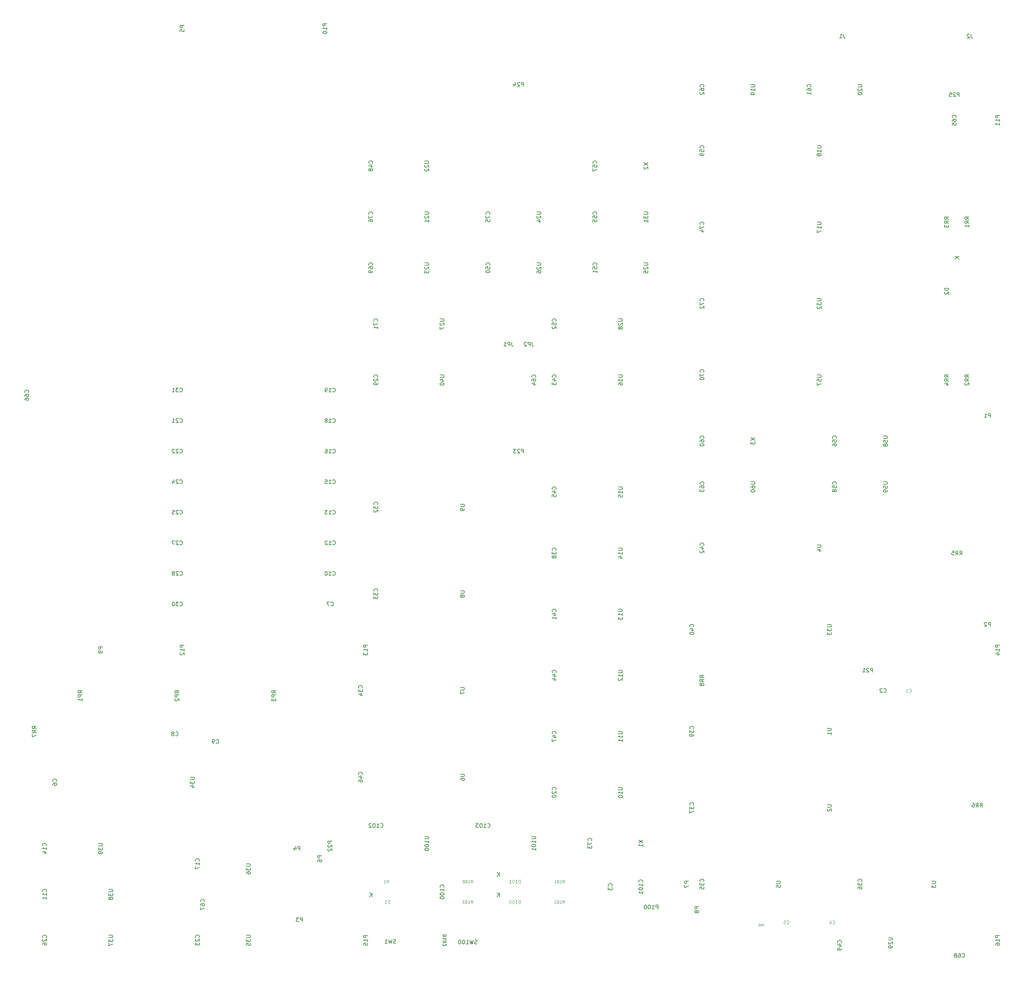
<source format=gbr>
%TF.GenerationSoftware,KiCad,Pcbnew,(6.0.11)*%
%TF.CreationDate,2024-06-16T13:35:34-04:00*%
%TF.ProjectId,NS32016-BC,4e533332-3031-4362-9d42-432e6b696361,rev?*%
%TF.SameCoordinates,Original*%
%TF.FileFunction,Legend,Bot*%
%TF.FilePolarity,Positive*%
%FSLAX46Y46*%
G04 Gerber Fmt 4.6, Leading zero omitted, Abs format (unit mm)*
G04 Created by KiCad (PCBNEW (6.0.11)) date 2024-06-16 13:35:34*
%MOMM*%
%LPD*%
G01*
G04 APERTURE LIST*
%ADD10C,0.120000*%
%ADD11C,0.150000*%
%ADD12C,0.200000*%
%ADD13C,0.108000*%
%ADD14C,0.100000*%
G04 APERTURE END LIST*
D10*
%TO.C,C1*%
X342398333Y-306355714D02*
X342436428Y-306393809D01*
X342550714Y-306431904D01*
X342626904Y-306431904D01*
X342741190Y-306393809D01*
X342817380Y-306317619D01*
X342855476Y-306241428D01*
X342893571Y-306089047D01*
X342893571Y-305974761D01*
X342855476Y-305822380D01*
X342817380Y-305746190D01*
X342741190Y-305670000D01*
X342626904Y-305631904D01*
X342550714Y-305631904D01*
X342436428Y-305670000D01*
X342398333Y-305708095D01*
X341636428Y-306431904D02*
X342093571Y-306431904D01*
X341865000Y-306431904D02*
X341865000Y-305631904D01*
X341941190Y-305746190D01*
X342017380Y-305822380D01*
X342093571Y-305860476D01*
D11*
%TO.C,C2*%
X336081666Y-306427142D02*
X336129285Y-306474761D01*
X336272142Y-306522380D01*
X336367380Y-306522380D01*
X336510238Y-306474761D01*
X336605476Y-306379523D01*
X336653095Y-306284285D01*
X336700714Y-306093809D01*
X336700714Y-305950952D01*
X336653095Y-305760476D01*
X336605476Y-305665238D01*
X336510238Y-305570000D01*
X336367380Y-305522380D01*
X336272142Y-305522380D01*
X336129285Y-305570000D01*
X336081666Y-305617619D01*
X335700714Y-305617619D02*
X335653095Y-305570000D01*
X335557857Y-305522380D01*
X335319761Y-305522380D01*
X335224523Y-305570000D01*
X335176904Y-305617619D01*
X335129285Y-305712857D01*
X335129285Y-305808095D01*
X335176904Y-305950952D01*
X335748333Y-306522380D01*
X335129285Y-306522380D01*
%TO.C,C3*%
X268327142Y-354798333D02*
X268374761Y-354750714D01*
X268422380Y-354607857D01*
X268422380Y-354512619D01*
X268374761Y-354369761D01*
X268279523Y-354274523D01*
X268184285Y-354226904D01*
X267993809Y-354179285D01*
X267850952Y-354179285D01*
X267660476Y-354226904D01*
X267565238Y-354274523D01*
X267470000Y-354369761D01*
X267422380Y-354512619D01*
X267422380Y-354607857D01*
X267470000Y-354750714D01*
X267517619Y-354798333D01*
X267422380Y-355131666D02*
X267422380Y-355750714D01*
X267803333Y-355417380D01*
X267803333Y-355560238D01*
X267850952Y-355655476D01*
X267898571Y-355703095D01*
X267993809Y-355750714D01*
X268231904Y-355750714D01*
X268327142Y-355703095D01*
X268374761Y-355655476D01*
X268422380Y-355560238D01*
X268422380Y-355274523D01*
X268374761Y-355179285D01*
X268327142Y-355131666D01*
D10*
%TO.C,C4*%
X323348333Y-364140714D02*
X323386428Y-364178809D01*
X323500714Y-364216904D01*
X323576904Y-364216904D01*
X323691190Y-364178809D01*
X323767380Y-364102619D01*
X323805476Y-364026428D01*
X323843571Y-363874047D01*
X323843571Y-363759761D01*
X323805476Y-363607380D01*
X323767380Y-363531190D01*
X323691190Y-363455000D01*
X323576904Y-363416904D01*
X323500714Y-363416904D01*
X323386428Y-363455000D01*
X323348333Y-363493095D01*
X322662619Y-363683571D02*
X322662619Y-364216904D01*
X322853095Y-363378809D02*
X323043571Y-363950238D01*
X322548333Y-363950238D01*
%TO.C,C5*%
X311918333Y-364140714D02*
X311956428Y-364178809D01*
X312070714Y-364216904D01*
X312146904Y-364216904D01*
X312261190Y-364178809D01*
X312337380Y-364102619D01*
X312375476Y-364026428D01*
X312413571Y-363874047D01*
X312413571Y-363759761D01*
X312375476Y-363607380D01*
X312337380Y-363531190D01*
X312261190Y-363455000D01*
X312146904Y-363416904D01*
X312070714Y-363416904D01*
X311956428Y-363455000D01*
X311918333Y-363493095D01*
X311194523Y-363416904D02*
X311575476Y-363416904D01*
X311613571Y-363797857D01*
X311575476Y-363759761D01*
X311499285Y-363721666D01*
X311308809Y-363721666D01*
X311232619Y-363759761D01*
X311194523Y-363797857D01*
X311156428Y-363874047D01*
X311156428Y-364064523D01*
X311194523Y-364140714D01*
X311232619Y-364178809D01*
X311308809Y-364216904D01*
X311499285Y-364216904D01*
X311575476Y-364178809D01*
X311613571Y-364140714D01*
D11*
%TO.C,C8*%
X159591666Y-317222142D02*
X159639285Y-317269761D01*
X159782142Y-317317380D01*
X159877380Y-317317380D01*
X160020238Y-317269761D01*
X160115476Y-317174523D01*
X160163095Y-317079285D01*
X160210714Y-316888809D01*
X160210714Y-316745952D01*
X160163095Y-316555476D01*
X160115476Y-316460238D01*
X160020238Y-316365000D01*
X159877380Y-316317380D01*
X159782142Y-316317380D01*
X159639285Y-316365000D01*
X159591666Y-316412619D01*
X159020238Y-316745952D02*
X159115476Y-316698333D01*
X159163095Y-316650714D01*
X159210714Y-316555476D01*
X159210714Y-316507857D01*
X159163095Y-316412619D01*
X159115476Y-316365000D01*
X159020238Y-316317380D01*
X158829761Y-316317380D01*
X158734523Y-316365000D01*
X158686904Y-316412619D01*
X158639285Y-316507857D01*
X158639285Y-316555476D01*
X158686904Y-316650714D01*
X158734523Y-316698333D01*
X158829761Y-316745952D01*
X159020238Y-316745952D01*
X159115476Y-316793571D01*
X159163095Y-316841190D01*
X159210714Y-316936428D01*
X159210714Y-317126904D01*
X159163095Y-317222142D01*
X159115476Y-317269761D01*
X159020238Y-317317380D01*
X158829761Y-317317380D01*
X158734523Y-317269761D01*
X158686904Y-317222142D01*
X158639285Y-317126904D01*
X158639285Y-316936428D01*
X158686904Y-316841190D01*
X158734523Y-316793571D01*
X158829761Y-316745952D01*
%TO.C,C9*%
X169711666Y-319127142D02*
X169759285Y-319174761D01*
X169902142Y-319222380D01*
X169997380Y-319222380D01*
X170140238Y-319174761D01*
X170235476Y-319079523D01*
X170283095Y-318984285D01*
X170330714Y-318793809D01*
X170330714Y-318650952D01*
X170283095Y-318460476D01*
X170235476Y-318365238D01*
X170140238Y-318270000D01*
X169997380Y-318222380D01*
X169902142Y-318222380D01*
X169759285Y-318270000D01*
X169711666Y-318317619D01*
X169235476Y-319222380D02*
X169045000Y-319222380D01*
X168949761Y-319174761D01*
X168902142Y-319127142D01*
X168806904Y-318984285D01*
X168759285Y-318793809D01*
X168759285Y-318412857D01*
X168806904Y-318317619D01*
X168854523Y-318270000D01*
X168949761Y-318222380D01*
X169140238Y-318222380D01*
X169235476Y-318270000D01*
X169283095Y-318317619D01*
X169330714Y-318412857D01*
X169330714Y-318650952D01*
X169283095Y-318746190D01*
X169235476Y-318793809D01*
X169140238Y-318841428D01*
X168949761Y-318841428D01*
X168854523Y-318793809D01*
X168806904Y-318746190D01*
X168759285Y-318650952D01*
%TO.C,C100*%
X226417142Y-355110952D02*
X226464761Y-355063333D01*
X226512380Y-354920476D01*
X226512380Y-354825238D01*
X226464761Y-354682380D01*
X226369523Y-354587142D01*
X226274285Y-354539523D01*
X226083809Y-354491904D01*
X225940952Y-354491904D01*
X225750476Y-354539523D01*
X225655238Y-354587142D01*
X225560000Y-354682380D01*
X225512380Y-354825238D01*
X225512380Y-354920476D01*
X225560000Y-355063333D01*
X225607619Y-355110952D01*
X226512380Y-356063333D02*
X226512380Y-355491904D01*
X226512380Y-355777619D02*
X225512380Y-355777619D01*
X225655238Y-355682380D01*
X225750476Y-355587142D01*
X225798095Y-355491904D01*
X225512380Y-356682380D02*
X225512380Y-356777619D01*
X225560000Y-356872857D01*
X225607619Y-356920476D01*
X225702857Y-356968095D01*
X225893333Y-357015714D01*
X226131428Y-357015714D01*
X226321904Y-356968095D01*
X226417142Y-356920476D01*
X226464761Y-356872857D01*
X226512380Y-356777619D01*
X226512380Y-356682380D01*
X226464761Y-356587142D01*
X226417142Y-356539523D01*
X226321904Y-356491904D01*
X226131428Y-356444285D01*
X225893333Y-356444285D01*
X225702857Y-356491904D01*
X225607619Y-356539523D01*
X225560000Y-356587142D01*
X225512380Y-356682380D01*
X225512380Y-357634761D02*
X225512380Y-357730000D01*
X225560000Y-357825238D01*
X225607619Y-357872857D01*
X225702857Y-357920476D01*
X225893333Y-357968095D01*
X226131428Y-357968095D01*
X226321904Y-357920476D01*
X226417142Y-357872857D01*
X226464761Y-357825238D01*
X226512380Y-357730000D01*
X226512380Y-357634761D01*
X226464761Y-357539523D01*
X226417142Y-357491904D01*
X226321904Y-357444285D01*
X226131428Y-357396666D01*
X225893333Y-357396666D01*
X225702857Y-357444285D01*
X225607619Y-357491904D01*
X225560000Y-357539523D01*
X225512380Y-357634761D01*
%TO.C,C101*%
X275947142Y-353845952D02*
X275994761Y-353798333D01*
X276042380Y-353655476D01*
X276042380Y-353560238D01*
X275994761Y-353417380D01*
X275899523Y-353322142D01*
X275804285Y-353274523D01*
X275613809Y-353226904D01*
X275470952Y-353226904D01*
X275280476Y-353274523D01*
X275185238Y-353322142D01*
X275090000Y-353417380D01*
X275042380Y-353560238D01*
X275042380Y-353655476D01*
X275090000Y-353798333D01*
X275137619Y-353845952D01*
X276042380Y-354798333D02*
X276042380Y-354226904D01*
X276042380Y-354512619D02*
X275042380Y-354512619D01*
X275185238Y-354417380D01*
X275280476Y-354322142D01*
X275328095Y-354226904D01*
X275042380Y-355417380D02*
X275042380Y-355512619D01*
X275090000Y-355607857D01*
X275137619Y-355655476D01*
X275232857Y-355703095D01*
X275423333Y-355750714D01*
X275661428Y-355750714D01*
X275851904Y-355703095D01*
X275947142Y-355655476D01*
X275994761Y-355607857D01*
X276042380Y-355512619D01*
X276042380Y-355417380D01*
X275994761Y-355322142D01*
X275947142Y-355274523D01*
X275851904Y-355226904D01*
X275661428Y-355179285D01*
X275423333Y-355179285D01*
X275232857Y-355226904D01*
X275137619Y-355274523D01*
X275090000Y-355322142D01*
X275042380Y-355417380D01*
X276042380Y-356703095D02*
X276042380Y-356131666D01*
X276042380Y-356417380D02*
X275042380Y-356417380D01*
X275185238Y-356322142D01*
X275280476Y-356226904D01*
X275328095Y-356131666D01*
%TO.C,C102*%
X210669047Y-340082142D02*
X210716666Y-340129761D01*
X210859523Y-340177380D01*
X210954761Y-340177380D01*
X211097619Y-340129761D01*
X211192857Y-340034523D01*
X211240476Y-339939285D01*
X211288095Y-339748809D01*
X211288095Y-339605952D01*
X211240476Y-339415476D01*
X211192857Y-339320238D01*
X211097619Y-339225000D01*
X210954761Y-339177380D01*
X210859523Y-339177380D01*
X210716666Y-339225000D01*
X210669047Y-339272619D01*
X209716666Y-340177380D02*
X210288095Y-340177380D01*
X210002380Y-340177380D02*
X210002380Y-339177380D01*
X210097619Y-339320238D01*
X210192857Y-339415476D01*
X210288095Y-339463095D01*
X209097619Y-339177380D02*
X209002380Y-339177380D01*
X208907142Y-339225000D01*
X208859523Y-339272619D01*
X208811904Y-339367857D01*
X208764285Y-339558333D01*
X208764285Y-339796428D01*
X208811904Y-339986904D01*
X208859523Y-340082142D01*
X208907142Y-340129761D01*
X209002380Y-340177380D01*
X209097619Y-340177380D01*
X209192857Y-340129761D01*
X209240476Y-340082142D01*
X209288095Y-339986904D01*
X209335714Y-339796428D01*
X209335714Y-339558333D01*
X209288095Y-339367857D01*
X209240476Y-339272619D01*
X209192857Y-339225000D01*
X209097619Y-339177380D01*
X208383333Y-339272619D02*
X208335714Y-339225000D01*
X208240476Y-339177380D01*
X208002380Y-339177380D01*
X207907142Y-339225000D01*
X207859523Y-339272619D01*
X207811904Y-339367857D01*
X207811904Y-339463095D01*
X207859523Y-339605952D01*
X208430952Y-340177380D01*
X207811904Y-340177380D01*
%TO.C,C103*%
X237339047Y-340082142D02*
X237386666Y-340129761D01*
X237529523Y-340177380D01*
X237624761Y-340177380D01*
X237767619Y-340129761D01*
X237862857Y-340034523D01*
X237910476Y-339939285D01*
X237958095Y-339748809D01*
X237958095Y-339605952D01*
X237910476Y-339415476D01*
X237862857Y-339320238D01*
X237767619Y-339225000D01*
X237624761Y-339177380D01*
X237529523Y-339177380D01*
X237386666Y-339225000D01*
X237339047Y-339272619D01*
X236386666Y-340177380D02*
X236958095Y-340177380D01*
X236672380Y-340177380D02*
X236672380Y-339177380D01*
X236767619Y-339320238D01*
X236862857Y-339415476D01*
X236958095Y-339463095D01*
X235767619Y-339177380D02*
X235672380Y-339177380D01*
X235577142Y-339225000D01*
X235529523Y-339272619D01*
X235481904Y-339367857D01*
X235434285Y-339558333D01*
X235434285Y-339796428D01*
X235481904Y-339986904D01*
X235529523Y-340082142D01*
X235577142Y-340129761D01*
X235672380Y-340177380D01*
X235767619Y-340177380D01*
X235862857Y-340129761D01*
X235910476Y-340082142D01*
X235958095Y-339986904D01*
X236005714Y-339796428D01*
X236005714Y-339558333D01*
X235958095Y-339367857D01*
X235910476Y-339272619D01*
X235862857Y-339225000D01*
X235767619Y-339177380D01*
X235100952Y-339177380D02*
X234481904Y-339177380D01*
X234815238Y-339558333D01*
X234672380Y-339558333D01*
X234577142Y-339605952D01*
X234529523Y-339653571D01*
X234481904Y-339748809D01*
X234481904Y-339986904D01*
X234529523Y-340082142D01*
X234577142Y-340129761D01*
X234672380Y-340177380D01*
X234958095Y-340177380D01*
X235053333Y-340129761D01*
X235100952Y-340082142D01*
D10*
%TO.C,D1*%
X212980476Y-359131904D02*
X212980476Y-358331904D01*
X212790000Y-358331904D01*
X212675714Y-358370000D01*
X212599523Y-358446190D01*
X212561428Y-358522380D01*
X212523333Y-358674761D01*
X212523333Y-358789047D01*
X212561428Y-358941428D01*
X212599523Y-359017619D01*
X212675714Y-359093809D01*
X212790000Y-359131904D01*
X212980476Y-359131904D01*
X211761428Y-359131904D02*
X212218571Y-359131904D01*
X211990000Y-359131904D02*
X211990000Y-358331904D01*
X212066190Y-358446190D01*
X212142380Y-358522380D01*
X212218571Y-358560476D01*
D11*
X208541904Y-357422380D02*
X208541904Y-356422380D01*
X207970476Y-357422380D02*
X208399047Y-356850952D01*
X207970476Y-356422380D02*
X208541904Y-356993809D01*
%TO.C,D2*%
X352242380Y-205714404D02*
X351242380Y-205714404D01*
X351242380Y-205952500D01*
X351290000Y-206095357D01*
X351385238Y-206190595D01*
X351480476Y-206238214D01*
X351670952Y-206285833D01*
X351813809Y-206285833D01*
X352004285Y-206238214D01*
X352099523Y-206190595D01*
X352194761Y-206095357D01*
X352242380Y-205952500D01*
X352242380Y-205714404D01*
X351337619Y-206666785D02*
X351290000Y-206714404D01*
X351242380Y-206809642D01*
X351242380Y-207047738D01*
X351290000Y-207142976D01*
X351337619Y-207190595D01*
X351432857Y-207238214D01*
X351528095Y-207238214D01*
X351670952Y-207190595D01*
X352242380Y-206619166D01*
X352242380Y-207238214D01*
X354842380Y-197858095D02*
X353842380Y-197858095D01*
X354842380Y-198429523D02*
X354270952Y-198000952D01*
X353842380Y-198429523D02*
X354413809Y-197858095D01*
D10*
%TO.C,D100*%
X245492380Y-359131904D02*
X245492380Y-358331904D01*
X245301904Y-358331904D01*
X245187619Y-358370000D01*
X245111428Y-358446190D01*
X245073333Y-358522380D01*
X245035238Y-358674761D01*
X245035238Y-358789047D01*
X245073333Y-358941428D01*
X245111428Y-359017619D01*
X245187619Y-359093809D01*
X245301904Y-359131904D01*
X245492380Y-359131904D01*
X244273333Y-359131904D02*
X244730476Y-359131904D01*
X244501904Y-359131904D02*
X244501904Y-358331904D01*
X244578095Y-358446190D01*
X244654285Y-358522380D01*
X244730476Y-358560476D01*
X243778095Y-358331904D02*
X243701904Y-358331904D01*
X243625714Y-358370000D01*
X243587619Y-358408095D01*
X243549523Y-358484285D01*
X243511428Y-358636666D01*
X243511428Y-358827142D01*
X243549523Y-358979523D01*
X243587619Y-359055714D01*
X243625714Y-359093809D01*
X243701904Y-359131904D01*
X243778095Y-359131904D01*
X243854285Y-359093809D01*
X243892380Y-359055714D01*
X243930476Y-358979523D01*
X243968571Y-358827142D01*
X243968571Y-358636666D01*
X243930476Y-358484285D01*
X243892380Y-358408095D01*
X243854285Y-358370000D01*
X243778095Y-358331904D01*
X243016190Y-358331904D02*
X242940000Y-358331904D01*
X242863809Y-358370000D01*
X242825714Y-358408095D01*
X242787619Y-358484285D01*
X242749523Y-358636666D01*
X242749523Y-358827142D01*
X242787619Y-358979523D01*
X242825714Y-359055714D01*
X242863809Y-359093809D01*
X242940000Y-359131904D01*
X243016190Y-359131904D01*
X243092380Y-359093809D01*
X243130476Y-359055714D01*
X243168571Y-358979523D01*
X243206666Y-358827142D01*
X243206666Y-358636666D01*
X243168571Y-358484285D01*
X243130476Y-358408095D01*
X243092380Y-358370000D01*
X243016190Y-358331904D01*
D11*
X240291904Y-357422380D02*
X240291904Y-356422380D01*
X239720476Y-357422380D02*
X240149047Y-356850952D01*
X239720476Y-356422380D02*
X240291904Y-356993809D01*
%TO.C,D101*%
X240291904Y-352342380D02*
X240291904Y-351342380D01*
X239720476Y-352342380D02*
X240149047Y-351770952D01*
X239720476Y-351342380D02*
X240291904Y-351913809D01*
D10*
X245492380Y-354051904D02*
X245492380Y-353251904D01*
X245301904Y-353251904D01*
X245187619Y-353290000D01*
X245111428Y-353366190D01*
X245073333Y-353442380D01*
X245035238Y-353594761D01*
X245035238Y-353709047D01*
X245073333Y-353861428D01*
X245111428Y-353937619D01*
X245187619Y-354013809D01*
X245301904Y-354051904D01*
X245492380Y-354051904D01*
X244273333Y-354051904D02*
X244730476Y-354051904D01*
X244501904Y-354051904D02*
X244501904Y-353251904D01*
X244578095Y-353366190D01*
X244654285Y-353442380D01*
X244730476Y-353480476D01*
X243778095Y-353251904D02*
X243701904Y-353251904D01*
X243625714Y-353290000D01*
X243587619Y-353328095D01*
X243549523Y-353404285D01*
X243511428Y-353556666D01*
X243511428Y-353747142D01*
X243549523Y-353899523D01*
X243587619Y-353975714D01*
X243625714Y-354013809D01*
X243701904Y-354051904D01*
X243778095Y-354051904D01*
X243854285Y-354013809D01*
X243892380Y-353975714D01*
X243930476Y-353899523D01*
X243968571Y-353747142D01*
X243968571Y-353556666D01*
X243930476Y-353404285D01*
X243892380Y-353328095D01*
X243854285Y-353290000D01*
X243778095Y-353251904D01*
X242749523Y-354051904D02*
X243206666Y-354051904D01*
X242978095Y-354051904D02*
X242978095Y-353251904D01*
X243054285Y-353366190D01*
X243130476Y-353442380D01*
X243206666Y-353480476D01*
D12*
%TO.C,D102*%
X227056904Y-366947619D02*
X226256904Y-366947619D01*
X226256904Y-367138095D01*
X226295000Y-367252380D01*
X226371190Y-367328571D01*
X226447380Y-367366666D01*
X226599761Y-367404761D01*
X226714047Y-367404761D01*
X226866428Y-367366666D01*
X226942619Y-367328571D01*
X227018809Y-367252380D01*
X227056904Y-367138095D01*
X227056904Y-366947619D01*
X227056904Y-368166666D02*
X227056904Y-367709523D01*
X227056904Y-367938095D02*
X226256904Y-367938095D01*
X226371190Y-367861904D01*
X226447380Y-367785714D01*
X226485476Y-367709523D01*
X226256904Y-368661904D02*
X226256904Y-368738095D01*
X226295000Y-368814285D01*
X226333095Y-368852380D01*
X226409285Y-368890476D01*
X226561666Y-368928571D01*
X226752142Y-368928571D01*
X226904523Y-368890476D01*
X226980714Y-368852380D01*
X227018809Y-368814285D01*
X227056904Y-368738095D01*
X227056904Y-368661904D01*
X227018809Y-368585714D01*
X226980714Y-368547619D01*
X226904523Y-368509523D01*
X226752142Y-368471428D01*
X226561666Y-368471428D01*
X226409285Y-368509523D01*
X226333095Y-368547619D01*
X226295000Y-368585714D01*
X226256904Y-368661904D01*
X226333095Y-369233333D02*
X226295000Y-369271428D01*
X226256904Y-369347619D01*
X226256904Y-369538095D01*
X226295000Y-369614285D01*
X226333095Y-369652380D01*
X226409285Y-369690476D01*
X226485476Y-369690476D01*
X226599761Y-369652380D01*
X227056904Y-369195238D01*
X227056904Y-369690476D01*
D11*
%TO.C,P1*%
X362688095Y-237942380D02*
X362688095Y-236942380D01*
X362307142Y-236942380D01*
X362211904Y-236990000D01*
X362164285Y-237037619D01*
X362116666Y-237132857D01*
X362116666Y-237275714D01*
X362164285Y-237370952D01*
X362211904Y-237418571D01*
X362307142Y-237466190D01*
X362688095Y-237466190D01*
X361164285Y-237942380D02*
X361735714Y-237942380D01*
X361450000Y-237942380D02*
X361450000Y-236942380D01*
X361545238Y-237085238D01*
X361640476Y-237180476D01*
X361735714Y-237228095D01*
%TO.C,P2*%
X362688095Y-290012380D02*
X362688095Y-289012380D01*
X362307142Y-289012380D01*
X362211904Y-289060000D01*
X362164285Y-289107619D01*
X362116666Y-289202857D01*
X362116666Y-289345714D01*
X362164285Y-289440952D01*
X362211904Y-289488571D01*
X362307142Y-289536190D01*
X362688095Y-289536190D01*
X361735714Y-289107619D02*
X361688095Y-289060000D01*
X361592857Y-289012380D01*
X361354761Y-289012380D01*
X361259523Y-289060000D01*
X361211904Y-289107619D01*
X361164285Y-289202857D01*
X361164285Y-289298095D01*
X361211904Y-289440952D01*
X361783333Y-290012380D01*
X361164285Y-290012380D01*
%TO.C,P3*%
X191238095Y-363672380D02*
X191238095Y-362672380D01*
X190857142Y-362672380D01*
X190761904Y-362720000D01*
X190714285Y-362767619D01*
X190666666Y-362862857D01*
X190666666Y-363005714D01*
X190714285Y-363100952D01*
X190761904Y-363148571D01*
X190857142Y-363196190D01*
X191238095Y-363196190D01*
X190333333Y-362672380D02*
X189714285Y-362672380D01*
X190047619Y-363053333D01*
X189904761Y-363053333D01*
X189809523Y-363100952D01*
X189761904Y-363148571D01*
X189714285Y-363243809D01*
X189714285Y-363481904D01*
X189761904Y-363577142D01*
X189809523Y-363624761D01*
X189904761Y-363672380D01*
X190190476Y-363672380D01*
X190285714Y-363624761D01*
X190333333Y-363577142D01*
%TO.C,P4*%
X190603095Y-345892380D02*
X190603095Y-344892380D01*
X190222142Y-344892380D01*
X190126904Y-344940000D01*
X190079285Y-344987619D01*
X190031666Y-345082857D01*
X190031666Y-345225714D01*
X190079285Y-345320952D01*
X190126904Y-345368571D01*
X190222142Y-345416190D01*
X190603095Y-345416190D01*
X189174523Y-345225714D02*
X189174523Y-345892380D01*
X189412619Y-344844761D02*
X189650714Y-345559047D01*
X189031666Y-345559047D01*
%TO.C,P6*%
X196032380Y-347241904D02*
X195032380Y-347241904D01*
X195032380Y-347622857D01*
X195080000Y-347718095D01*
X195127619Y-347765714D01*
X195222857Y-347813333D01*
X195365714Y-347813333D01*
X195460952Y-347765714D01*
X195508571Y-347718095D01*
X195556190Y-347622857D01*
X195556190Y-347241904D01*
X195032380Y-348670476D02*
X195032380Y-348480000D01*
X195080000Y-348384761D01*
X195127619Y-348337142D01*
X195270476Y-348241904D01*
X195460952Y-348194285D01*
X195841904Y-348194285D01*
X195937142Y-348241904D01*
X195984761Y-348289523D01*
X196032380Y-348384761D01*
X196032380Y-348575238D01*
X195984761Y-348670476D01*
X195937142Y-348718095D01*
X195841904Y-348765714D01*
X195603809Y-348765714D01*
X195508571Y-348718095D01*
X195460952Y-348670476D01*
X195413333Y-348575238D01*
X195413333Y-348384761D01*
X195460952Y-348289523D01*
X195508571Y-348241904D01*
X195603809Y-348194285D01*
%TO.C,P100*%
X279820476Y-360497380D02*
X279820476Y-359497380D01*
X279439523Y-359497380D01*
X279344285Y-359545000D01*
X279296666Y-359592619D01*
X279249047Y-359687857D01*
X279249047Y-359830714D01*
X279296666Y-359925952D01*
X279344285Y-359973571D01*
X279439523Y-360021190D01*
X279820476Y-360021190D01*
X278296666Y-360497380D02*
X278868095Y-360497380D01*
X278582380Y-360497380D02*
X278582380Y-359497380D01*
X278677619Y-359640238D01*
X278772857Y-359735476D01*
X278868095Y-359783095D01*
X277677619Y-359497380D02*
X277582380Y-359497380D01*
X277487142Y-359545000D01*
X277439523Y-359592619D01*
X277391904Y-359687857D01*
X277344285Y-359878333D01*
X277344285Y-360116428D01*
X277391904Y-360306904D01*
X277439523Y-360402142D01*
X277487142Y-360449761D01*
X277582380Y-360497380D01*
X277677619Y-360497380D01*
X277772857Y-360449761D01*
X277820476Y-360402142D01*
X277868095Y-360306904D01*
X277915714Y-360116428D01*
X277915714Y-359878333D01*
X277868095Y-359687857D01*
X277820476Y-359592619D01*
X277772857Y-359545000D01*
X277677619Y-359497380D01*
X276725238Y-359497380D02*
X276630000Y-359497380D01*
X276534761Y-359545000D01*
X276487142Y-359592619D01*
X276439523Y-359687857D01*
X276391904Y-359878333D01*
X276391904Y-360116428D01*
X276439523Y-360306904D01*
X276487142Y-360402142D01*
X276534761Y-360449761D01*
X276630000Y-360497380D01*
X276725238Y-360497380D01*
X276820476Y-360449761D01*
X276868095Y-360402142D01*
X276915714Y-360306904D01*
X276963333Y-360116428D01*
X276963333Y-359878333D01*
X276915714Y-359687857D01*
X276868095Y-359592619D01*
X276820476Y-359545000D01*
X276725238Y-359497380D01*
D13*
%TO.C,R1*%
X212210000Y-354015714D02*
X212450000Y-353672857D01*
X212621428Y-354015714D02*
X212621428Y-353295714D01*
X212347142Y-353295714D01*
X212278571Y-353330000D01*
X212244285Y-353364285D01*
X212210000Y-353432857D01*
X212210000Y-353535714D01*
X212244285Y-353604285D01*
X212278571Y-353638571D01*
X212347142Y-353672857D01*
X212621428Y-353672857D01*
X211524285Y-354015714D02*
X211935714Y-354015714D01*
X211730000Y-354015714D02*
X211730000Y-353295714D01*
X211798571Y-353398571D01*
X211867142Y-353467142D01*
X211935714Y-353501428D01*
%TO.C,R100*%
X233215714Y-354015714D02*
X233455714Y-353672857D01*
X233627142Y-354015714D02*
X233627142Y-353295714D01*
X233352857Y-353295714D01*
X233284285Y-353330000D01*
X233250000Y-353364285D01*
X233215714Y-353432857D01*
X233215714Y-353535714D01*
X233250000Y-353604285D01*
X233284285Y-353638571D01*
X233352857Y-353672857D01*
X233627142Y-353672857D01*
X232530000Y-354015714D02*
X232941428Y-354015714D01*
X232735714Y-354015714D02*
X232735714Y-353295714D01*
X232804285Y-353398571D01*
X232872857Y-353467142D01*
X232941428Y-353501428D01*
X232084285Y-353295714D02*
X232015714Y-353295714D01*
X231947142Y-353330000D01*
X231912857Y-353364285D01*
X231878571Y-353432857D01*
X231844285Y-353570000D01*
X231844285Y-353741428D01*
X231878571Y-353878571D01*
X231912857Y-353947142D01*
X231947142Y-353981428D01*
X232015714Y-354015714D01*
X232084285Y-354015714D01*
X232152857Y-353981428D01*
X232187142Y-353947142D01*
X232221428Y-353878571D01*
X232255714Y-353741428D01*
X232255714Y-353570000D01*
X232221428Y-353432857D01*
X232187142Y-353364285D01*
X232152857Y-353330000D01*
X232084285Y-353295714D01*
X231398571Y-353295714D02*
X231330000Y-353295714D01*
X231261428Y-353330000D01*
X231227142Y-353364285D01*
X231192857Y-353432857D01*
X231158571Y-353570000D01*
X231158571Y-353741428D01*
X231192857Y-353878571D01*
X231227142Y-353947142D01*
X231261428Y-353981428D01*
X231330000Y-354015714D01*
X231398571Y-354015714D01*
X231467142Y-353981428D01*
X231501428Y-353947142D01*
X231535714Y-353878571D01*
X231570000Y-353741428D01*
X231570000Y-353570000D01*
X231535714Y-353432857D01*
X231501428Y-353364285D01*
X231467142Y-353330000D01*
X231398571Y-353295714D01*
%TO.C,R101*%
X256075714Y-354015714D02*
X256315714Y-353672857D01*
X256487142Y-354015714D02*
X256487142Y-353295714D01*
X256212857Y-353295714D01*
X256144285Y-353330000D01*
X256110000Y-353364285D01*
X256075714Y-353432857D01*
X256075714Y-353535714D01*
X256110000Y-353604285D01*
X256144285Y-353638571D01*
X256212857Y-353672857D01*
X256487142Y-353672857D01*
X255390000Y-354015714D02*
X255801428Y-354015714D01*
X255595714Y-354015714D02*
X255595714Y-353295714D01*
X255664285Y-353398571D01*
X255732857Y-353467142D01*
X255801428Y-353501428D01*
X254944285Y-353295714D02*
X254875714Y-353295714D01*
X254807142Y-353330000D01*
X254772857Y-353364285D01*
X254738571Y-353432857D01*
X254704285Y-353570000D01*
X254704285Y-353741428D01*
X254738571Y-353878571D01*
X254772857Y-353947142D01*
X254807142Y-353981428D01*
X254875714Y-354015714D01*
X254944285Y-354015714D01*
X255012857Y-353981428D01*
X255047142Y-353947142D01*
X255081428Y-353878571D01*
X255115714Y-353741428D01*
X255115714Y-353570000D01*
X255081428Y-353432857D01*
X255047142Y-353364285D01*
X255012857Y-353330000D01*
X254944285Y-353295714D01*
X254018571Y-354015714D02*
X254430000Y-354015714D01*
X254224285Y-354015714D02*
X254224285Y-353295714D01*
X254292857Y-353398571D01*
X254361428Y-353467142D01*
X254430000Y-353501428D01*
%TO.C,R102*%
X256075714Y-359095714D02*
X256315714Y-358752857D01*
X256487142Y-359095714D02*
X256487142Y-358375714D01*
X256212857Y-358375714D01*
X256144285Y-358410000D01*
X256110000Y-358444285D01*
X256075714Y-358512857D01*
X256075714Y-358615714D01*
X256110000Y-358684285D01*
X256144285Y-358718571D01*
X256212857Y-358752857D01*
X256487142Y-358752857D01*
X255390000Y-359095714D02*
X255801428Y-359095714D01*
X255595714Y-359095714D02*
X255595714Y-358375714D01*
X255664285Y-358478571D01*
X255732857Y-358547142D01*
X255801428Y-358581428D01*
X254944285Y-358375714D02*
X254875714Y-358375714D01*
X254807142Y-358410000D01*
X254772857Y-358444285D01*
X254738571Y-358512857D01*
X254704285Y-358650000D01*
X254704285Y-358821428D01*
X254738571Y-358958571D01*
X254772857Y-359027142D01*
X254807142Y-359061428D01*
X254875714Y-359095714D01*
X254944285Y-359095714D01*
X255012857Y-359061428D01*
X255047142Y-359027142D01*
X255081428Y-358958571D01*
X255115714Y-358821428D01*
X255115714Y-358650000D01*
X255081428Y-358512857D01*
X255047142Y-358444285D01*
X255012857Y-358410000D01*
X254944285Y-358375714D01*
X254430000Y-358444285D02*
X254395714Y-358410000D01*
X254327142Y-358375714D01*
X254155714Y-358375714D01*
X254087142Y-358410000D01*
X254052857Y-358444285D01*
X254018571Y-358512857D01*
X254018571Y-358581428D01*
X254052857Y-358684285D01*
X254464285Y-359095714D01*
X254018571Y-359095714D01*
%TO.C,R103*%
X233215714Y-359095714D02*
X233455714Y-358752857D01*
X233627142Y-359095714D02*
X233627142Y-358375714D01*
X233352857Y-358375714D01*
X233284285Y-358410000D01*
X233250000Y-358444285D01*
X233215714Y-358512857D01*
X233215714Y-358615714D01*
X233250000Y-358684285D01*
X233284285Y-358718571D01*
X233352857Y-358752857D01*
X233627142Y-358752857D01*
X232530000Y-359095714D02*
X232941428Y-359095714D01*
X232735714Y-359095714D02*
X232735714Y-358375714D01*
X232804285Y-358478571D01*
X232872857Y-358547142D01*
X232941428Y-358581428D01*
X232084285Y-358375714D02*
X232015714Y-358375714D01*
X231947142Y-358410000D01*
X231912857Y-358444285D01*
X231878571Y-358512857D01*
X231844285Y-358650000D01*
X231844285Y-358821428D01*
X231878571Y-358958571D01*
X231912857Y-359027142D01*
X231947142Y-359061428D01*
X232015714Y-359095714D01*
X232084285Y-359095714D01*
X232152857Y-359061428D01*
X232187142Y-359027142D01*
X232221428Y-358958571D01*
X232255714Y-358821428D01*
X232255714Y-358650000D01*
X232221428Y-358512857D01*
X232187142Y-358444285D01*
X232152857Y-358410000D01*
X232084285Y-358375714D01*
X231604285Y-358375714D02*
X231158571Y-358375714D01*
X231398571Y-358650000D01*
X231295714Y-358650000D01*
X231227142Y-358684285D01*
X231192857Y-358718571D01*
X231158571Y-358787142D01*
X231158571Y-358958571D01*
X231192857Y-359027142D01*
X231227142Y-359061428D01*
X231295714Y-359095714D01*
X231501428Y-359095714D01*
X231570000Y-359061428D01*
X231604285Y-359027142D01*
D11*
%TO.C,RP1*%
X136342380Y-306673333D02*
X135866190Y-306340000D01*
X136342380Y-306101904D02*
X135342380Y-306101904D01*
X135342380Y-306482857D01*
X135390000Y-306578095D01*
X135437619Y-306625714D01*
X135532857Y-306673333D01*
X135675714Y-306673333D01*
X135770952Y-306625714D01*
X135818571Y-306578095D01*
X135866190Y-306482857D01*
X135866190Y-306101904D01*
X136342380Y-307101904D02*
X135342380Y-307101904D01*
X135342380Y-307482857D01*
X135390000Y-307578095D01*
X135437619Y-307625714D01*
X135532857Y-307673333D01*
X135675714Y-307673333D01*
X135770952Y-307625714D01*
X135818571Y-307578095D01*
X135866190Y-307482857D01*
X135866190Y-307101904D01*
X136342380Y-308625714D02*
X136342380Y-308054285D01*
X136342380Y-308340000D02*
X135342380Y-308340000D01*
X135485238Y-308244761D01*
X135580476Y-308149523D01*
X135628095Y-308054285D01*
%TO.C,RP2*%
X160472380Y-306673333D02*
X159996190Y-306340000D01*
X160472380Y-306101904D02*
X159472380Y-306101904D01*
X159472380Y-306482857D01*
X159520000Y-306578095D01*
X159567619Y-306625714D01*
X159662857Y-306673333D01*
X159805714Y-306673333D01*
X159900952Y-306625714D01*
X159948571Y-306578095D01*
X159996190Y-306482857D01*
X159996190Y-306101904D01*
X160472380Y-307101904D02*
X159472380Y-307101904D01*
X159472380Y-307482857D01*
X159520000Y-307578095D01*
X159567619Y-307625714D01*
X159662857Y-307673333D01*
X159805714Y-307673333D01*
X159900952Y-307625714D01*
X159948571Y-307578095D01*
X159996190Y-307482857D01*
X159996190Y-307101904D01*
X159567619Y-308054285D02*
X159520000Y-308101904D01*
X159472380Y-308197142D01*
X159472380Y-308435238D01*
X159520000Y-308530476D01*
X159567619Y-308578095D01*
X159662857Y-308625714D01*
X159758095Y-308625714D01*
X159900952Y-308578095D01*
X160472380Y-308006666D01*
X160472380Y-308625714D01*
%TO.C,RP3*%
X184602380Y-306673333D02*
X184126190Y-306340000D01*
X184602380Y-306101904D02*
X183602380Y-306101904D01*
X183602380Y-306482857D01*
X183650000Y-306578095D01*
X183697619Y-306625714D01*
X183792857Y-306673333D01*
X183935714Y-306673333D01*
X184030952Y-306625714D01*
X184078571Y-306578095D01*
X184126190Y-306482857D01*
X184126190Y-306101904D01*
X184602380Y-307101904D02*
X183602380Y-307101904D01*
X183602380Y-307482857D01*
X183650000Y-307578095D01*
X183697619Y-307625714D01*
X183792857Y-307673333D01*
X183935714Y-307673333D01*
X184030952Y-307625714D01*
X184078571Y-307578095D01*
X184126190Y-307482857D01*
X184126190Y-307101904D01*
X183602380Y-308006666D02*
X183602380Y-308625714D01*
X183983333Y-308292380D01*
X183983333Y-308435238D01*
X184030952Y-308530476D01*
X184078571Y-308578095D01*
X184173809Y-308625714D01*
X184411904Y-308625714D01*
X184507142Y-308578095D01*
X184554761Y-308530476D01*
X184602380Y-308435238D01*
X184602380Y-308149523D01*
X184554761Y-308054285D01*
X184507142Y-308006666D01*
%TO.C,RR1*%
X357322380Y-188563333D02*
X356846190Y-188230000D01*
X357322380Y-187991904D02*
X356322380Y-187991904D01*
X356322380Y-188372857D01*
X356370000Y-188468095D01*
X356417619Y-188515714D01*
X356512857Y-188563333D01*
X356655714Y-188563333D01*
X356750952Y-188515714D01*
X356798571Y-188468095D01*
X356846190Y-188372857D01*
X356846190Y-187991904D01*
X357322380Y-189563333D02*
X356846190Y-189230000D01*
X357322380Y-188991904D02*
X356322380Y-188991904D01*
X356322380Y-189372857D01*
X356370000Y-189468095D01*
X356417619Y-189515714D01*
X356512857Y-189563333D01*
X356655714Y-189563333D01*
X356750952Y-189515714D01*
X356798571Y-189468095D01*
X356846190Y-189372857D01*
X356846190Y-188991904D01*
X357322380Y-190515714D02*
X357322380Y-189944285D01*
X357322380Y-190230000D02*
X356322380Y-190230000D01*
X356465238Y-190134761D01*
X356560476Y-190039523D01*
X356608095Y-189944285D01*
%TO.C,RR2*%
X357322380Y-227933333D02*
X356846190Y-227600000D01*
X357322380Y-227361904D02*
X356322380Y-227361904D01*
X356322380Y-227742857D01*
X356370000Y-227838095D01*
X356417619Y-227885714D01*
X356512857Y-227933333D01*
X356655714Y-227933333D01*
X356750952Y-227885714D01*
X356798571Y-227838095D01*
X356846190Y-227742857D01*
X356846190Y-227361904D01*
X357322380Y-228933333D02*
X356846190Y-228600000D01*
X357322380Y-228361904D02*
X356322380Y-228361904D01*
X356322380Y-228742857D01*
X356370000Y-228838095D01*
X356417619Y-228885714D01*
X356512857Y-228933333D01*
X356655714Y-228933333D01*
X356750952Y-228885714D01*
X356798571Y-228838095D01*
X356846190Y-228742857D01*
X356846190Y-228361904D01*
X356417619Y-229314285D02*
X356370000Y-229361904D01*
X356322380Y-229457142D01*
X356322380Y-229695238D01*
X356370000Y-229790476D01*
X356417619Y-229838095D01*
X356512857Y-229885714D01*
X356608095Y-229885714D01*
X356750952Y-229838095D01*
X357322380Y-229266666D01*
X357322380Y-229885714D01*
%TO.C,RR3*%
X352242380Y-188563333D02*
X351766190Y-188230000D01*
X352242380Y-187991904D02*
X351242380Y-187991904D01*
X351242380Y-188372857D01*
X351290000Y-188468095D01*
X351337619Y-188515714D01*
X351432857Y-188563333D01*
X351575714Y-188563333D01*
X351670952Y-188515714D01*
X351718571Y-188468095D01*
X351766190Y-188372857D01*
X351766190Y-187991904D01*
X352242380Y-189563333D02*
X351766190Y-189230000D01*
X352242380Y-188991904D02*
X351242380Y-188991904D01*
X351242380Y-189372857D01*
X351290000Y-189468095D01*
X351337619Y-189515714D01*
X351432857Y-189563333D01*
X351575714Y-189563333D01*
X351670952Y-189515714D01*
X351718571Y-189468095D01*
X351766190Y-189372857D01*
X351766190Y-188991904D01*
X351242380Y-189896666D02*
X351242380Y-190515714D01*
X351623333Y-190182380D01*
X351623333Y-190325238D01*
X351670952Y-190420476D01*
X351718571Y-190468095D01*
X351813809Y-190515714D01*
X352051904Y-190515714D01*
X352147142Y-190468095D01*
X352194761Y-190420476D01*
X352242380Y-190325238D01*
X352242380Y-190039523D01*
X352194761Y-189944285D01*
X352147142Y-189896666D01*
%TO.C,RR4*%
X352242380Y-227933333D02*
X351766190Y-227600000D01*
X352242380Y-227361904D02*
X351242380Y-227361904D01*
X351242380Y-227742857D01*
X351290000Y-227838095D01*
X351337619Y-227885714D01*
X351432857Y-227933333D01*
X351575714Y-227933333D01*
X351670952Y-227885714D01*
X351718571Y-227838095D01*
X351766190Y-227742857D01*
X351766190Y-227361904D01*
X352242380Y-228933333D02*
X351766190Y-228600000D01*
X352242380Y-228361904D02*
X351242380Y-228361904D01*
X351242380Y-228742857D01*
X351290000Y-228838095D01*
X351337619Y-228885714D01*
X351432857Y-228933333D01*
X351575714Y-228933333D01*
X351670952Y-228885714D01*
X351718571Y-228838095D01*
X351766190Y-228742857D01*
X351766190Y-228361904D01*
X351575714Y-229790476D02*
X352242380Y-229790476D01*
X351194761Y-229552380D02*
X351909047Y-229314285D01*
X351909047Y-229933333D01*
%TO.C,RR8*%
X291282380Y-302863333D02*
X290806190Y-302530000D01*
X291282380Y-302291904D02*
X290282380Y-302291904D01*
X290282380Y-302672857D01*
X290330000Y-302768095D01*
X290377619Y-302815714D01*
X290472857Y-302863333D01*
X290615714Y-302863333D01*
X290710952Y-302815714D01*
X290758571Y-302768095D01*
X290806190Y-302672857D01*
X290806190Y-302291904D01*
X291282380Y-303863333D02*
X290806190Y-303530000D01*
X291282380Y-303291904D02*
X290282380Y-303291904D01*
X290282380Y-303672857D01*
X290330000Y-303768095D01*
X290377619Y-303815714D01*
X290472857Y-303863333D01*
X290615714Y-303863333D01*
X290710952Y-303815714D01*
X290758571Y-303768095D01*
X290806190Y-303672857D01*
X290806190Y-303291904D01*
X290710952Y-304434761D02*
X290663333Y-304339523D01*
X290615714Y-304291904D01*
X290520476Y-304244285D01*
X290472857Y-304244285D01*
X290377619Y-304291904D01*
X290330000Y-304339523D01*
X290282380Y-304434761D01*
X290282380Y-304625238D01*
X290330000Y-304720476D01*
X290377619Y-304768095D01*
X290472857Y-304815714D01*
X290520476Y-304815714D01*
X290615714Y-304768095D01*
X290663333Y-304720476D01*
X290710952Y-304625238D01*
X290710952Y-304434761D01*
X290758571Y-304339523D01*
X290806190Y-304291904D01*
X290901428Y-304244285D01*
X291091904Y-304244285D01*
X291187142Y-304291904D01*
X291234761Y-304339523D01*
X291282380Y-304434761D01*
X291282380Y-304625238D01*
X291234761Y-304720476D01*
X291187142Y-304768095D01*
X291091904Y-304815714D01*
X290901428Y-304815714D01*
X290806190Y-304768095D01*
X290758571Y-304720476D01*
X290710952Y-304625238D01*
%TO.C,RR7*%
X124912380Y-315563333D02*
X124436190Y-315230000D01*
X124912380Y-314991904D02*
X123912380Y-314991904D01*
X123912380Y-315372857D01*
X123960000Y-315468095D01*
X124007619Y-315515714D01*
X124102857Y-315563333D01*
X124245714Y-315563333D01*
X124340952Y-315515714D01*
X124388571Y-315468095D01*
X124436190Y-315372857D01*
X124436190Y-314991904D01*
X124912380Y-316563333D02*
X124436190Y-316230000D01*
X124912380Y-315991904D02*
X123912380Y-315991904D01*
X123912380Y-316372857D01*
X123960000Y-316468095D01*
X124007619Y-316515714D01*
X124102857Y-316563333D01*
X124245714Y-316563333D01*
X124340952Y-316515714D01*
X124388571Y-316468095D01*
X124436190Y-316372857D01*
X124436190Y-315991904D01*
X123912380Y-316896666D02*
X123912380Y-317563333D01*
X124912380Y-317134761D01*
%TO.C,SW1*%
X214443333Y-369049761D02*
X214300476Y-369097380D01*
X214062380Y-369097380D01*
X213967142Y-369049761D01*
X213919523Y-369002142D01*
X213871904Y-368906904D01*
X213871904Y-368811666D01*
X213919523Y-368716428D01*
X213967142Y-368668809D01*
X214062380Y-368621190D01*
X214252857Y-368573571D01*
X214348095Y-368525952D01*
X214395714Y-368478333D01*
X214443333Y-368383095D01*
X214443333Y-368287857D01*
X214395714Y-368192619D01*
X214348095Y-368145000D01*
X214252857Y-368097380D01*
X214014761Y-368097380D01*
X213871904Y-368145000D01*
X213538571Y-368097380D02*
X213300476Y-369097380D01*
X213110000Y-368383095D01*
X212919523Y-369097380D01*
X212681428Y-368097380D01*
X211776666Y-369097380D02*
X212348095Y-369097380D01*
X212062380Y-369097380D02*
X212062380Y-368097380D01*
X212157619Y-368240238D01*
X212252857Y-368335476D01*
X212348095Y-368383095D01*
%TO.C,SW100*%
X234695714Y-369164761D02*
X234552857Y-369212380D01*
X234314761Y-369212380D01*
X234219523Y-369164761D01*
X234171904Y-369117142D01*
X234124285Y-369021904D01*
X234124285Y-368926666D01*
X234171904Y-368831428D01*
X234219523Y-368783809D01*
X234314761Y-368736190D01*
X234505238Y-368688571D01*
X234600476Y-368640952D01*
X234648095Y-368593333D01*
X234695714Y-368498095D01*
X234695714Y-368402857D01*
X234648095Y-368307619D01*
X234600476Y-368260000D01*
X234505238Y-368212380D01*
X234267142Y-368212380D01*
X234124285Y-368260000D01*
X233790952Y-368212380D02*
X233552857Y-369212380D01*
X233362380Y-368498095D01*
X233171904Y-369212380D01*
X232933809Y-368212380D01*
X232029047Y-369212380D02*
X232600476Y-369212380D01*
X232314761Y-369212380D02*
X232314761Y-368212380D01*
X232410000Y-368355238D01*
X232505238Y-368450476D01*
X232600476Y-368498095D01*
X231410000Y-368212380D02*
X231314761Y-368212380D01*
X231219523Y-368260000D01*
X231171904Y-368307619D01*
X231124285Y-368402857D01*
X231076666Y-368593333D01*
X231076666Y-368831428D01*
X231124285Y-369021904D01*
X231171904Y-369117142D01*
X231219523Y-369164761D01*
X231314761Y-369212380D01*
X231410000Y-369212380D01*
X231505238Y-369164761D01*
X231552857Y-369117142D01*
X231600476Y-369021904D01*
X231648095Y-368831428D01*
X231648095Y-368593333D01*
X231600476Y-368402857D01*
X231552857Y-368307619D01*
X231505238Y-368260000D01*
X231410000Y-368212380D01*
X230457619Y-368212380D02*
X230362380Y-368212380D01*
X230267142Y-368260000D01*
X230219523Y-368307619D01*
X230171904Y-368402857D01*
X230124285Y-368593333D01*
X230124285Y-368831428D01*
X230171904Y-369021904D01*
X230219523Y-369117142D01*
X230267142Y-369164761D01*
X230362380Y-369212380D01*
X230457619Y-369212380D01*
X230552857Y-369164761D01*
X230600476Y-369117142D01*
X230648095Y-369021904D01*
X230695714Y-368831428D01*
X230695714Y-368593333D01*
X230648095Y-368402857D01*
X230600476Y-368307619D01*
X230552857Y-368260000D01*
X230457619Y-368212380D01*
%TO.C,U1*%
X322032380Y-315468095D02*
X322841904Y-315468095D01*
X322937142Y-315515714D01*
X322984761Y-315563333D01*
X323032380Y-315658571D01*
X323032380Y-315849047D01*
X322984761Y-315944285D01*
X322937142Y-315991904D01*
X322841904Y-316039523D01*
X322032380Y-316039523D01*
X323032380Y-317039523D02*
X323032380Y-316468095D01*
X323032380Y-316753809D02*
X322032380Y-316753809D01*
X322175238Y-316658571D01*
X322270476Y-316563333D01*
X322318095Y-316468095D01*
%TO.C,U2*%
X322032380Y-334518095D02*
X322841904Y-334518095D01*
X322937142Y-334565714D01*
X322984761Y-334613333D01*
X323032380Y-334708571D01*
X323032380Y-334899047D01*
X322984761Y-334994285D01*
X322937142Y-335041904D01*
X322841904Y-335089523D01*
X322032380Y-335089523D01*
X322127619Y-335518095D02*
X322080000Y-335565714D01*
X322032380Y-335660952D01*
X322032380Y-335899047D01*
X322080000Y-335994285D01*
X322127619Y-336041904D01*
X322222857Y-336089523D01*
X322318095Y-336089523D01*
X322460952Y-336041904D01*
X323032380Y-335470476D01*
X323032380Y-336089523D01*
%TO.C,U3*%
X348062380Y-353568095D02*
X348871904Y-353568095D01*
X348967142Y-353615714D01*
X349014761Y-353663333D01*
X349062380Y-353758571D01*
X349062380Y-353949047D01*
X349014761Y-354044285D01*
X348967142Y-354091904D01*
X348871904Y-354139523D01*
X348062380Y-354139523D01*
X348062380Y-354520476D02*
X348062380Y-355139523D01*
X348443333Y-354806190D01*
X348443333Y-354949047D01*
X348490952Y-355044285D01*
X348538571Y-355091904D01*
X348633809Y-355139523D01*
X348871904Y-355139523D01*
X348967142Y-355091904D01*
X349014761Y-355044285D01*
X349062380Y-354949047D01*
X349062380Y-354663333D01*
X349014761Y-354568095D01*
X348967142Y-354520476D01*
%TO.C,U4*%
X319492380Y-269748095D02*
X320301904Y-269748095D01*
X320397142Y-269795714D01*
X320444761Y-269843333D01*
X320492380Y-269938571D01*
X320492380Y-270129047D01*
X320444761Y-270224285D01*
X320397142Y-270271904D01*
X320301904Y-270319523D01*
X319492380Y-270319523D01*
X319825714Y-271224285D02*
X320492380Y-271224285D01*
X319444761Y-270986190D02*
X320159047Y-270748095D01*
X320159047Y-271367142D01*
%TO.C,U5*%
X309332380Y-353568095D02*
X310141904Y-353568095D01*
X310237142Y-353615714D01*
X310284761Y-353663333D01*
X310332380Y-353758571D01*
X310332380Y-353949047D01*
X310284761Y-354044285D01*
X310237142Y-354091904D01*
X310141904Y-354139523D01*
X309332380Y-354139523D01*
X309332380Y-355091904D02*
X309332380Y-354615714D01*
X309808571Y-354568095D01*
X309760952Y-354615714D01*
X309713333Y-354710952D01*
X309713333Y-354949047D01*
X309760952Y-355044285D01*
X309808571Y-355091904D01*
X309903809Y-355139523D01*
X310141904Y-355139523D01*
X310237142Y-355091904D01*
X310284761Y-355044285D01*
X310332380Y-354949047D01*
X310332380Y-354710952D01*
X310284761Y-354615714D01*
X310237142Y-354568095D01*
%TO.C,U6*%
X230592380Y-326898095D02*
X231401904Y-326898095D01*
X231497142Y-326945714D01*
X231544761Y-326993333D01*
X231592380Y-327088571D01*
X231592380Y-327279047D01*
X231544761Y-327374285D01*
X231497142Y-327421904D01*
X231401904Y-327469523D01*
X230592380Y-327469523D01*
X230592380Y-328374285D02*
X230592380Y-328183809D01*
X230640000Y-328088571D01*
X230687619Y-328040952D01*
X230830476Y-327945714D01*
X231020952Y-327898095D01*
X231401904Y-327898095D01*
X231497142Y-327945714D01*
X231544761Y-327993333D01*
X231592380Y-328088571D01*
X231592380Y-328279047D01*
X231544761Y-328374285D01*
X231497142Y-328421904D01*
X231401904Y-328469523D01*
X231163809Y-328469523D01*
X231068571Y-328421904D01*
X231020952Y-328374285D01*
X230973333Y-328279047D01*
X230973333Y-328088571D01*
X231020952Y-327993333D01*
X231068571Y-327945714D01*
X231163809Y-327898095D01*
%TO.C,U7*%
X230592380Y-305308095D02*
X231401904Y-305308095D01*
X231497142Y-305355714D01*
X231544761Y-305403333D01*
X231592380Y-305498571D01*
X231592380Y-305689047D01*
X231544761Y-305784285D01*
X231497142Y-305831904D01*
X231401904Y-305879523D01*
X230592380Y-305879523D01*
X230592380Y-306260476D02*
X230592380Y-306927142D01*
X231592380Y-306498571D01*
%TO.C,U8*%
X230592380Y-281178095D02*
X231401904Y-281178095D01*
X231497142Y-281225714D01*
X231544761Y-281273333D01*
X231592380Y-281368571D01*
X231592380Y-281559047D01*
X231544761Y-281654285D01*
X231497142Y-281701904D01*
X231401904Y-281749523D01*
X230592380Y-281749523D01*
X231020952Y-282368571D02*
X230973333Y-282273333D01*
X230925714Y-282225714D01*
X230830476Y-282178095D01*
X230782857Y-282178095D01*
X230687619Y-282225714D01*
X230640000Y-282273333D01*
X230592380Y-282368571D01*
X230592380Y-282559047D01*
X230640000Y-282654285D01*
X230687619Y-282701904D01*
X230782857Y-282749523D01*
X230830476Y-282749523D01*
X230925714Y-282701904D01*
X230973333Y-282654285D01*
X231020952Y-282559047D01*
X231020952Y-282368571D01*
X231068571Y-282273333D01*
X231116190Y-282225714D01*
X231211428Y-282178095D01*
X231401904Y-282178095D01*
X231497142Y-282225714D01*
X231544761Y-282273333D01*
X231592380Y-282368571D01*
X231592380Y-282559047D01*
X231544761Y-282654285D01*
X231497142Y-282701904D01*
X231401904Y-282749523D01*
X231211428Y-282749523D01*
X231116190Y-282701904D01*
X231068571Y-282654285D01*
X231020952Y-282559047D01*
%TO.C,U9*%
X230592380Y-259588095D02*
X231401904Y-259588095D01*
X231497142Y-259635714D01*
X231544761Y-259683333D01*
X231592380Y-259778571D01*
X231592380Y-259969047D01*
X231544761Y-260064285D01*
X231497142Y-260111904D01*
X231401904Y-260159523D01*
X230592380Y-260159523D01*
X231592380Y-260683333D02*
X231592380Y-260873809D01*
X231544761Y-260969047D01*
X231497142Y-261016666D01*
X231354285Y-261111904D01*
X231163809Y-261159523D01*
X230782857Y-261159523D01*
X230687619Y-261111904D01*
X230640000Y-261064285D01*
X230592380Y-260969047D01*
X230592380Y-260778571D01*
X230640000Y-260683333D01*
X230687619Y-260635714D01*
X230782857Y-260588095D01*
X231020952Y-260588095D01*
X231116190Y-260635714D01*
X231163809Y-260683333D01*
X231211428Y-260778571D01*
X231211428Y-260969047D01*
X231163809Y-261064285D01*
X231116190Y-261111904D01*
X231020952Y-261159523D01*
%TO.C,U10*%
X269962380Y-330231904D02*
X270771904Y-330231904D01*
X270867142Y-330279523D01*
X270914761Y-330327142D01*
X270962380Y-330422380D01*
X270962380Y-330612857D01*
X270914761Y-330708095D01*
X270867142Y-330755714D01*
X270771904Y-330803333D01*
X269962380Y-330803333D01*
X270962380Y-331803333D02*
X270962380Y-331231904D01*
X270962380Y-331517619D02*
X269962380Y-331517619D01*
X270105238Y-331422380D01*
X270200476Y-331327142D01*
X270248095Y-331231904D01*
X269962380Y-332422380D02*
X269962380Y-332517619D01*
X270010000Y-332612857D01*
X270057619Y-332660476D01*
X270152857Y-332708095D01*
X270343333Y-332755714D01*
X270581428Y-332755714D01*
X270771904Y-332708095D01*
X270867142Y-332660476D01*
X270914761Y-332612857D01*
X270962380Y-332517619D01*
X270962380Y-332422380D01*
X270914761Y-332327142D01*
X270867142Y-332279523D01*
X270771904Y-332231904D01*
X270581428Y-332184285D01*
X270343333Y-332184285D01*
X270152857Y-332231904D01*
X270057619Y-332279523D01*
X270010000Y-332327142D01*
X269962380Y-332422380D01*
%TO.C,U11*%
X269962380Y-316261904D02*
X270771904Y-316261904D01*
X270867142Y-316309523D01*
X270914761Y-316357142D01*
X270962380Y-316452380D01*
X270962380Y-316642857D01*
X270914761Y-316738095D01*
X270867142Y-316785714D01*
X270771904Y-316833333D01*
X269962380Y-316833333D01*
X270962380Y-317833333D02*
X270962380Y-317261904D01*
X270962380Y-317547619D02*
X269962380Y-317547619D01*
X270105238Y-317452380D01*
X270200476Y-317357142D01*
X270248095Y-317261904D01*
X270962380Y-318785714D02*
X270962380Y-318214285D01*
X270962380Y-318500000D02*
X269962380Y-318500000D01*
X270105238Y-318404761D01*
X270200476Y-318309523D01*
X270248095Y-318214285D01*
%TO.C,U12*%
X269962380Y-301021904D02*
X270771904Y-301021904D01*
X270867142Y-301069523D01*
X270914761Y-301117142D01*
X270962380Y-301212380D01*
X270962380Y-301402857D01*
X270914761Y-301498095D01*
X270867142Y-301545714D01*
X270771904Y-301593333D01*
X269962380Y-301593333D01*
X270962380Y-302593333D02*
X270962380Y-302021904D01*
X270962380Y-302307619D02*
X269962380Y-302307619D01*
X270105238Y-302212380D01*
X270200476Y-302117142D01*
X270248095Y-302021904D01*
X270057619Y-302974285D02*
X270010000Y-303021904D01*
X269962380Y-303117142D01*
X269962380Y-303355238D01*
X270010000Y-303450476D01*
X270057619Y-303498095D01*
X270152857Y-303545714D01*
X270248095Y-303545714D01*
X270390952Y-303498095D01*
X270962380Y-302926666D01*
X270962380Y-303545714D01*
%TO.C,U13*%
X269962380Y-285781904D02*
X270771904Y-285781904D01*
X270867142Y-285829523D01*
X270914761Y-285877142D01*
X270962380Y-285972380D01*
X270962380Y-286162857D01*
X270914761Y-286258095D01*
X270867142Y-286305714D01*
X270771904Y-286353333D01*
X269962380Y-286353333D01*
X270962380Y-287353333D02*
X270962380Y-286781904D01*
X270962380Y-287067619D02*
X269962380Y-287067619D01*
X270105238Y-286972380D01*
X270200476Y-286877142D01*
X270248095Y-286781904D01*
X269962380Y-287686666D02*
X269962380Y-288305714D01*
X270343333Y-287972380D01*
X270343333Y-288115238D01*
X270390952Y-288210476D01*
X270438571Y-288258095D01*
X270533809Y-288305714D01*
X270771904Y-288305714D01*
X270867142Y-288258095D01*
X270914761Y-288210476D01*
X270962380Y-288115238D01*
X270962380Y-287829523D01*
X270914761Y-287734285D01*
X270867142Y-287686666D01*
%TO.C,U14*%
X269962380Y-270541904D02*
X270771904Y-270541904D01*
X270867142Y-270589523D01*
X270914761Y-270637142D01*
X270962380Y-270732380D01*
X270962380Y-270922857D01*
X270914761Y-271018095D01*
X270867142Y-271065714D01*
X270771904Y-271113333D01*
X269962380Y-271113333D01*
X270962380Y-272113333D02*
X270962380Y-271541904D01*
X270962380Y-271827619D02*
X269962380Y-271827619D01*
X270105238Y-271732380D01*
X270200476Y-271637142D01*
X270248095Y-271541904D01*
X270295714Y-272970476D02*
X270962380Y-272970476D01*
X269914761Y-272732380D02*
X270629047Y-272494285D01*
X270629047Y-273113333D01*
%TO.C,U15*%
X269962380Y-255301904D02*
X270771904Y-255301904D01*
X270867142Y-255349523D01*
X270914761Y-255397142D01*
X270962380Y-255492380D01*
X270962380Y-255682857D01*
X270914761Y-255778095D01*
X270867142Y-255825714D01*
X270771904Y-255873333D01*
X269962380Y-255873333D01*
X270962380Y-256873333D02*
X270962380Y-256301904D01*
X270962380Y-256587619D02*
X269962380Y-256587619D01*
X270105238Y-256492380D01*
X270200476Y-256397142D01*
X270248095Y-256301904D01*
X269962380Y-257778095D02*
X269962380Y-257301904D01*
X270438571Y-257254285D01*
X270390952Y-257301904D01*
X270343333Y-257397142D01*
X270343333Y-257635238D01*
X270390952Y-257730476D01*
X270438571Y-257778095D01*
X270533809Y-257825714D01*
X270771904Y-257825714D01*
X270867142Y-257778095D01*
X270914761Y-257730476D01*
X270962380Y-257635238D01*
X270962380Y-257397142D01*
X270914761Y-257301904D01*
X270867142Y-257254285D01*
%TO.C,U16*%
X269962380Y-227361904D02*
X270771904Y-227361904D01*
X270867142Y-227409523D01*
X270914761Y-227457142D01*
X270962380Y-227552380D01*
X270962380Y-227742857D01*
X270914761Y-227838095D01*
X270867142Y-227885714D01*
X270771904Y-227933333D01*
X269962380Y-227933333D01*
X270962380Y-228933333D02*
X270962380Y-228361904D01*
X270962380Y-228647619D02*
X269962380Y-228647619D01*
X270105238Y-228552380D01*
X270200476Y-228457142D01*
X270248095Y-228361904D01*
X269962380Y-229790476D02*
X269962380Y-229600000D01*
X270010000Y-229504761D01*
X270057619Y-229457142D01*
X270200476Y-229361904D01*
X270390952Y-229314285D01*
X270771904Y-229314285D01*
X270867142Y-229361904D01*
X270914761Y-229409523D01*
X270962380Y-229504761D01*
X270962380Y-229695238D01*
X270914761Y-229790476D01*
X270867142Y-229838095D01*
X270771904Y-229885714D01*
X270533809Y-229885714D01*
X270438571Y-229838095D01*
X270390952Y-229790476D01*
X270343333Y-229695238D01*
X270343333Y-229504761D01*
X270390952Y-229409523D01*
X270438571Y-229361904D01*
X270533809Y-229314285D01*
%TO.C,U17*%
X319492380Y-189261904D02*
X320301904Y-189261904D01*
X320397142Y-189309523D01*
X320444761Y-189357142D01*
X320492380Y-189452380D01*
X320492380Y-189642857D01*
X320444761Y-189738095D01*
X320397142Y-189785714D01*
X320301904Y-189833333D01*
X319492380Y-189833333D01*
X320492380Y-190833333D02*
X320492380Y-190261904D01*
X320492380Y-190547619D02*
X319492380Y-190547619D01*
X319635238Y-190452380D01*
X319730476Y-190357142D01*
X319778095Y-190261904D01*
X319492380Y-191166666D02*
X319492380Y-191833333D01*
X320492380Y-191404761D01*
%TO.C,U18*%
X319492380Y-170211904D02*
X320301904Y-170211904D01*
X320397142Y-170259523D01*
X320444761Y-170307142D01*
X320492380Y-170402380D01*
X320492380Y-170592857D01*
X320444761Y-170688095D01*
X320397142Y-170735714D01*
X320301904Y-170783333D01*
X319492380Y-170783333D01*
X320492380Y-171783333D02*
X320492380Y-171211904D01*
X320492380Y-171497619D02*
X319492380Y-171497619D01*
X319635238Y-171402380D01*
X319730476Y-171307142D01*
X319778095Y-171211904D01*
X319920952Y-172354761D02*
X319873333Y-172259523D01*
X319825714Y-172211904D01*
X319730476Y-172164285D01*
X319682857Y-172164285D01*
X319587619Y-172211904D01*
X319540000Y-172259523D01*
X319492380Y-172354761D01*
X319492380Y-172545238D01*
X319540000Y-172640476D01*
X319587619Y-172688095D01*
X319682857Y-172735714D01*
X319730476Y-172735714D01*
X319825714Y-172688095D01*
X319873333Y-172640476D01*
X319920952Y-172545238D01*
X319920952Y-172354761D01*
X319968571Y-172259523D01*
X320016190Y-172211904D01*
X320111428Y-172164285D01*
X320301904Y-172164285D01*
X320397142Y-172211904D01*
X320444761Y-172259523D01*
X320492380Y-172354761D01*
X320492380Y-172545238D01*
X320444761Y-172640476D01*
X320397142Y-172688095D01*
X320301904Y-172735714D01*
X320111428Y-172735714D01*
X320016190Y-172688095D01*
X319968571Y-172640476D01*
X319920952Y-172545238D01*
%TO.C,U19*%
X302982380Y-154971904D02*
X303791904Y-154971904D01*
X303887142Y-155019523D01*
X303934761Y-155067142D01*
X303982380Y-155162380D01*
X303982380Y-155352857D01*
X303934761Y-155448095D01*
X303887142Y-155495714D01*
X303791904Y-155543333D01*
X302982380Y-155543333D01*
X303982380Y-156543333D02*
X303982380Y-155971904D01*
X303982380Y-156257619D02*
X302982380Y-156257619D01*
X303125238Y-156162380D01*
X303220476Y-156067142D01*
X303268095Y-155971904D01*
X303982380Y-157019523D02*
X303982380Y-157210000D01*
X303934761Y-157305238D01*
X303887142Y-157352857D01*
X303744285Y-157448095D01*
X303553809Y-157495714D01*
X303172857Y-157495714D01*
X303077619Y-157448095D01*
X303030000Y-157400476D01*
X302982380Y-157305238D01*
X302982380Y-157114761D01*
X303030000Y-157019523D01*
X303077619Y-156971904D01*
X303172857Y-156924285D01*
X303410952Y-156924285D01*
X303506190Y-156971904D01*
X303553809Y-157019523D01*
X303601428Y-157114761D01*
X303601428Y-157305238D01*
X303553809Y-157400476D01*
X303506190Y-157448095D01*
X303410952Y-157495714D01*
%TO.C,U20*%
X329652380Y-154971904D02*
X330461904Y-154971904D01*
X330557142Y-155019523D01*
X330604761Y-155067142D01*
X330652380Y-155162380D01*
X330652380Y-155352857D01*
X330604761Y-155448095D01*
X330557142Y-155495714D01*
X330461904Y-155543333D01*
X329652380Y-155543333D01*
X329747619Y-155971904D02*
X329700000Y-156019523D01*
X329652380Y-156114761D01*
X329652380Y-156352857D01*
X329700000Y-156448095D01*
X329747619Y-156495714D01*
X329842857Y-156543333D01*
X329938095Y-156543333D01*
X330080952Y-156495714D01*
X330652380Y-155924285D01*
X330652380Y-156543333D01*
X329652380Y-157162380D02*
X329652380Y-157257619D01*
X329700000Y-157352857D01*
X329747619Y-157400476D01*
X329842857Y-157448095D01*
X330033333Y-157495714D01*
X330271428Y-157495714D01*
X330461904Y-157448095D01*
X330557142Y-157400476D01*
X330604761Y-157352857D01*
X330652380Y-157257619D01*
X330652380Y-157162380D01*
X330604761Y-157067142D01*
X330557142Y-157019523D01*
X330461904Y-156971904D01*
X330271428Y-156924285D01*
X330033333Y-156924285D01*
X329842857Y-156971904D01*
X329747619Y-157019523D01*
X329700000Y-157067142D01*
X329652380Y-157162380D01*
%TO.C,U32*%
X319492380Y-208311904D02*
X320301904Y-208311904D01*
X320397142Y-208359523D01*
X320444761Y-208407142D01*
X320492380Y-208502380D01*
X320492380Y-208692857D01*
X320444761Y-208788095D01*
X320397142Y-208835714D01*
X320301904Y-208883333D01*
X319492380Y-208883333D01*
X319492380Y-209264285D02*
X319492380Y-209883333D01*
X319873333Y-209550000D01*
X319873333Y-209692857D01*
X319920952Y-209788095D01*
X319968571Y-209835714D01*
X320063809Y-209883333D01*
X320301904Y-209883333D01*
X320397142Y-209835714D01*
X320444761Y-209788095D01*
X320492380Y-209692857D01*
X320492380Y-209407142D01*
X320444761Y-209311904D01*
X320397142Y-209264285D01*
X319587619Y-210264285D02*
X319540000Y-210311904D01*
X319492380Y-210407142D01*
X319492380Y-210645238D01*
X319540000Y-210740476D01*
X319587619Y-210788095D01*
X319682857Y-210835714D01*
X319778095Y-210835714D01*
X319920952Y-210788095D01*
X320492380Y-210216666D01*
X320492380Y-210835714D01*
%TO.C,U33*%
X322032380Y-289591904D02*
X322841904Y-289591904D01*
X322937142Y-289639523D01*
X322984761Y-289687142D01*
X323032380Y-289782380D01*
X323032380Y-289972857D01*
X322984761Y-290068095D01*
X322937142Y-290115714D01*
X322841904Y-290163333D01*
X322032380Y-290163333D01*
X322032380Y-290544285D02*
X322032380Y-291163333D01*
X322413333Y-290830000D01*
X322413333Y-290972857D01*
X322460952Y-291068095D01*
X322508571Y-291115714D01*
X322603809Y-291163333D01*
X322841904Y-291163333D01*
X322937142Y-291115714D01*
X322984761Y-291068095D01*
X323032380Y-290972857D01*
X323032380Y-290687142D01*
X322984761Y-290591904D01*
X322937142Y-290544285D01*
X322032380Y-291496666D02*
X322032380Y-292115714D01*
X322413333Y-291782380D01*
X322413333Y-291925238D01*
X322460952Y-292020476D01*
X322508571Y-292068095D01*
X322603809Y-292115714D01*
X322841904Y-292115714D01*
X322937142Y-292068095D01*
X322984761Y-292020476D01*
X323032380Y-291925238D01*
X323032380Y-291639523D01*
X322984761Y-291544285D01*
X322937142Y-291496666D01*
%TO.C,U34*%
X163282380Y-327691904D02*
X164091904Y-327691904D01*
X164187142Y-327739523D01*
X164234761Y-327787142D01*
X164282380Y-327882380D01*
X164282380Y-328072857D01*
X164234761Y-328168095D01*
X164187142Y-328215714D01*
X164091904Y-328263333D01*
X163282380Y-328263333D01*
X163282380Y-328644285D02*
X163282380Y-329263333D01*
X163663333Y-328930000D01*
X163663333Y-329072857D01*
X163710952Y-329168095D01*
X163758571Y-329215714D01*
X163853809Y-329263333D01*
X164091904Y-329263333D01*
X164187142Y-329215714D01*
X164234761Y-329168095D01*
X164282380Y-329072857D01*
X164282380Y-328787142D01*
X164234761Y-328691904D01*
X164187142Y-328644285D01*
X163615714Y-330120476D02*
X164282380Y-330120476D01*
X163234761Y-329882380D02*
X163949047Y-329644285D01*
X163949047Y-330263333D01*
%TO.C,U35*%
X177252380Y-367061904D02*
X178061904Y-367061904D01*
X178157142Y-367109523D01*
X178204761Y-367157142D01*
X178252380Y-367252380D01*
X178252380Y-367442857D01*
X178204761Y-367538095D01*
X178157142Y-367585714D01*
X178061904Y-367633333D01*
X177252380Y-367633333D01*
X177252380Y-368014285D02*
X177252380Y-368633333D01*
X177633333Y-368300000D01*
X177633333Y-368442857D01*
X177680952Y-368538095D01*
X177728571Y-368585714D01*
X177823809Y-368633333D01*
X178061904Y-368633333D01*
X178157142Y-368585714D01*
X178204761Y-368538095D01*
X178252380Y-368442857D01*
X178252380Y-368157142D01*
X178204761Y-368061904D01*
X178157142Y-368014285D01*
X177252380Y-369538095D02*
X177252380Y-369061904D01*
X177728571Y-369014285D01*
X177680952Y-369061904D01*
X177633333Y-369157142D01*
X177633333Y-369395238D01*
X177680952Y-369490476D01*
X177728571Y-369538095D01*
X177823809Y-369585714D01*
X178061904Y-369585714D01*
X178157142Y-369538095D01*
X178204761Y-369490476D01*
X178252380Y-369395238D01*
X178252380Y-369157142D01*
X178204761Y-369061904D01*
X178157142Y-369014285D01*
%TO.C,U36*%
X177252380Y-349281904D02*
X178061904Y-349281904D01*
X178157142Y-349329523D01*
X178204761Y-349377142D01*
X178252380Y-349472380D01*
X178252380Y-349662857D01*
X178204761Y-349758095D01*
X178157142Y-349805714D01*
X178061904Y-349853333D01*
X177252380Y-349853333D01*
X177252380Y-350234285D02*
X177252380Y-350853333D01*
X177633333Y-350520000D01*
X177633333Y-350662857D01*
X177680952Y-350758095D01*
X177728571Y-350805714D01*
X177823809Y-350853333D01*
X178061904Y-350853333D01*
X178157142Y-350805714D01*
X178204761Y-350758095D01*
X178252380Y-350662857D01*
X178252380Y-350377142D01*
X178204761Y-350281904D01*
X178157142Y-350234285D01*
X177252380Y-351710476D02*
X177252380Y-351520000D01*
X177300000Y-351424761D01*
X177347619Y-351377142D01*
X177490476Y-351281904D01*
X177680952Y-351234285D01*
X178061904Y-351234285D01*
X178157142Y-351281904D01*
X178204761Y-351329523D01*
X178252380Y-351424761D01*
X178252380Y-351615238D01*
X178204761Y-351710476D01*
X178157142Y-351758095D01*
X178061904Y-351805714D01*
X177823809Y-351805714D01*
X177728571Y-351758095D01*
X177680952Y-351710476D01*
X177633333Y-351615238D01*
X177633333Y-351424761D01*
X177680952Y-351329523D01*
X177728571Y-351281904D01*
X177823809Y-351234285D01*
%TO.C,U37*%
X142962380Y-367061904D02*
X143771904Y-367061904D01*
X143867142Y-367109523D01*
X143914761Y-367157142D01*
X143962380Y-367252380D01*
X143962380Y-367442857D01*
X143914761Y-367538095D01*
X143867142Y-367585714D01*
X143771904Y-367633333D01*
X142962380Y-367633333D01*
X142962380Y-368014285D02*
X142962380Y-368633333D01*
X143343333Y-368300000D01*
X143343333Y-368442857D01*
X143390952Y-368538095D01*
X143438571Y-368585714D01*
X143533809Y-368633333D01*
X143771904Y-368633333D01*
X143867142Y-368585714D01*
X143914761Y-368538095D01*
X143962380Y-368442857D01*
X143962380Y-368157142D01*
X143914761Y-368061904D01*
X143867142Y-368014285D01*
X142962380Y-368966666D02*
X142962380Y-369633333D01*
X143962380Y-369204761D01*
%TO.C,U38*%
X142962380Y-355631904D02*
X143771904Y-355631904D01*
X143867142Y-355679523D01*
X143914761Y-355727142D01*
X143962380Y-355822380D01*
X143962380Y-356012857D01*
X143914761Y-356108095D01*
X143867142Y-356155714D01*
X143771904Y-356203333D01*
X142962380Y-356203333D01*
X142962380Y-356584285D02*
X142962380Y-357203333D01*
X143343333Y-356870000D01*
X143343333Y-357012857D01*
X143390952Y-357108095D01*
X143438571Y-357155714D01*
X143533809Y-357203333D01*
X143771904Y-357203333D01*
X143867142Y-357155714D01*
X143914761Y-357108095D01*
X143962380Y-357012857D01*
X143962380Y-356727142D01*
X143914761Y-356631904D01*
X143867142Y-356584285D01*
X143390952Y-357774761D02*
X143343333Y-357679523D01*
X143295714Y-357631904D01*
X143200476Y-357584285D01*
X143152857Y-357584285D01*
X143057619Y-357631904D01*
X143010000Y-357679523D01*
X142962380Y-357774761D01*
X142962380Y-357965238D01*
X143010000Y-358060476D01*
X143057619Y-358108095D01*
X143152857Y-358155714D01*
X143200476Y-358155714D01*
X143295714Y-358108095D01*
X143343333Y-358060476D01*
X143390952Y-357965238D01*
X143390952Y-357774761D01*
X143438571Y-357679523D01*
X143486190Y-357631904D01*
X143581428Y-357584285D01*
X143771904Y-357584285D01*
X143867142Y-357631904D01*
X143914761Y-357679523D01*
X143962380Y-357774761D01*
X143962380Y-357965238D01*
X143914761Y-358060476D01*
X143867142Y-358108095D01*
X143771904Y-358155714D01*
X143581428Y-358155714D01*
X143486190Y-358108095D01*
X143438571Y-358060476D01*
X143390952Y-357965238D01*
%TO.C,U39*%
X140422380Y-344201904D02*
X141231904Y-344201904D01*
X141327142Y-344249523D01*
X141374761Y-344297142D01*
X141422380Y-344392380D01*
X141422380Y-344582857D01*
X141374761Y-344678095D01*
X141327142Y-344725714D01*
X141231904Y-344773333D01*
X140422380Y-344773333D01*
X140422380Y-345154285D02*
X140422380Y-345773333D01*
X140803333Y-345440000D01*
X140803333Y-345582857D01*
X140850952Y-345678095D01*
X140898571Y-345725714D01*
X140993809Y-345773333D01*
X141231904Y-345773333D01*
X141327142Y-345725714D01*
X141374761Y-345678095D01*
X141422380Y-345582857D01*
X141422380Y-345297142D01*
X141374761Y-345201904D01*
X141327142Y-345154285D01*
X141422380Y-346249523D02*
X141422380Y-346440000D01*
X141374761Y-346535238D01*
X141327142Y-346582857D01*
X141184285Y-346678095D01*
X140993809Y-346725714D01*
X140612857Y-346725714D01*
X140517619Y-346678095D01*
X140470000Y-346630476D01*
X140422380Y-346535238D01*
X140422380Y-346344761D01*
X140470000Y-346249523D01*
X140517619Y-346201904D01*
X140612857Y-346154285D01*
X140850952Y-346154285D01*
X140946190Y-346201904D01*
X140993809Y-346249523D01*
X141041428Y-346344761D01*
X141041428Y-346535238D01*
X140993809Y-346630476D01*
X140946190Y-346678095D01*
X140850952Y-346725714D01*
%TO.C,U40*%
X225512380Y-227361904D02*
X226321904Y-227361904D01*
X226417142Y-227409523D01*
X226464761Y-227457142D01*
X226512380Y-227552380D01*
X226512380Y-227742857D01*
X226464761Y-227838095D01*
X226417142Y-227885714D01*
X226321904Y-227933333D01*
X225512380Y-227933333D01*
X225845714Y-228838095D02*
X226512380Y-228838095D01*
X225464761Y-228600000D02*
X226179047Y-228361904D01*
X226179047Y-228980952D01*
X225512380Y-229552380D02*
X225512380Y-229647619D01*
X225560000Y-229742857D01*
X225607619Y-229790476D01*
X225702857Y-229838095D01*
X225893333Y-229885714D01*
X226131428Y-229885714D01*
X226321904Y-229838095D01*
X226417142Y-229790476D01*
X226464761Y-229742857D01*
X226512380Y-229647619D01*
X226512380Y-229552380D01*
X226464761Y-229457142D01*
X226417142Y-229409523D01*
X226321904Y-229361904D01*
X226131428Y-229314285D01*
X225893333Y-229314285D01*
X225702857Y-229361904D01*
X225607619Y-229409523D01*
X225560000Y-229457142D01*
X225512380Y-229552380D01*
%TO.C,U57*%
X319492380Y-227361904D02*
X320301904Y-227361904D01*
X320397142Y-227409523D01*
X320444761Y-227457142D01*
X320492380Y-227552380D01*
X320492380Y-227742857D01*
X320444761Y-227838095D01*
X320397142Y-227885714D01*
X320301904Y-227933333D01*
X319492380Y-227933333D01*
X319492380Y-228885714D02*
X319492380Y-228409523D01*
X319968571Y-228361904D01*
X319920952Y-228409523D01*
X319873333Y-228504761D01*
X319873333Y-228742857D01*
X319920952Y-228838095D01*
X319968571Y-228885714D01*
X320063809Y-228933333D01*
X320301904Y-228933333D01*
X320397142Y-228885714D01*
X320444761Y-228838095D01*
X320492380Y-228742857D01*
X320492380Y-228504761D01*
X320444761Y-228409523D01*
X320397142Y-228361904D01*
X319492380Y-229266666D02*
X319492380Y-229933333D01*
X320492380Y-229504761D01*
%TO.C,U58*%
X336002380Y-242601904D02*
X336811904Y-242601904D01*
X336907142Y-242649523D01*
X336954761Y-242697142D01*
X337002380Y-242792380D01*
X337002380Y-242982857D01*
X336954761Y-243078095D01*
X336907142Y-243125714D01*
X336811904Y-243173333D01*
X336002380Y-243173333D01*
X336002380Y-244125714D02*
X336002380Y-243649523D01*
X336478571Y-243601904D01*
X336430952Y-243649523D01*
X336383333Y-243744761D01*
X336383333Y-243982857D01*
X336430952Y-244078095D01*
X336478571Y-244125714D01*
X336573809Y-244173333D01*
X336811904Y-244173333D01*
X336907142Y-244125714D01*
X336954761Y-244078095D01*
X337002380Y-243982857D01*
X337002380Y-243744761D01*
X336954761Y-243649523D01*
X336907142Y-243601904D01*
X336430952Y-244744761D02*
X336383333Y-244649523D01*
X336335714Y-244601904D01*
X336240476Y-244554285D01*
X336192857Y-244554285D01*
X336097619Y-244601904D01*
X336050000Y-244649523D01*
X336002380Y-244744761D01*
X336002380Y-244935238D01*
X336050000Y-245030476D01*
X336097619Y-245078095D01*
X336192857Y-245125714D01*
X336240476Y-245125714D01*
X336335714Y-245078095D01*
X336383333Y-245030476D01*
X336430952Y-244935238D01*
X336430952Y-244744761D01*
X336478571Y-244649523D01*
X336526190Y-244601904D01*
X336621428Y-244554285D01*
X336811904Y-244554285D01*
X336907142Y-244601904D01*
X336954761Y-244649523D01*
X337002380Y-244744761D01*
X337002380Y-244935238D01*
X336954761Y-245030476D01*
X336907142Y-245078095D01*
X336811904Y-245125714D01*
X336621428Y-245125714D01*
X336526190Y-245078095D01*
X336478571Y-245030476D01*
X336430952Y-244935238D01*
%TO.C,U59*%
X336002380Y-254031904D02*
X336811904Y-254031904D01*
X336907142Y-254079523D01*
X336954761Y-254127142D01*
X337002380Y-254222380D01*
X337002380Y-254412857D01*
X336954761Y-254508095D01*
X336907142Y-254555714D01*
X336811904Y-254603333D01*
X336002380Y-254603333D01*
X336002380Y-255555714D02*
X336002380Y-255079523D01*
X336478571Y-255031904D01*
X336430952Y-255079523D01*
X336383333Y-255174761D01*
X336383333Y-255412857D01*
X336430952Y-255508095D01*
X336478571Y-255555714D01*
X336573809Y-255603333D01*
X336811904Y-255603333D01*
X336907142Y-255555714D01*
X336954761Y-255508095D01*
X337002380Y-255412857D01*
X337002380Y-255174761D01*
X336954761Y-255079523D01*
X336907142Y-255031904D01*
X337002380Y-256079523D02*
X337002380Y-256270000D01*
X336954761Y-256365238D01*
X336907142Y-256412857D01*
X336764285Y-256508095D01*
X336573809Y-256555714D01*
X336192857Y-256555714D01*
X336097619Y-256508095D01*
X336050000Y-256460476D01*
X336002380Y-256365238D01*
X336002380Y-256174761D01*
X336050000Y-256079523D01*
X336097619Y-256031904D01*
X336192857Y-255984285D01*
X336430952Y-255984285D01*
X336526190Y-256031904D01*
X336573809Y-256079523D01*
X336621428Y-256174761D01*
X336621428Y-256365238D01*
X336573809Y-256460476D01*
X336526190Y-256508095D01*
X336430952Y-256555714D01*
%TO.C,U60*%
X302982380Y-254031904D02*
X303791904Y-254031904D01*
X303887142Y-254079523D01*
X303934761Y-254127142D01*
X303982380Y-254222380D01*
X303982380Y-254412857D01*
X303934761Y-254508095D01*
X303887142Y-254555714D01*
X303791904Y-254603333D01*
X302982380Y-254603333D01*
X302982380Y-255508095D02*
X302982380Y-255317619D01*
X303030000Y-255222380D01*
X303077619Y-255174761D01*
X303220476Y-255079523D01*
X303410952Y-255031904D01*
X303791904Y-255031904D01*
X303887142Y-255079523D01*
X303934761Y-255127142D01*
X303982380Y-255222380D01*
X303982380Y-255412857D01*
X303934761Y-255508095D01*
X303887142Y-255555714D01*
X303791904Y-255603333D01*
X303553809Y-255603333D01*
X303458571Y-255555714D01*
X303410952Y-255508095D01*
X303363333Y-255412857D01*
X303363333Y-255222380D01*
X303410952Y-255127142D01*
X303458571Y-255079523D01*
X303553809Y-255031904D01*
X302982380Y-256222380D02*
X302982380Y-256317619D01*
X303030000Y-256412857D01*
X303077619Y-256460476D01*
X303172857Y-256508095D01*
X303363333Y-256555714D01*
X303601428Y-256555714D01*
X303791904Y-256508095D01*
X303887142Y-256460476D01*
X303934761Y-256412857D01*
X303982380Y-256317619D01*
X303982380Y-256222380D01*
X303934761Y-256127142D01*
X303887142Y-256079523D01*
X303791904Y-256031904D01*
X303601428Y-255984285D01*
X303363333Y-255984285D01*
X303172857Y-256031904D01*
X303077619Y-256079523D01*
X303030000Y-256127142D01*
X302982380Y-256222380D01*
%TO.C,U100*%
X221702380Y-342455714D02*
X222511904Y-342455714D01*
X222607142Y-342503333D01*
X222654761Y-342550952D01*
X222702380Y-342646190D01*
X222702380Y-342836666D01*
X222654761Y-342931904D01*
X222607142Y-342979523D01*
X222511904Y-343027142D01*
X221702380Y-343027142D01*
X222702380Y-344027142D02*
X222702380Y-343455714D01*
X222702380Y-343741428D02*
X221702380Y-343741428D01*
X221845238Y-343646190D01*
X221940476Y-343550952D01*
X221988095Y-343455714D01*
X221702380Y-344646190D02*
X221702380Y-344741428D01*
X221750000Y-344836666D01*
X221797619Y-344884285D01*
X221892857Y-344931904D01*
X222083333Y-344979523D01*
X222321428Y-344979523D01*
X222511904Y-344931904D01*
X222607142Y-344884285D01*
X222654761Y-344836666D01*
X222702380Y-344741428D01*
X222702380Y-344646190D01*
X222654761Y-344550952D01*
X222607142Y-344503333D01*
X222511904Y-344455714D01*
X222321428Y-344408095D01*
X222083333Y-344408095D01*
X221892857Y-344455714D01*
X221797619Y-344503333D01*
X221750000Y-344550952D01*
X221702380Y-344646190D01*
X221702380Y-345598571D02*
X221702380Y-345693809D01*
X221750000Y-345789047D01*
X221797619Y-345836666D01*
X221892857Y-345884285D01*
X222083333Y-345931904D01*
X222321428Y-345931904D01*
X222511904Y-345884285D01*
X222607142Y-345836666D01*
X222654761Y-345789047D01*
X222702380Y-345693809D01*
X222702380Y-345598571D01*
X222654761Y-345503333D01*
X222607142Y-345455714D01*
X222511904Y-345408095D01*
X222321428Y-345360476D01*
X222083333Y-345360476D01*
X221892857Y-345408095D01*
X221797619Y-345455714D01*
X221750000Y-345503333D01*
X221702380Y-345598571D01*
%TO.C,U101*%
X248372380Y-342455714D02*
X249181904Y-342455714D01*
X249277142Y-342503333D01*
X249324761Y-342550952D01*
X249372380Y-342646190D01*
X249372380Y-342836666D01*
X249324761Y-342931904D01*
X249277142Y-342979523D01*
X249181904Y-343027142D01*
X248372380Y-343027142D01*
X249372380Y-344027142D02*
X249372380Y-343455714D01*
X249372380Y-343741428D02*
X248372380Y-343741428D01*
X248515238Y-343646190D01*
X248610476Y-343550952D01*
X248658095Y-343455714D01*
X248372380Y-344646190D02*
X248372380Y-344741428D01*
X248420000Y-344836666D01*
X248467619Y-344884285D01*
X248562857Y-344931904D01*
X248753333Y-344979523D01*
X248991428Y-344979523D01*
X249181904Y-344931904D01*
X249277142Y-344884285D01*
X249324761Y-344836666D01*
X249372380Y-344741428D01*
X249372380Y-344646190D01*
X249324761Y-344550952D01*
X249277142Y-344503333D01*
X249181904Y-344455714D01*
X248991428Y-344408095D01*
X248753333Y-344408095D01*
X248562857Y-344455714D01*
X248467619Y-344503333D01*
X248420000Y-344550952D01*
X248372380Y-344646190D01*
X249372380Y-345931904D02*
X249372380Y-345360476D01*
X249372380Y-345646190D02*
X248372380Y-345646190D01*
X248515238Y-345550952D01*
X248610476Y-345455714D01*
X248658095Y-345360476D01*
%TO.C,X1*%
X275042380Y-343360476D02*
X276042380Y-344027142D01*
X275042380Y-344027142D02*
X276042380Y-343360476D01*
X276042380Y-344931904D02*
X276042380Y-344360476D01*
X276042380Y-344646190D02*
X275042380Y-344646190D01*
X275185238Y-344550952D01*
X275280476Y-344455714D01*
X275328095Y-344360476D01*
%TO.C,X2*%
X276312380Y-174450476D02*
X277312380Y-175117142D01*
X276312380Y-175117142D02*
X277312380Y-174450476D01*
X276407619Y-175450476D02*
X276360000Y-175498095D01*
X276312380Y-175593333D01*
X276312380Y-175831428D01*
X276360000Y-175926666D01*
X276407619Y-175974285D01*
X276502857Y-176021904D01*
X276598095Y-176021904D01*
X276740952Y-175974285D01*
X277312380Y-175402857D01*
X277312380Y-176021904D01*
%TO.C,X3*%
X302982380Y-243030476D02*
X303982380Y-243697142D01*
X302982380Y-243697142D02*
X303982380Y-243030476D01*
X302982380Y-243982857D02*
X302982380Y-244601904D01*
X303363333Y-244268571D01*
X303363333Y-244411428D01*
X303410952Y-244506666D01*
X303458571Y-244554285D01*
X303553809Y-244601904D01*
X303791904Y-244601904D01*
X303887142Y-244554285D01*
X303934761Y-244506666D01*
X303982380Y-244411428D01*
X303982380Y-244125714D01*
X303934761Y-244030476D01*
X303887142Y-243982857D01*
%TO.C,P7*%
X287472380Y-353591904D02*
X286472380Y-353591904D01*
X286472380Y-353972857D01*
X286520000Y-354068095D01*
X286567619Y-354115714D01*
X286662857Y-354163333D01*
X286805714Y-354163333D01*
X286900952Y-354115714D01*
X286948571Y-354068095D01*
X286996190Y-353972857D01*
X286996190Y-353591904D01*
X286472380Y-354496666D02*
X286472380Y-355163333D01*
X287472380Y-354734761D01*
%TO.C,P8*%
X290012380Y-359941904D02*
X289012380Y-359941904D01*
X289012380Y-360322857D01*
X289060000Y-360418095D01*
X289107619Y-360465714D01*
X289202857Y-360513333D01*
X289345714Y-360513333D01*
X289440952Y-360465714D01*
X289488571Y-360418095D01*
X289536190Y-360322857D01*
X289536190Y-359941904D01*
X289440952Y-361084761D02*
X289393333Y-360989523D01*
X289345714Y-360941904D01*
X289250476Y-360894285D01*
X289202857Y-360894285D01*
X289107619Y-360941904D01*
X289060000Y-360989523D01*
X289012380Y-361084761D01*
X289012380Y-361275238D01*
X289060000Y-361370476D01*
X289107619Y-361418095D01*
X289202857Y-361465714D01*
X289250476Y-361465714D01*
X289345714Y-361418095D01*
X289393333Y-361370476D01*
X289440952Y-361275238D01*
X289440952Y-361084761D01*
X289488571Y-360989523D01*
X289536190Y-360941904D01*
X289631428Y-360894285D01*
X289821904Y-360894285D01*
X289917142Y-360941904D01*
X289964761Y-360989523D01*
X290012380Y-361084761D01*
X290012380Y-361275238D01*
X289964761Y-361370476D01*
X289917142Y-361418095D01*
X289821904Y-361465714D01*
X289631428Y-361465714D01*
X289536190Y-361418095D01*
X289488571Y-361370476D01*
X289440952Y-361275238D01*
%TO.C,C6*%
X129897142Y-328723333D02*
X129944761Y-328675714D01*
X129992380Y-328532857D01*
X129992380Y-328437619D01*
X129944761Y-328294761D01*
X129849523Y-328199523D01*
X129754285Y-328151904D01*
X129563809Y-328104285D01*
X129420952Y-328104285D01*
X129230476Y-328151904D01*
X129135238Y-328199523D01*
X129040000Y-328294761D01*
X128992380Y-328437619D01*
X128992380Y-328532857D01*
X129040000Y-328675714D01*
X129087619Y-328723333D01*
X128992380Y-329580476D02*
X128992380Y-329390000D01*
X129040000Y-329294761D01*
X129087619Y-329247142D01*
X129230476Y-329151904D01*
X129420952Y-329104285D01*
X129801904Y-329104285D01*
X129897142Y-329151904D01*
X129944761Y-329199523D01*
X129992380Y-329294761D01*
X129992380Y-329485238D01*
X129944761Y-329580476D01*
X129897142Y-329628095D01*
X129801904Y-329675714D01*
X129563809Y-329675714D01*
X129468571Y-329628095D01*
X129420952Y-329580476D01*
X129373333Y-329485238D01*
X129373333Y-329294761D01*
X129420952Y-329199523D01*
X129468571Y-329151904D01*
X129563809Y-329104285D01*
%TO.C,C7*%
X198286666Y-284837142D02*
X198334285Y-284884761D01*
X198477142Y-284932380D01*
X198572380Y-284932380D01*
X198715238Y-284884761D01*
X198810476Y-284789523D01*
X198858095Y-284694285D01*
X198905714Y-284503809D01*
X198905714Y-284360952D01*
X198858095Y-284170476D01*
X198810476Y-284075238D01*
X198715238Y-283980000D01*
X198572380Y-283932380D01*
X198477142Y-283932380D01*
X198334285Y-283980000D01*
X198286666Y-284027619D01*
X197953333Y-283932380D02*
X197286666Y-283932380D01*
X197715238Y-284932380D01*
%TO.C,C10*%
X198762857Y-277217142D02*
X198810476Y-277264761D01*
X198953333Y-277312380D01*
X199048571Y-277312380D01*
X199191428Y-277264761D01*
X199286666Y-277169523D01*
X199334285Y-277074285D01*
X199381904Y-276883809D01*
X199381904Y-276740952D01*
X199334285Y-276550476D01*
X199286666Y-276455238D01*
X199191428Y-276360000D01*
X199048571Y-276312380D01*
X198953333Y-276312380D01*
X198810476Y-276360000D01*
X198762857Y-276407619D01*
X197810476Y-277312380D02*
X198381904Y-277312380D01*
X198096190Y-277312380D02*
X198096190Y-276312380D01*
X198191428Y-276455238D01*
X198286666Y-276550476D01*
X198381904Y-276598095D01*
X197191428Y-276312380D02*
X197096190Y-276312380D01*
X197000952Y-276360000D01*
X196953333Y-276407619D01*
X196905714Y-276502857D01*
X196858095Y-276693333D01*
X196858095Y-276931428D01*
X196905714Y-277121904D01*
X196953333Y-277217142D01*
X197000952Y-277264761D01*
X197096190Y-277312380D01*
X197191428Y-277312380D01*
X197286666Y-277264761D01*
X197334285Y-277217142D01*
X197381904Y-277121904D01*
X197429523Y-276931428D01*
X197429523Y-276693333D01*
X197381904Y-276502857D01*
X197334285Y-276407619D01*
X197286666Y-276360000D01*
X197191428Y-276312380D01*
%TO.C,C11*%
X127357142Y-356187142D02*
X127404761Y-356139523D01*
X127452380Y-355996666D01*
X127452380Y-355901428D01*
X127404761Y-355758571D01*
X127309523Y-355663333D01*
X127214285Y-355615714D01*
X127023809Y-355568095D01*
X126880952Y-355568095D01*
X126690476Y-355615714D01*
X126595238Y-355663333D01*
X126500000Y-355758571D01*
X126452380Y-355901428D01*
X126452380Y-355996666D01*
X126500000Y-356139523D01*
X126547619Y-356187142D01*
X127452380Y-357139523D02*
X127452380Y-356568095D01*
X127452380Y-356853809D02*
X126452380Y-356853809D01*
X126595238Y-356758571D01*
X126690476Y-356663333D01*
X126738095Y-356568095D01*
X127452380Y-358091904D02*
X127452380Y-357520476D01*
X127452380Y-357806190D02*
X126452380Y-357806190D01*
X126595238Y-357710952D01*
X126690476Y-357615714D01*
X126738095Y-357520476D01*
%TO.C,C12*%
X198762857Y-269597142D02*
X198810476Y-269644761D01*
X198953333Y-269692380D01*
X199048571Y-269692380D01*
X199191428Y-269644761D01*
X199286666Y-269549523D01*
X199334285Y-269454285D01*
X199381904Y-269263809D01*
X199381904Y-269120952D01*
X199334285Y-268930476D01*
X199286666Y-268835238D01*
X199191428Y-268740000D01*
X199048571Y-268692380D01*
X198953333Y-268692380D01*
X198810476Y-268740000D01*
X198762857Y-268787619D01*
X197810476Y-269692380D02*
X198381904Y-269692380D01*
X198096190Y-269692380D02*
X198096190Y-268692380D01*
X198191428Y-268835238D01*
X198286666Y-268930476D01*
X198381904Y-268978095D01*
X197429523Y-268787619D02*
X197381904Y-268740000D01*
X197286666Y-268692380D01*
X197048571Y-268692380D01*
X196953333Y-268740000D01*
X196905714Y-268787619D01*
X196858095Y-268882857D01*
X196858095Y-268978095D01*
X196905714Y-269120952D01*
X197477142Y-269692380D01*
X196858095Y-269692380D01*
%TO.C,C13*%
X198762857Y-261977142D02*
X198810476Y-262024761D01*
X198953333Y-262072380D01*
X199048571Y-262072380D01*
X199191428Y-262024761D01*
X199286666Y-261929523D01*
X199334285Y-261834285D01*
X199381904Y-261643809D01*
X199381904Y-261500952D01*
X199334285Y-261310476D01*
X199286666Y-261215238D01*
X199191428Y-261120000D01*
X199048571Y-261072380D01*
X198953333Y-261072380D01*
X198810476Y-261120000D01*
X198762857Y-261167619D01*
X197810476Y-262072380D02*
X198381904Y-262072380D01*
X198096190Y-262072380D02*
X198096190Y-261072380D01*
X198191428Y-261215238D01*
X198286666Y-261310476D01*
X198381904Y-261358095D01*
X197477142Y-261072380D02*
X196858095Y-261072380D01*
X197191428Y-261453333D01*
X197048571Y-261453333D01*
X196953333Y-261500952D01*
X196905714Y-261548571D01*
X196858095Y-261643809D01*
X196858095Y-261881904D01*
X196905714Y-261977142D01*
X196953333Y-262024761D01*
X197048571Y-262072380D01*
X197334285Y-262072380D01*
X197429523Y-262024761D01*
X197477142Y-261977142D01*
%TO.C,C14*%
X127357142Y-344757142D02*
X127404761Y-344709523D01*
X127452380Y-344566666D01*
X127452380Y-344471428D01*
X127404761Y-344328571D01*
X127309523Y-344233333D01*
X127214285Y-344185714D01*
X127023809Y-344138095D01*
X126880952Y-344138095D01*
X126690476Y-344185714D01*
X126595238Y-344233333D01*
X126500000Y-344328571D01*
X126452380Y-344471428D01*
X126452380Y-344566666D01*
X126500000Y-344709523D01*
X126547619Y-344757142D01*
X127452380Y-345709523D02*
X127452380Y-345138095D01*
X127452380Y-345423809D02*
X126452380Y-345423809D01*
X126595238Y-345328571D01*
X126690476Y-345233333D01*
X126738095Y-345138095D01*
X126785714Y-346566666D02*
X127452380Y-346566666D01*
X126404761Y-346328571D02*
X127119047Y-346090476D01*
X127119047Y-346709523D01*
%TO.C,C15*%
X198762857Y-254357142D02*
X198810476Y-254404761D01*
X198953333Y-254452380D01*
X199048571Y-254452380D01*
X199191428Y-254404761D01*
X199286666Y-254309523D01*
X199334285Y-254214285D01*
X199381904Y-254023809D01*
X199381904Y-253880952D01*
X199334285Y-253690476D01*
X199286666Y-253595238D01*
X199191428Y-253500000D01*
X199048571Y-253452380D01*
X198953333Y-253452380D01*
X198810476Y-253500000D01*
X198762857Y-253547619D01*
X197810476Y-254452380D02*
X198381904Y-254452380D01*
X198096190Y-254452380D02*
X198096190Y-253452380D01*
X198191428Y-253595238D01*
X198286666Y-253690476D01*
X198381904Y-253738095D01*
X196905714Y-253452380D02*
X197381904Y-253452380D01*
X197429523Y-253928571D01*
X197381904Y-253880952D01*
X197286666Y-253833333D01*
X197048571Y-253833333D01*
X196953333Y-253880952D01*
X196905714Y-253928571D01*
X196858095Y-254023809D01*
X196858095Y-254261904D01*
X196905714Y-254357142D01*
X196953333Y-254404761D01*
X197048571Y-254452380D01*
X197286666Y-254452380D01*
X197381904Y-254404761D01*
X197429523Y-254357142D01*
%TO.C,C16*%
X198762857Y-246737142D02*
X198810476Y-246784761D01*
X198953333Y-246832380D01*
X199048571Y-246832380D01*
X199191428Y-246784761D01*
X199286666Y-246689523D01*
X199334285Y-246594285D01*
X199381904Y-246403809D01*
X199381904Y-246260952D01*
X199334285Y-246070476D01*
X199286666Y-245975238D01*
X199191428Y-245880000D01*
X199048571Y-245832380D01*
X198953333Y-245832380D01*
X198810476Y-245880000D01*
X198762857Y-245927619D01*
X197810476Y-246832380D02*
X198381904Y-246832380D01*
X198096190Y-246832380D02*
X198096190Y-245832380D01*
X198191428Y-245975238D01*
X198286666Y-246070476D01*
X198381904Y-246118095D01*
X196953333Y-245832380D02*
X197143809Y-245832380D01*
X197239047Y-245880000D01*
X197286666Y-245927619D01*
X197381904Y-246070476D01*
X197429523Y-246260952D01*
X197429523Y-246641904D01*
X197381904Y-246737142D01*
X197334285Y-246784761D01*
X197239047Y-246832380D01*
X197048571Y-246832380D01*
X196953333Y-246784761D01*
X196905714Y-246737142D01*
X196858095Y-246641904D01*
X196858095Y-246403809D01*
X196905714Y-246308571D01*
X196953333Y-246260952D01*
X197048571Y-246213333D01*
X197239047Y-246213333D01*
X197334285Y-246260952D01*
X197381904Y-246308571D01*
X197429523Y-246403809D01*
%TO.C,C17*%
X165457142Y-348567142D02*
X165504761Y-348519523D01*
X165552380Y-348376666D01*
X165552380Y-348281428D01*
X165504761Y-348138571D01*
X165409523Y-348043333D01*
X165314285Y-347995714D01*
X165123809Y-347948095D01*
X164980952Y-347948095D01*
X164790476Y-347995714D01*
X164695238Y-348043333D01*
X164600000Y-348138571D01*
X164552380Y-348281428D01*
X164552380Y-348376666D01*
X164600000Y-348519523D01*
X164647619Y-348567142D01*
X165552380Y-349519523D02*
X165552380Y-348948095D01*
X165552380Y-349233809D02*
X164552380Y-349233809D01*
X164695238Y-349138571D01*
X164790476Y-349043333D01*
X164838095Y-348948095D01*
X164552380Y-349852857D02*
X164552380Y-350519523D01*
X165552380Y-350090952D01*
%TO.C,C18*%
X198762857Y-239117142D02*
X198810476Y-239164761D01*
X198953333Y-239212380D01*
X199048571Y-239212380D01*
X199191428Y-239164761D01*
X199286666Y-239069523D01*
X199334285Y-238974285D01*
X199381904Y-238783809D01*
X199381904Y-238640952D01*
X199334285Y-238450476D01*
X199286666Y-238355238D01*
X199191428Y-238260000D01*
X199048571Y-238212380D01*
X198953333Y-238212380D01*
X198810476Y-238260000D01*
X198762857Y-238307619D01*
X197810476Y-239212380D02*
X198381904Y-239212380D01*
X198096190Y-239212380D02*
X198096190Y-238212380D01*
X198191428Y-238355238D01*
X198286666Y-238450476D01*
X198381904Y-238498095D01*
X197239047Y-238640952D02*
X197334285Y-238593333D01*
X197381904Y-238545714D01*
X197429523Y-238450476D01*
X197429523Y-238402857D01*
X197381904Y-238307619D01*
X197334285Y-238260000D01*
X197239047Y-238212380D01*
X197048571Y-238212380D01*
X196953333Y-238260000D01*
X196905714Y-238307619D01*
X196858095Y-238402857D01*
X196858095Y-238450476D01*
X196905714Y-238545714D01*
X196953333Y-238593333D01*
X197048571Y-238640952D01*
X197239047Y-238640952D01*
X197334285Y-238688571D01*
X197381904Y-238736190D01*
X197429523Y-238831428D01*
X197429523Y-239021904D01*
X197381904Y-239117142D01*
X197334285Y-239164761D01*
X197239047Y-239212380D01*
X197048571Y-239212380D01*
X196953333Y-239164761D01*
X196905714Y-239117142D01*
X196858095Y-239021904D01*
X196858095Y-238831428D01*
X196905714Y-238736190D01*
X196953333Y-238688571D01*
X197048571Y-238640952D01*
%TO.C,C19*%
X198762857Y-231497142D02*
X198810476Y-231544761D01*
X198953333Y-231592380D01*
X199048571Y-231592380D01*
X199191428Y-231544761D01*
X199286666Y-231449523D01*
X199334285Y-231354285D01*
X199381904Y-231163809D01*
X199381904Y-231020952D01*
X199334285Y-230830476D01*
X199286666Y-230735238D01*
X199191428Y-230640000D01*
X199048571Y-230592380D01*
X198953333Y-230592380D01*
X198810476Y-230640000D01*
X198762857Y-230687619D01*
X197810476Y-231592380D02*
X198381904Y-231592380D01*
X198096190Y-231592380D02*
X198096190Y-230592380D01*
X198191428Y-230735238D01*
X198286666Y-230830476D01*
X198381904Y-230878095D01*
X197334285Y-231592380D02*
X197143809Y-231592380D01*
X197048571Y-231544761D01*
X197000952Y-231497142D01*
X196905714Y-231354285D01*
X196858095Y-231163809D01*
X196858095Y-230782857D01*
X196905714Y-230687619D01*
X196953333Y-230640000D01*
X197048571Y-230592380D01*
X197239047Y-230592380D01*
X197334285Y-230640000D01*
X197381904Y-230687619D01*
X197429523Y-230782857D01*
X197429523Y-231020952D01*
X197381904Y-231116190D01*
X197334285Y-231163809D01*
X197239047Y-231211428D01*
X197048571Y-231211428D01*
X196953333Y-231163809D01*
X196905714Y-231116190D01*
X196858095Y-231020952D01*
%TO.C,C20*%
X254357142Y-330787142D02*
X254404761Y-330739523D01*
X254452380Y-330596666D01*
X254452380Y-330501428D01*
X254404761Y-330358571D01*
X254309523Y-330263333D01*
X254214285Y-330215714D01*
X254023809Y-330168095D01*
X253880952Y-330168095D01*
X253690476Y-330215714D01*
X253595238Y-330263333D01*
X253500000Y-330358571D01*
X253452380Y-330501428D01*
X253452380Y-330596666D01*
X253500000Y-330739523D01*
X253547619Y-330787142D01*
X253547619Y-331168095D02*
X253500000Y-331215714D01*
X253452380Y-331310952D01*
X253452380Y-331549047D01*
X253500000Y-331644285D01*
X253547619Y-331691904D01*
X253642857Y-331739523D01*
X253738095Y-331739523D01*
X253880952Y-331691904D01*
X254452380Y-331120476D01*
X254452380Y-331739523D01*
X253452380Y-332358571D02*
X253452380Y-332453809D01*
X253500000Y-332549047D01*
X253547619Y-332596666D01*
X253642857Y-332644285D01*
X253833333Y-332691904D01*
X254071428Y-332691904D01*
X254261904Y-332644285D01*
X254357142Y-332596666D01*
X254404761Y-332549047D01*
X254452380Y-332453809D01*
X254452380Y-332358571D01*
X254404761Y-332263333D01*
X254357142Y-332215714D01*
X254261904Y-332168095D01*
X254071428Y-332120476D01*
X253833333Y-332120476D01*
X253642857Y-332168095D01*
X253547619Y-332215714D01*
X253500000Y-332263333D01*
X253452380Y-332358571D01*
%TO.C,C21*%
X160662857Y-239117142D02*
X160710476Y-239164761D01*
X160853333Y-239212380D01*
X160948571Y-239212380D01*
X161091428Y-239164761D01*
X161186666Y-239069523D01*
X161234285Y-238974285D01*
X161281904Y-238783809D01*
X161281904Y-238640952D01*
X161234285Y-238450476D01*
X161186666Y-238355238D01*
X161091428Y-238260000D01*
X160948571Y-238212380D01*
X160853333Y-238212380D01*
X160710476Y-238260000D01*
X160662857Y-238307619D01*
X160281904Y-238307619D02*
X160234285Y-238260000D01*
X160139047Y-238212380D01*
X159900952Y-238212380D01*
X159805714Y-238260000D01*
X159758095Y-238307619D01*
X159710476Y-238402857D01*
X159710476Y-238498095D01*
X159758095Y-238640952D01*
X160329523Y-239212380D01*
X159710476Y-239212380D01*
X158758095Y-239212380D02*
X159329523Y-239212380D01*
X159043809Y-239212380D02*
X159043809Y-238212380D01*
X159139047Y-238355238D01*
X159234285Y-238450476D01*
X159329523Y-238498095D01*
%TO.C,C22*%
X160662857Y-246737142D02*
X160710476Y-246784761D01*
X160853333Y-246832380D01*
X160948571Y-246832380D01*
X161091428Y-246784761D01*
X161186666Y-246689523D01*
X161234285Y-246594285D01*
X161281904Y-246403809D01*
X161281904Y-246260952D01*
X161234285Y-246070476D01*
X161186666Y-245975238D01*
X161091428Y-245880000D01*
X160948571Y-245832380D01*
X160853333Y-245832380D01*
X160710476Y-245880000D01*
X160662857Y-245927619D01*
X160281904Y-245927619D02*
X160234285Y-245880000D01*
X160139047Y-245832380D01*
X159900952Y-245832380D01*
X159805714Y-245880000D01*
X159758095Y-245927619D01*
X159710476Y-246022857D01*
X159710476Y-246118095D01*
X159758095Y-246260952D01*
X160329523Y-246832380D01*
X159710476Y-246832380D01*
X159329523Y-245927619D02*
X159281904Y-245880000D01*
X159186666Y-245832380D01*
X158948571Y-245832380D01*
X158853333Y-245880000D01*
X158805714Y-245927619D01*
X158758095Y-246022857D01*
X158758095Y-246118095D01*
X158805714Y-246260952D01*
X159377142Y-246832380D01*
X158758095Y-246832380D01*
%TO.C,C23*%
X165457142Y-367617142D02*
X165504761Y-367569523D01*
X165552380Y-367426666D01*
X165552380Y-367331428D01*
X165504761Y-367188571D01*
X165409523Y-367093333D01*
X165314285Y-367045714D01*
X165123809Y-366998095D01*
X164980952Y-366998095D01*
X164790476Y-367045714D01*
X164695238Y-367093333D01*
X164600000Y-367188571D01*
X164552380Y-367331428D01*
X164552380Y-367426666D01*
X164600000Y-367569523D01*
X164647619Y-367617142D01*
X164647619Y-367998095D02*
X164600000Y-368045714D01*
X164552380Y-368140952D01*
X164552380Y-368379047D01*
X164600000Y-368474285D01*
X164647619Y-368521904D01*
X164742857Y-368569523D01*
X164838095Y-368569523D01*
X164980952Y-368521904D01*
X165552380Y-367950476D01*
X165552380Y-368569523D01*
X164552380Y-368902857D02*
X164552380Y-369521904D01*
X164933333Y-369188571D01*
X164933333Y-369331428D01*
X164980952Y-369426666D01*
X165028571Y-369474285D01*
X165123809Y-369521904D01*
X165361904Y-369521904D01*
X165457142Y-369474285D01*
X165504761Y-369426666D01*
X165552380Y-369331428D01*
X165552380Y-369045714D01*
X165504761Y-368950476D01*
X165457142Y-368902857D01*
%TO.C,C24*%
X160662857Y-254357142D02*
X160710476Y-254404761D01*
X160853333Y-254452380D01*
X160948571Y-254452380D01*
X161091428Y-254404761D01*
X161186666Y-254309523D01*
X161234285Y-254214285D01*
X161281904Y-254023809D01*
X161281904Y-253880952D01*
X161234285Y-253690476D01*
X161186666Y-253595238D01*
X161091428Y-253500000D01*
X160948571Y-253452380D01*
X160853333Y-253452380D01*
X160710476Y-253500000D01*
X160662857Y-253547619D01*
X160281904Y-253547619D02*
X160234285Y-253500000D01*
X160139047Y-253452380D01*
X159900952Y-253452380D01*
X159805714Y-253500000D01*
X159758095Y-253547619D01*
X159710476Y-253642857D01*
X159710476Y-253738095D01*
X159758095Y-253880952D01*
X160329523Y-254452380D01*
X159710476Y-254452380D01*
X158853333Y-253785714D02*
X158853333Y-254452380D01*
X159091428Y-253404761D02*
X159329523Y-254119047D01*
X158710476Y-254119047D01*
%TO.C,C25*%
X160662857Y-261977142D02*
X160710476Y-262024761D01*
X160853333Y-262072380D01*
X160948571Y-262072380D01*
X161091428Y-262024761D01*
X161186666Y-261929523D01*
X161234285Y-261834285D01*
X161281904Y-261643809D01*
X161281904Y-261500952D01*
X161234285Y-261310476D01*
X161186666Y-261215238D01*
X161091428Y-261120000D01*
X160948571Y-261072380D01*
X160853333Y-261072380D01*
X160710476Y-261120000D01*
X160662857Y-261167619D01*
X160281904Y-261167619D02*
X160234285Y-261120000D01*
X160139047Y-261072380D01*
X159900952Y-261072380D01*
X159805714Y-261120000D01*
X159758095Y-261167619D01*
X159710476Y-261262857D01*
X159710476Y-261358095D01*
X159758095Y-261500952D01*
X160329523Y-262072380D01*
X159710476Y-262072380D01*
X158805714Y-261072380D02*
X159281904Y-261072380D01*
X159329523Y-261548571D01*
X159281904Y-261500952D01*
X159186666Y-261453333D01*
X158948571Y-261453333D01*
X158853333Y-261500952D01*
X158805714Y-261548571D01*
X158758095Y-261643809D01*
X158758095Y-261881904D01*
X158805714Y-261977142D01*
X158853333Y-262024761D01*
X158948571Y-262072380D01*
X159186666Y-262072380D01*
X159281904Y-262024761D01*
X159329523Y-261977142D01*
%TO.C,C26*%
X127357142Y-367617142D02*
X127404761Y-367569523D01*
X127452380Y-367426666D01*
X127452380Y-367331428D01*
X127404761Y-367188571D01*
X127309523Y-367093333D01*
X127214285Y-367045714D01*
X127023809Y-366998095D01*
X126880952Y-366998095D01*
X126690476Y-367045714D01*
X126595238Y-367093333D01*
X126500000Y-367188571D01*
X126452380Y-367331428D01*
X126452380Y-367426666D01*
X126500000Y-367569523D01*
X126547619Y-367617142D01*
X126547619Y-367998095D02*
X126500000Y-368045714D01*
X126452380Y-368140952D01*
X126452380Y-368379047D01*
X126500000Y-368474285D01*
X126547619Y-368521904D01*
X126642857Y-368569523D01*
X126738095Y-368569523D01*
X126880952Y-368521904D01*
X127452380Y-367950476D01*
X127452380Y-368569523D01*
X126452380Y-369426666D02*
X126452380Y-369236190D01*
X126500000Y-369140952D01*
X126547619Y-369093333D01*
X126690476Y-368998095D01*
X126880952Y-368950476D01*
X127261904Y-368950476D01*
X127357142Y-368998095D01*
X127404761Y-369045714D01*
X127452380Y-369140952D01*
X127452380Y-369331428D01*
X127404761Y-369426666D01*
X127357142Y-369474285D01*
X127261904Y-369521904D01*
X127023809Y-369521904D01*
X126928571Y-369474285D01*
X126880952Y-369426666D01*
X126833333Y-369331428D01*
X126833333Y-369140952D01*
X126880952Y-369045714D01*
X126928571Y-368998095D01*
X127023809Y-368950476D01*
%TO.C,C27*%
X160662857Y-269597142D02*
X160710476Y-269644761D01*
X160853333Y-269692380D01*
X160948571Y-269692380D01*
X161091428Y-269644761D01*
X161186666Y-269549523D01*
X161234285Y-269454285D01*
X161281904Y-269263809D01*
X161281904Y-269120952D01*
X161234285Y-268930476D01*
X161186666Y-268835238D01*
X161091428Y-268740000D01*
X160948571Y-268692380D01*
X160853333Y-268692380D01*
X160710476Y-268740000D01*
X160662857Y-268787619D01*
X160281904Y-268787619D02*
X160234285Y-268740000D01*
X160139047Y-268692380D01*
X159900952Y-268692380D01*
X159805714Y-268740000D01*
X159758095Y-268787619D01*
X159710476Y-268882857D01*
X159710476Y-268978095D01*
X159758095Y-269120952D01*
X160329523Y-269692380D01*
X159710476Y-269692380D01*
X159377142Y-268692380D02*
X158710476Y-268692380D01*
X159139047Y-269692380D01*
%TO.C,C28*%
X160662857Y-277217142D02*
X160710476Y-277264761D01*
X160853333Y-277312380D01*
X160948571Y-277312380D01*
X161091428Y-277264761D01*
X161186666Y-277169523D01*
X161234285Y-277074285D01*
X161281904Y-276883809D01*
X161281904Y-276740952D01*
X161234285Y-276550476D01*
X161186666Y-276455238D01*
X161091428Y-276360000D01*
X160948571Y-276312380D01*
X160853333Y-276312380D01*
X160710476Y-276360000D01*
X160662857Y-276407619D01*
X160281904Y-276407619D02*
X160234285Y-276360000D01*
X160139047Y-276312380D01*
X159900952Y-276312380D01*
X159805714Y-276360000D01*
X159758095Y-276407619D01*
X159710476Y-276502857D01*
X159710476Y-276598095D01*
X159758095Y-276740952D01*
X160329523Y-277312380D01*
X159710476Y-277312380D01*
X159139047Y-276740952D02*
X159234285Y-276693333D01*
X159281904Y-276645714D01*
X159329523Y-276550476D01*
X159329523Y-276502857D01*
X159281904Y-276407619D01*
X159234285Y-276360000D01*
X159139047Y-276312380D01*
X158948571Y-276312380D01*
X158853333Y-276360000D01*
X158805714Y-276407619D01*
X158758095Y-276502857D01*
X158758095Y-276550476D01*
X158805714Y-276645714D01*
X158853333Y-276693333D01*
X158948571Y-276740952D01*
X159139047Y-276740952D01*
X159234285Y-276788571D01*
X159281904Y-276836190D01*
X159329523Y-276931428D01*
X159329523Y-277121904D01*
X159281904Y-277217142D01*
X159234285Y-277264761D01*
X159139047Y-277312380D01*
X158948571Y-277312380D01*
X158853333Y-277264761D01*
X158805714Y-277217142D01*
X158758095Y-277121904D01*
X158758095Y-276931428D01*
X158805714Y-276836190D01*
X158853333Y-276788571D01*
X158948571Y-276740952D01*
%TO.C,C29*%
X209907142Y-227917142D02*
X209954761Y-227869523D01*
X210002380Y-227726666D01*
X210002380Y-227631428D01*
X209954761Y-227488571D01*
X209859523Y-227393333D01*
X209764285Y-227345714D01*
X209573809Y-227298095D01*
X209430952Y-227298095D01*
X209240476Y-227345714D01*
X209145238Y-227393333D01*
X209050000Y-227488571D01*
X209002380Y-227631428D01*
X209002380Y-227726666D01*
X209050000Y-227869523D01*
X209097619Y-227917142D01*
X209097619Y-228298095D02*
X209050000Y-228345714D01*
X209002380Y-228440952D01*
X209002380Y-228679047D01*
X209050000Y-228774285D01*
X209097619Y-228821904D01*
X209192857Y-228869523D01*
X209288095Y-228869523D01*
X209430952Y-228821904D01*
X210002380Y-228250476D01*
X210002380Y-228869523D01*
X210002380Y-229345714D02*
X210002380Y-229536190D01*
X209954761Y-229631428D01*
X209907142Y-229679047D01*
X209764285Y-229774285D01*
X209573809Y-229821904D01*
X209192857Y-229821904D01*
X209097619Y-229774285D01*
X209050000Y-229726666D01*
X209002380Y-229631428D01*
X209002380Y-229440952D01*
X209050000Y-229345714D01*
X209097619Y-229298095D01*
X209192857Y-229250476D01*
X209430952Y-229250476D01*
X209526190Y-229298095D01*
X209573809Y-229345714D01*
X209621428Y-229440952D01*
X209621428Y-229631428D01*
X209573809Y-229726666D01*
X209526190Y-229774285D01*
X209430952Y-229821904D01*
%TO.C,C30*%
X160662857Y-284837142D02*
X160710476Y-284884761D01*
X160853333Y-284932380D01*
X160948571Y-284932380D01*
X161091428Y-284884761D01*
X161186666Y-284789523D01*
X161234285Y-284694285D01*
X161281904Y-284503809D01*
X161281904Y-284360952D01*
X161234285Y-284170476D01*
X161186666Y-284075238D01*
X161091428Y-283980000D01*
X160948571Y-283932380D01*
X160853333Y-283932380D01*
X160710476Y-283980000D01*
X160662857Y-284027619D01*
X160329523Y-283932380D02*
X159710476Y-283932380D01*
X160043809Y-284313333D01*
X159900952Y-284313333D01*
X159805714Y-284360952D01*
X159758095Y-284408571D01*
X159710476Y-284503809D01*
X159710476Y-284741904D01*
X159758095Y-284837142D01*
X159805714Y-284884761D01*
X159900952Y-284932380D01*
X160186666Y-284932380D01*
X160281904Y-284884761D01*
X160329523Y-284837142D01*
X159091428Y-283932380D02*
X158996190Y-283932380D01*
X158900952Y-283980000D01*
X158853333Y-284027619D01*
X158805714Y-284122857D01*
X158758095Y-284313333D01*
X158758095Y-284551428D01*
X158805714Y-284741904D01*
X158853333Y-284837142D01*
X158900952Y-284884761D01*
X158996190Y-284932380D01*
X159091428Y-284932380D01*
X159186666Y-284884761D01*
X159234285Y-284837142D01*
X159281904Y-284741904D01*
X159329523Y-284551428D01*
X159329523Y-284313333D01*
X159281904Y-284122857D01*
X159234285Y-284027619D01*
X159186666Y-283980000D01*
X159091428Y-283932380D01*
%TO.C,C31*%
X160662857Y-231497142D02*
X160710476Y-231544761D01*
X160853333Y-231592380D01*
X160948571Y-231592380D01*
X161091428Y-231544761D01*
X161186666Y-231449523D01*
X161234285Y-231354285D01*
X161281904Y-231163809D01*
X161281904Y-231020952D01*
X161234285Y-230830476D01*
X161186666Y-230735238D01*
X161091428Y-230640000D01*
X160948571Y-230592380D01*
X160853333Y-230592380D01*
X160710476Y-230640000D01*
X160662857Y-230687619D01*
X160329523Y-230592380D02*
X159710476Y-230592380D01*
X160043809Y-230973333D01*
X159900952Y-230973333D01*
X159805714Y-231020952D01*
X159758095Y-231068571D01*
X159710476Y-231163809D01*
X159710476Y-231401904D01*
X159758095Y-231497142D01*
X159805714Y-231544761D01*
X159900952Y-231592380D01*
X160186666Y-231592380D01*
X160281904Y-231544761D01*
X160329523Y-231497142D01*
X158758095Y-231592380D02*
X159329523Y-231592380D01*
X159043809Y-231592380D02*
X159043809Y-230592380D01*
X159139047Y-230735238D01*
X159234285Y-230830476D01*
X159329523Y-230878095D01*
%TO.C,C32*%
X209907142Y-259667142D02*
X209954761Y-259619523D01*
X210002380Y-259476666D01*
X210002380Y-259381428D01*
X209954761Y-259238571D01*
X209859523Y-259143333D01*
X209764285Y-259095714D01*
X209573809Y-259048095D01*
X209430952Y-259048095D01*
X209240476Y-259095714D01*
X209145238Y-259143333D01*
X209050000Y-259238571D01*
X209002380Y-259381428D01*
X209002380Y-259476666D01*
X209050000Y-259619523D01*
X209097619Y-259667142D01*
X209002380Y-260000476D02*
X209002380Y-260619523D01*
X209383333Y-260286190D01*
X209383333Y-260429047D01*
X209430952Y-260524285D01*
X209478571Y-260571904D01*
X209573809Y-260619523D01*
X209811904Y-260619523D01*
X209907142Y-260571904D01*
X209954761Y-260524285D01*
X210002380Y-260429047D01*
X210002380Y-260143333D01*
X209954761Y-260048095D01*
X209907142Y-260000476D01*
X209097619Y-261000476D02*
X209050000Y-261048095D01*
X209002380Y-261143333D01*
X209002380Y-261381428D01*
X209050000Y-261476666D01*
X209097619Y-261524285D01*
X209192857Y-261571904D01*
X209288095Y-261571904D01*
X209430952Y-261524285D01*
X210002380Y-260952857D01*
X210002380Y-261571904D01*
%TO.C,C33*%
X209907142Y-281257142D02*
X209954761Y-281209523D01*
X210002380Y-281066666D01*
X210002380Y-280971428D01*
X209954761Y-280828571D01*
X209859523Y-280733333D01*
X209764285Y-280685714D01*
X209573809Y-280638095D01*
X209430952Y-280638095D01*
X209240476Y-280685714D01*
X209145238Y-280733333D01*
X209050000Y-280828571D01*
X209002380Y-280971428D01*
X209002380Y-281066666D01*
X209050000Y-281209523D01*
X209097619Y-281257142D01*
X209002380Y-281590476D02*
X209002380Y-282209523D01*
X209383333Y-281876190D01*
X209383333Y-282019047D01*
X209430952Y-282114285D01*
X209478571Y-282161904D01*
X209573809Y-282209523D01*
X209811904Y-282209523D01*
X209907142Y-282161904D01*
X209954761Y-282114285D01*
X210002380Y-282019047D01*
X210002380Y-281733333D01*
X209954761Y-281638095D01*
X209907142Y-281590476D01*
X209002380Y-282542857D02*
X209002380Y-283161904D01*
X209383333Y-282828571D01*
X209383333Y-282971428D01*
X209430952Y-283066666D01*
X209478571Y-283114285D01*
X209573809Y-283161904D01*
X209811904Y-283161904D01*
X209907142Y-283114285D01*
X209954761Y-283066666D01*
X210002380Y-282971428D01*
X210002380Y-282685714D01*
X209954761Y-282590476D01*
X209907142Y-282542857D01*
%TO.C,C34*%
X206097142Y-305387142D02*
X206144761Y-305339523D01*
X206192380Y-305196666D01*
X206192380Y-305101428D01*
X206144761Y-304958571D01*
X206049523Y-304863333D01*
X205954285Y-304815714D01*
X205763809Y-304768095D01*
X205620952Y-304768095D01*
X205430476Y-304815714D01*
X205335238Y-304863333D01*
X205240000Y-304958571D01*
X205192380Y-305101428D01*
X205192380Y-305196666D01*
X205240000Y-305339523D01*
X205287619Y-305387142D01*
X205192380Y-305720476D02*
X205192380Y-306339523D01*
X205573333Y-306006190D01*
X205573333Y-306149047D01*
X205620952Y-306244285D01*
X205668571Y-306291904D01*
X205763809Y-306339523D01*
X206001904Y-306339523D01*
X206097142Y-306291904D01*
X206144761Y-306244285D01*
X206192380Y-306149047D01*
X206192380Y-305863333D01*
X206144761Y-305768095D01*
X206097142Y-305720476D01*
X205525714Y-307196666D02*
X206192380Y-307196666D01*
X205144761Y-306958571D02*
X205859047Y-306720476D01*
X205859047Y-307339523D01*
%TO.C,C35*%
X291187142Y-353647142D02*
X291234761Y-353599523D01*
X291282380Y-353456666D01*
X291282380Y-353361428D01*
X291234761Y-353218571D01*
X291139523Y-353123333D01*
X291044285Y-353075714D01*
X290853809Y-353028095D01*
X290710952Y-353028095D01*
X290520476Y-353075714D01*
X290425238Y-353123333D01*
X290330000Y-353218571D01*
X290282380Y-353361428D01*
X290282380Y-353456666D01*
X290330000Y-353599523D01*
X290377619Y-353647142D01*
X290282380Y-353980476D02*
X290282380Y-354599523D01*
X290663333Y-354266190D01*
X290663333Y-354409047D01*
X290710952Y-354504285D01*
X290758571Y-354551904D01*
X290853809Y-354599523D01*
X291091904Y-354599523D01*
X291187142Y-354551904D01*
X291234761Y-354504285D01*
X291282380Y-354409047D01*
X291282380Y-354123333D01*
X291234761Y-354028095D01*
X291187142Y-353980476D01*
X290282380Y-355504285D02*
X290282380Y-355028095D01*
X290758571Y-354980476D01*
X290710952Y-355028095D01*
X290663333Y-355123333D01*
X290663333Y-355361428D01*
X290710952Y-355456666D01*
X290758571Y-355504285D01*
X290853809Y-355551904D01*
X291091904Y-355551904D01*
X291187142Y-355504285D01*
X291234761Y-355456666D01*
X291282380Y-355361428D01*
X291282380Y-355123333D01*
X291234761Y-355028095D01*
X291187142Y-354980476D01*
%TO.C,C36*%
X330557142Y-353647142D02*
X330604761Y-353599523D01*
X330652380Y-353456666D01*
X330652380Y-353361428D01*
X330604761Y-353218571D01*
X330509523Y-353123333D01*
X330414285Y-353075714D01*
X330223809Y-353028095D01*
X330080952Y-353028095D01*
X329890476Y-353075714D01*
X329795238Y-353123333D01*
X329700000Y-353218571D01*
X329652380Y-353361428D01*
X329652380Y-353456666D01*
X329700000Y-353599523D01*
X329747619Y-353647142D01*
X329652380Y-353980476D02*
X329652380Y-354599523D01*
X330033333Y-354266190D01*
X330033333Y-354409047D01*
X330080952Y-354504285D01*
X330128571Y-354551904D01*
X330223809Y-354599523D01*
X330461904Y-354599523D01*
X330557142Y-354551904D01*
X330604761Y-354504285D01*
X330652380Y-354409047D01*
X330652380Y-354123333D01*
X330604761Y-354028095D01*
X330557142Y-353980476D01*
X329652380Y-355456666D02*
X329652380Y-355266190D01*
X329700000Y-355170952D01*
X329747619Y-355123333D01*
X329890476Y-355028095D01*
X330080952Y-354980476D01*
X330461904Y-354980476D01*
X330557142Y-355028095D01*
X330604761Y-355075714D01*
X330652380Y-355170952D01*
X330652380Y-355361428D01*
X330604761Y-355456666D01*
X330557142Y-355504285D01*
X330461904Y-355551904D01*
X330223809Y-355551904D01*
X330128571Y-355504285D01*
X330080952Y-355456666D01*
X330033333Y-355361428D01*
X330033333Y-355170952D01*
X330080952Y-355075714D01*
X330128571Y-355028095D01*
X330223809Y-354980476D01*
%TO.C,C37*%
X288647142Y-334597142D02*
X288694761Y-334549523D01*
X288742380Y-334406666D01*
X288742380Y-334311428D01*
X288694761Y-334168571D01*
X288599523Y-334073333D01*
X288504285Y-334025714D01*
X288313809Y-333978095D01*
X288170952Y-333978095D01*
X287980476Y-334025714D01*
X287885238Y-334073333D01*
X287790000Y-334168571D01*
X287742380Y-334311428D01*
X287742380Y-334406666D01*
X287790000Y-334549523D01*
X287837619Y-334597142D01*
X287742380Y-334930476D02*
X287742380Y-335549523D01*
X288123333Y-335216190D01*
X288123333Y-335359047D01*
X288170952Y-335454285D01*
X288218571Y-335501904D01*
X288313809Y-335549523D01*
X288551904Y-335549523D01*
X288647142Y-335501904D01*
X288694761Y-335454285D01*
X288742380Y-335359047D01*
X288742380Y-335073333D01*
X288694761Y-334978095D01*
X288647142Y-334930476D01*
X287742380Y-335882857D02*
X287742380Y-336549523D01*
X288742380Y-336120952D01*
%TO.C,C38*%
X254357142Y-271097142D02*
X254404761Y-271049523D01*
X254452380Y-270906666D01*
X254452380Y-270811428D01*
X254404761Y-270668571D01*
X254309523Y-270573333D01*
X254214285Y-270525714D01*
X254023809Y-270478095D01*
X253880952Y-270478095D01*
X253690476Y-270525714D01*
X253595238Y-270573333D01*
X253500000Y-270668571D01*
X253452380Y-270811428D01*
X253452380Y-270906666D01*
X253500000Y-271049523D01*
X253547619Y-271097142D01*
X253452380Y-271430476D02*
X253452380Y-272049523D01*
X253833333Y-271716190D01*
X253833333Y-271859047D01*
X253880952Y-271954285D01*
X253928571Y-272001904D01*
X254023809Y-272049523D01*
X254261904Y-272049523D01*
X254357142Y-272001904D01*
X254404761Y-271954285D01*
X254452380Y-271859047D01*
X254452380Y-271573333D01*
X254404761Y-271478095D01*
X254357142Y-271430476D01*
X253880952Y-272620952D02*
X253833333Y-272525714D01*
X253785714Y-272478095D01*
X253690476Y-272430476D01*
X253642857Y-272430476D01*
X253547619Y-272478095D01*
X253500000Y-272525714D01*
X253452380Y-272620952D01*
X253452380Y-272811428D01*
X253500000Y-272906666D01*
X253547619Y-272954285D01*
X253642857Y-273001904D01*
X253690476Y-273001904D01*
X253785714Y-272954285D01*
X253833333Y-272906666D01*
X253880952Y-272811428D01*
X253880952Y-272620952D01*
X253928571Y-272525714D01*
X253976190Y-272478095D01*
X254071428Y-272430476D01*
X254261904Y-272430476D01*
X254357142Y-272478095D01*
X254404761Y-272525714D01*
X254452380Y-272620952D01*
X254452380Y-272811428D01*
X254404761Y-272906666D01*
X254357142Y-272954285D01*
X254261904Y-273001904D01*
X254071428Y-273001904D01*
X253976190Y-272954285D01*
X253928571Y-272906666D01*
X253880952Y-272811428D01*
%TO.C,C39*%
X288647142Y-315547142D02*
X288694761Y-315499523D01*
X288742380Y-315356666D01*
X288742380Y-315261428D01*
X288694761Y-315118571D01*
X288599523Y-315023333D01*
X288504285Y-314975714D01*
X288313809Y-314928095D01*
X288170952Y-314928095D01*
X287980476Y-314975714D01*
X287885238Y-315023333D01*
X287790000Y-315118571D01*
X287742380Y-315261428D01*
X287742380Y-315356666D01*
X287790000Y-315499523D01*
X287837619Y-315547142D01*
X287742380Y-315880476D02*
X287742380Y-316499523D01*
X288123333Y-316166190D01*
X288123333Y-316309047D01*
X288170952Y-316404285D01*
X288218571Y-316451904D01*
X288313809Y-316499523D01*
X288551904Y-316499523D01*
X288647142Y-316451904D01*
X288694761Y-316404285D01*
X288742380Y-316309047D01*
X288742380Y-316023333D01*
X288694761Y-315928095D01*
X288647142Y-315880476D01*
X288742380Y-316975714D02*
X288742380Y-317166190D01*
X288694761Y-317261428D01*
X288647142Y-317309047D01*
X288504285Y-317404285D01*
X288313809Y-317451904D01*
X287932857Y-317451904D01*
X287837619Y-317404285D01*
X287790000Y-317356666D01*
X287742380Y-317261428D01*
X287742380Y-317070952D01*
X287790000Y-316975714D01*
X287837619Y-316928095D01*
X287932857Y-316880476D01*
X288170952Y-316880476D01*
X288266190Y-316928095D01*
X288313809Y-316975714D01*
X288361428Y-317070952D01*
X288361428Y-317261428D01*
X288313809Y-317356666D01*
X288266190Y-317404285D01*
X288170952Y-317451904D01*
%TO.C,C40*%
X288647142Y-290147142D02*
X288694761Y-290099523D01*
X288742380Y-289956666D01*
X288742380Y-289861428D01*
X288694761Y-289718571D01*
X288599523Y-289623333D01*
X288504285Y-289575714D01*
X288313809Y-289528095D01*
X288170952Y-289528095D01*
X287980476Y-289575714D01*
X287885238Y-289623333D01*
X287790000Y-289718571D01*
X287742380Y-289861428D01*
X287742380Y-289956666D01*
X287790000Y-290099523D01*
X287837619Y-290147142D01*
X288075714Y-291004285D02*
X288742380Y-291004285D01*
X287694761Y-290766190D02*
X288409047Y-290528095D01*
X288409047Y-291147142D01*
X287742380Y-291718571D02*
X287742380Y-291813809D01*
X287790000Y-291909047D01*
X287837619Y-291956666D01*
X287932857Y-292004285D01*
X288123333Y-292051904D01*
X288361428Y-292051904D01*
X288551904Y-292004285D01*
X288647142Y-291956666D01*
X288694761Y-291909047D01*
X288742380Y-291813809D01*
X288742380Y-291718571D01*
X288694761Y-291623333D01*
X288647142Y-291575714D01*
X288551904Y-291528095D01*
X288361428Y-291480476D01*
X288123333Y-291480476D01*
X287932857Y-291528095D01*
X287837619Y-291575714D01*
X287790000Y-291623333D01*
X287742380Y-291718571D01*
%TO.C,C41*%
X254357142Y-286337142D02*
X254404761Y-286289523D01*
X254452380Y-286146666D01*
X254452380Y-286051428D01*
X254404761Y-285908571D01*
X254309523Y-285813333D01*
X254214285Y-285765714D01*
X254023809Y-285718095D01*
X253880952Y-285718095D01*
X253690476Y-285765714D01*
X253595238Y-285813333D01*
X253500000Y-285908571D01*
X253452380Y-286051428D01*
X253452380Y-286146666D01*
X253500000Y-286289523D01*
X253547619Y-286337142D01*
X253785714Y-287194285D02*
X254452380Y-287194285D01*
X253404761Y-286956190D02*
X254119047Y-286718095D01*
X254119047Y-287337142D01*
X254452380Y-288241904D02*
X254452380Y-287670476D01*
X254452380Y-287956190D02*
X253452380Y-287956190D01*
X253595238Y-287860952D01*
X253690476Y-287765714D01*
X253738095Y-287670476D01*
%TO.C,C42*%
X291187142Y-269827142D02*
X291234761Y-269779523D01*
X291282380Y-269636666D01*
X291282380Y-269541428D01*
X291234761Y-269398571D01*
X291139523Y-269303333D01*
X291044285Y-269255714D01*
X290853809Y-269208095D01*
X290710952Y-269208095D01*
X290520476Y-269255714D01*
X290425238Y-269303333D01*
X290330000Y-269398571D01*
X290282380Y-269541428D01*
X290282380Y-269636666D01*
X290330000Y-269779523D01*
X290377619Y-269827142D01*
X290615714Y-270684285D02*
X291282380Y-270684285D01*
X290234761Y-270446190D02*
X290949047Y-270208095D01*
X290949047Y-270827142D01*
X290377619Y-271160476D02*
X290330000Y-271208095D01*
X290282380Y-271303333D01*
X290282380Y-271541428D01*
X290330000Y-271636666D01*
X290377619Y-271684285D01*
X290472857Y-271731904D01*
X290568095Y-271731904D01*
X290710952Y-271684285D01*
X291282380Y-271112857D01*
X291282380Y-271731904D01*
%TO.C,C43*%
X254357142Y-227917142D02*
X254404761Y-227869523D01*
X254452380Y-227726666D01*
X254452380Y-227631428D01*
X254404761Y-227488571D01*
X254309523Y-227393333D01*
X254214285Y-227345714D01*
X254023809Y-227298095D01*
X253880952Y-227298095D01*
X253690476Y-227345714D01*
X253595238Y-227393333D01*
X253500000Y-227488571D01*
X253452380Y-227631428D01*
X253452380Y-227726666D01*
X253500000Y-227869523D01*
X253547619Y-227917142D01*
X253785714Y-228774285D02*
X254452380Y-228774285D01*
X253404761Y-228536190D02*
X254119047Y-228298095D01*
X254119047Y-228917142D01*
X253452380Y-229202857D02*
X253452380Y-229821904D01*
X253833333Y-229488571D01*
X253833333Y-229631428D01*
X253880952Y-229726666D01*
X253928571Y-229774285D01*
X254023809Y-229821904D01*
X254261904Y-229821904D01*
X254357142Y-229774285D01*
X254404761Y-229726666D01*
X254452380Y-229631428D01*
X254452380Y-229345714D01*
X254404761Y-229250476D01*
X254357142Y-229202857D01*
%TO.C,C44*%
X254357142Y-301577142D02*
X254404761Y-301529523D01*
X254452380Y-301386666D01*
X254452380Y-301291428D01*
X254404761Y-301148571D01*
X254309523Y-301053333D01*
X254214285Y-301005714D01*
X254023809Y-300958095D01*
X253880952Y-300958095D01*
X253690476Y-301005714D01*
X253595238Y-301053333D01*
X253500000Y-301148571D01*
X253452380Y-301291428D01*
X253452380Y-301386666D01*
X253500000Y-301529523D01*
X253547619Y-301577142D01*
X253785714Y-302434285D02*
X254452380Y-302434285D01*
X253404761Y-302196190D02*
X254119047Y-301958095D01*
X254119047Y-302577142D01*
X253785714Y-303386666D02*
X254452380Y-303386666D01*
X253404761Y-303148571D02*
X254119047Y-302910476D01*
X254119047Y-303529523D01*
%TO.C,C45*%
X254357142Y-255857142D02*
X254404761Y-255809523D01*
X254452380Y-255666666D01*
X254452380Y-255571428D01*
X254404761Y-255428571D01*
X254309523Y-255333333D01*
X254214285Y-255285714D01*
X254023809Y-255238095D01*
X253880952Y-255238095D01*
X253690476Y-255285714D01*
X253595238Y-255333333D01*
X253500000Y-255428571D01*
X253452380Y-255571428D01*
X253452380Y-255666666D01*
X253500000Y-255809523D01*
X253547619Y-255857142D01*
X253785714Y-256714285D02*
X254452380Y-256714285D01*
X253404761Y-256476190D02*
X254119047Y-256238095D01*
X254119047Y-256857142D01*
X253452380Y-257714285D02*
X253452380Y-257238095D01*
X253928571Y-257190476D01*
X253880952Y-257238095D01*
X253833333Y-257333333D01*
X253833333Y-257571428D01*
X253880952Y-257666666D01*
X253928571Y-257714285D01*
X254023809Y-257761904D01*
X254261904Y-257761904D01*
X254357142Y-257714285D01*
X254404761Y-257666666D01*
X254452380Y-257571428D01*
X254452380Y-257333333D01*
X254404761Y-257238095D01*
X254357142Y-257190476D01*
%TO.C,C46*%
X206097142Y-326977142D02*
X206144761Y-326929523D01*
X206192380Y-326786666D01*
X206192380Y-326691428D01*
X206144761Y-326548571D01*
X206049523Y-326453333D01*
X205954285Y-326405714D01*
X205763809Y-326358095D01*
X205620952Y-326358095D01*
X205430476Y-326405714D01*
X205335238Y-326453333D01*
X205240000Y-326548571D01*
X205192380Y-326691428D01*
X205192380Y-326786666D01*
X205240000Y-326929523D01*
X205287619Y-326977142D01*
X205525714Y-327834285D02*
X206192380Y-327834285D01*
X205144761Y-327596190D02*
X205859047Y-327358095D01*
X205859047Y-327977142D01*
X205192380Y-328786666D02*
X205192380Y-328596190D01*
X205240000Y-328500952D01*
X205287619Y-328453333D01*
X205430476Y-328358095D01*
X205620952Y-328310476D01*
X206001904Y-328310476D01*
X206097142Y-328358095D01*
X206144761Y-328405714D01*
X206192380Y-328500952D01*
X206192380Y-328691428D01*
X206144761Y-328786666D01*
X206097142Y-328834285D01*
X206001904Y-328881904D01*
X205763809Y-328881904D01*
X205668571Y-328834285D01*
X205620952Y-328786666D01*
X205573333Y-328691428D01*
X205573333Y-328500952D01*
X205620952Y-328405714D01*
X205668571Y-328358095D01*
X205763809Y-328310476D01*
%TO.C,C47*%
X254357142Y-316817142D02*
X254404761Y-316769523D01*
X254452380Y-316626666D01*
X254452380Y-316531428D01*
X254404761Y-316388571D01*
X254309523Y-316293333D01*
X254214285Y-316245714D01*
X254023809Y-316198095D01*
X253880952Y-316198095D01*
X253690476Y-316245714D01*
X253595238Y-316293333D01*
X253500000Y-316388571D01*
X253452380Y-316531428D01*
X253452380Y-316626666D01*
X253500000Y-316769523D01*
X253547619Y-316817142D01*
X253785714Y-317674285D02*
X254452380Y-317674285D01*
X253404761Y-317436190D02*
X254119047Y-317198095D01*
X254119047Y-317817142D01*
X253452380Y-318102857D02*
X253452380Y-318769523D01*
X254452380Y-318340952D01*
%TO.C,C48*%
X208637142Y-174577142D02*
X208684761Y-174529523D01*
X208732380Y-174386666D01*
X208732380Y-174291428D01*
X208684761Y-174148571D01*
X208589523Y-174053333D01*
X208494285Y-174005714D01*
X208303809Y-173958095D01*
X208160952Y-173958095D01*
X207970476Y-174005714D01*
X207875238Y-174053333D01*
X207780000Y-174148571D01*
X207732380Y-174291428D01*
X207732380Y-174386666D01*
X207780000Y-174529523D01*
X207827619Y-174577142D01*
X208065714Y-175434285D02*
X208732380Y-175434285D01*
X207684761Y-175196190D02*
X208399047Y-174958095D01*
X208399047Y-175577142D01*
X208160952Y-176100952D02*
X208113333Y-176005714D01*
X208065714Y-175958095D01*
X207970476Y-175910476D01*
X207922857Y-175910476D01*
X207827619Y-175958095D01*
X207780000Y-176005714D01*
X207732380Y-176100952D01*
X207732380Y-176291428D01*
X207780000Y-176386666D01*
X207827619Y-176434285D01*
X207922857Y-176481904D01*
X207970476Y-176481904D01*
X208065714Y-176434285D01*
X208113333Y-176386666D01*
X208160952Y-176291428D01*
X208160952Y-176100952D01*
X208208571Y-176005714D01*
X208256190Y-175958095D01*
X208351428Y-175910476D01*
X208541904Y-175910476D01*
X208637142Y-175958095D01*
X208684761Y-176005714D01*
X208732380Y-176100952D01*
X208732380Y-176291428D01*
X208684761Y-176386666D01*
X208637142Y-176434285D01*
X208541904Y-176481904D01*
X208351428Y-176481904D01*
X208256190Y-176434285D01*
X208208571Y-176386666D01*
X208160952Y-176291428D01*
%TO.C,C50*%
X237847142Y-199977142D02*
X237894761Y-199929523D01*
X237942380Y-199786666D01*
X237942380Y-199691428D01*
X237894761Y-199548571D01*
X237799523Y-199453333D01*
X237704285Y-199405714D01*
X237513809Y-199358095D01*
X237370952Y-199358095D01*
X237180476Y-199405714D01*
X237085238Y-199453333D01*
X236990000Y-199548571D01*
X236942380Y-199691428D01*
X236942380Y-199786666D01*
X236990000Y-199929523D01*
X237037619Y-199977142D01*
X236942380Y-200881904D02*
X236942380Y-200405714D01*
X237418571Y-200358095D01*
X237370952Y-200405714D01*
X237323333Y-200500952D01*
X237323333Y-200739047D01*
X237370952Y-200834285D01*
X237418571Y-200881904D01*
X237513809Y-200929523D01*
X237751904Y-200929523D01*
X237847142Y-200881904D01*
X237894761Y-200834285D01*
X237942380Y-200739047D01*
X237942380Y-200500952D01*
X237894761Y-200405714D01*
X237847142Y-200358095D01*
X236942380Y-201548571D02*
X236942380Y-201643809D01*
X236990000Y-201739047D01*
X237037619Y-201786666D01*
X237132857Y-201834285D01*
X237323333Y-201881904D01*
X237561428Y-201881904D01*
X237751904Y-201834285D01*
X237847142Y-201786666D01*
X237894761Y-201739047D01*
X237942380Y-201643809D01*
X237942380Y-201548571D01*
X237894761Y-201453333D01*
X237847142Y-201405714D01*
X237751904Y-201358095D01*
X237561428Y-201310476D01*
X237323333Y-201310476D01*
X237132857Y-201358095D01*
X237037619Y-201405714D01*
X236990000Y-201453333D01*
X236942380Y-201548571D01*
%TO.C,C51*%
X264517142Y-199977142D02*
X264564761Y-199929523D01*
X264612380Y-199786666D01*
X264612380Y-199691428D01*
X264564761Y-199548571D01*
X264469523Y-199453333D01*
X264374285Y-199405714D01*
X264183809Y-199358095D01*
X264040952Y-199358095D01*
X263850476Y-199405714D01*
X263755238Y-199453333D01*
X263660000Y-199548571D01*
X263612380Y-199691428D01*
X263612380Y-199786666D01*
X263660000Y-199929523D01*
X263707619Y-199977142D01*
X263612380Y-200881904D02*
X263612380Y-200405714D01*
X264088571Y-200358095D01*
X264040952Y-200405714D01*
X263993333Y-200500952D01*
X263993333Y-200739047D01*
X264040952Y-200834285D01*
X264088571Y-200881904D01*
X264183809Y-200929523D01*
X264421904Y-200929523D01*
X264517142Y-200881904D01*
X264564761Y-200834285D01*
X264612380Y-200739047D01*
X264612380Y-200500952D01*
X264564761Y-200405714D01*
X264517142Y-200358095D01*
X264612380Y-201881904D02*
X264612380Y-201310476D01*
X264612380Y-201596190D02*
X263612380Y-201596190D01*
X263755238Y-201500952D01*
X263850476Y-201405714D01*
X263898095Y-201310476D01*
%TO.C,C52*%
X254357142Y-213947142D02*
X254404761Y-213899523D01*
X254452380Y-213756666D01*
X254452380Y-213661428D01*
X254404761Y-213518571D01*
X254309523Y-213423333D01*
X254214285Y-213375714D01*
X254023809Y-213328095D01*
X253880952Y-213328095D01*
X253690476Y-213375714D01*
X253595238Y-213423333D01*
X253500000Y-213518571D01*
X253452380Y-213661428D01*
X253452380Y-213756666D01*
X253500000Y-213899523D01*
X253547619Y-213947142D01*
X253452380Y-214851904D02*
X253452380Y-214375714D01*
X253928571Y-214328095D01*
X253880952Y-214375714D01*
X253833333Y-214470952D01*
X253833333Y-214709047D01*
X253880952Y-214804285D01*
X253928571Y-214851904D01*
X254023809Y-214899523D01*
X254261904Y-214899523D01*
X254357142Y-214851904D01*
X254404761Y-214804285D01*
X254452380Y-214709047D01*
X254452380Y-214470952D01*
X254404761Y-214375714D01*
X254357142Y-214328095D01*
X253547619Y-215280476D02*
X253500000Y-215328095D01*
X253452380Y-215423333D01*
X253452380Y-215661428D01*
X253500000Y-215756666D01*
X253547619Y-215804285D01*
X253642857Y-215851904D01*
X253738095Y-215851904D01*
X253880952Y-215804285D01*
X254452380Y-215232857D01*
X254452380Y-215851904D01*
%TO.C,C55*%
X264517142Y-187277142D02*
X264564761Y-187229523D01*
X264612380Y-187086666D01*
X264612380Y-186991428D01*
X264564761Y-186848571D01*
X264469523Y-186753333D01*
X264374285Y-186705714D01*
X264183809Y-186658095D01*
X264040952Y-186658095D01*
X263850476Y-186705714D01*
X263755238Y-186753333D01*
X263660000Y-186848571D01*
X263612380Y-186991428D01*
X263612380Y-187086666D01*
X263660000Y-187229523D01*
X263707619Y-187277142D01*
X263612380Y-188181904D02*
X263612380Y-187705714D01*
X264088571Y-187658095D01*
X264040952Y-187705714D01*
X263993333Y-187800952D01*
X263993333Y-188039047D01*
X264040952Y-188134285D01*
X264088571Y-188181904D01*
X264183809Y-188229523D01*
X264421904Y-188229523D01*
X264517142Y-188181904D01*
X264564761Y-188134285D01*
X264612380Y-188039047D01*
X264612380Y-187800952D01*
X264564761Y-187705714D01*
X264517142Y-187658095D01*
X263612380Y-189134285D02*
X263612380Y-188658095D01*
X264088571Y-188610476D01*
X264040952Y-188658095D01*
X263993333Y-188753333D01*
X263993333Y-188991428D01*
X264040952Y-189086666D01*
X264088571Y-189134285D01*
X264183809Y-189181904D01*
X264421904Y-189181904D01*
X264517142Y-189134285D01*
X264564761Y-189086666D01*
X264612380Y-188991428D01*
X264612380Y-188753333D01*
X264564761Y-188658095D01*
X264517142Y-188610476D01*
%TO.C,C64*%
X249277142Y-227957142D02*
X249324761Y-227909523D01*
X249372380Y-227766666D01*
X249372380Y-227671428D01*
X249324761Y-227528571D01*
X249229523Y-227433333D01*
X249134285Y-227385714D01*
X248943809Y-227338095D01*
X248800952Y-227338095D01*
X248610476Y-227385714D01*
X248515238Y-227433333D01*
X248420000Y-227528571D01*
X248372380Y-227671428D01*
X248372380Y-227766666D01*
X248420000Y-227909523D01*
X248467619Y-227957142D01*
X248372380Y-228814285D02*
X248372380Y-228623809D01*
X248420000Y-228528571D01*
X248467619Y-228480952D01*
X248610476Y-228385714D01*
X248800952Y-228338095D01*
X249181904Y-228338095D01*
X249277142Y-228385714D01*
X249324761Y-228433333D01*
X249372380Y-228528571D01*
X249372380Y-228719047D01*
X249324761Y-228814285D01*
X249277142Y-228861904D01*
X249181904Y-228909523D01*
X248943809Y-228909523D01*
X248848571Y-228861904D01*
X248800952Y-228814285D01*
X248753333Y-228719047D01*
X248753333Y-228528571D01*
X248800952Y-228433333D01*
X248848571Y-228385714D01*
X248943809Y-228338095D01*
X248705714Y-229766666D02*
X249372380Y-229766666D01*
X248324761Y-229528571D02*
X249039047Y-229290476D01*
X249039047Y-229909523D01*
%TO.C,C65*%
X354052142Y-163187142D02*
X354099761Y-163139523D01*
X354147380Y-162996666D01*
X354147380Y-162901428D01*
X354099761Y-162758571D01*
X354004523Y-162663333D01*
X353909285Y-162615714D01*
X353718809Y-162568095D01*
X353575952Y-162568095D01*
X353385476Y-162615714D01*
X353290238Y-162663333D01*
X353195000Y-162758571D01*
X353147380Y-162901428D01*
X353147380Y-162996666D01*
X353195000Y-163139523D01*
X353242619Y-163187142D01*
X353147380Y-164044285D02*
X353147380Y-163853809D01*
X353195000Y-163758571D01*
X353242619Y-163710952D01*
X353385476Y-163615714D01*
X353575952Y-163568095D01*
X353956904Y-163568095D01*
X354052142Y-163615714D01*
X354099761Y-163663333D01*
X354147380Y-163758571D01*
X354147380Y-163949047D01*
X354099761Y-164044285D01*
X354052142Y-164091904D01*
X353956904Y-164139523D01*
X353718809Y-164139523D01*
X353623571Y-164091904D01*
X353575952Y-164044285D01*
X353528333Y-163949047D01*
X353528333Y-163758571D01*
X353575952Y-163663333D01*
X353623571Y-163615714D01*
X353718809Y-163568095D01*
X353147380Y-165044285D02*
X353147380Y-164568095D01*
X353623571Y-164520476D01*
X353575952Y-164568095D01*
X353528333Y-164663333D01*
X353528333Y-164901428D01*
X353575952Y-164996666D01*
X353623571Y-165044285D01*
X353718809Y-165091904D01*
X353956904Y-165091904D01*
X354052142Y-165044285D01*
X354099761Y-164996666D01*
X354147380Y-164901428D01*
X354147380Y-164663333D01*
X354099761Y-164568095D01*
X354052142Y-164520476D01*
%TO.C,C66*%
X122912154Y-231767142D02*
X122959773Y-231719523D01*
X123007392Y-231576666D01*
X123007392Y-231481428D01*
X122959773Y-231338571D01*
X122864535Y-231243333D01*
X122769297Y-231195714D01*
X122578821Y-231148095D01*
X122435964Y-231148095D01*
X122245488Y-231195714D01*
X122150250Y-231243333D01*
X122055012Y-231338571D01*
X122007392Y-231481428D01*
X122007392Y-231576666D01*
X122055012Y-231719523D01*
X122102631Y-231767142D01*
X122007392Y-232624285D02*
X122007392Y-232433809D01*
X122055012Y-232338571D01*
X122102631Y-232290952D01*
X122245488Y-232195714D01*
X122435964Y-232148095D01*
X122816916Y-232148095D01*
X122912154Y-232195714D01*
X122959773Y-232243333D01*
X123007392Y-232338571D01*
X123007392Y-232529047D01*
X122959773Y-232624285D01*
X122912154Y-232671904D01*
X122816916Y-232719523D01*
X122578821Y-232719523D01*
X122483583Y-232671904D01*
X122435964Y-232624285D01*
X122388345Y-232529047D01*
X122388345Y-232338571D01*
X122435964Y-232243333D01*
X122483583Y-232195714D01*
X122578821Y-232148095D01*
X122007392Y-233576666D02*
X122007392Y-233386190D01*
X122055012Y-233290952D01*
X122102631Y-233243333D01*
X122245488Y-233148095D01*
X122435964Y-233100476D01*
X122816916Y-233100476D01*
X122912154Y-233148095D01*
X122959773Y-233195714D01*
X123007392Y-233290952D01*
X123007392Y-233481428D01*
X122959773Y-233576666D01*
X122912154Y-233624285D01*
X122816916Y-233671904D01*
X122578821Y-233671904D01*
X122483583Y-233624285D01*
X122435964Y-233576666D01*
X122388345Y-233481428D01*
X122388345Y-233290952D01*
X122435964Y-233195714D01*
X122483583Y-233148095D01*
X122578821Y-233100476D01*
%TO.C,C67*%
X166727142Y-358767142D02*
X166774761Y-358719523D01*
X166822380Y-358576666D01*
X166822380Y-358481428D01*
X166774761Y-358338571D01*
X166679523Y-358243333D01*
X166584285Y-358195714D01*
X166393809Y-358148095D01*
X166250952Y-358148095D01*
X166060476Y-358195714D01*
X165965238Y-358243333D01*
X165870000Y-358338571D01*
X165822380Y-358481428D01*
X165822380Y-358576666D01*
X165870000Y-358719523D01*
X165917619Y-358767142D01*
X165822380Y-359624285D02*
X165822380Y-359433809D01*
X165870000Y-359338571D01*
X165917619Y-359290952D01*
X166060476Y-359195714D01*
X166250952Y-359148095D01*
X166631904Y-359148095D01*
X166727142Y-359195714D01*
X166774761Y-359243333D01*
X166822380Y-359338571D01*
X166822380Y-359529047D01*
X166774761Y-359624285D01*
X166727142Y-359671904D01*
X166631904Y-359719523D01*
X166393809Y-359719523D01*
X166298571Y-359671904D01*
X166250952Y-359624285D01*
X166203333Y-359529047D01*
X166203333Y-359338571D01*
X166250952Y-359243333D01*
X166298571Y-359195714D01*
X166393809Y-359148095D01*
X165822380Y-360052857D02*
X165822380Y-360719523D01*
X166822380Y-360290952D01*
%TO.C,C68*%
X355607857Y-372467142D02*
X355655476Y-372514761D01*
X355798333Y-372562380D01*
X355893571Y-372562380D01*
X356036428Y-372514761D01*
X356131666Y-372419523D01*
X356179285Y-372324285D01*
X356226904Y-372133809D01*
X356226904Y-371990952D01*
X356179285Y-371800476D01*
X356131666Y-371705238D01*
X356036428Y-371610000D01*
X355893571Y-371562380D01*
X355798333Y-371562380D01*
X355655476Y-371610000D01*
X355607857Y-371657619D01*
X354750714Y-371562380D02*
X354941190Y-371562380D01*
X355036428Y-371610000D01*
X355084047Y-371657619D01*
X355179285Y-371800476D01*
X355226904Y-371990952D01*
X355226904Y-372371904D01*
X355179285Y-372467142D01*
X355131666Y-372514761D01*
X355036428Y-372562380D01*
X354845952Y-372562380D01*
X354750714Y-372514761D01*
X354703095Y-372467142D01*
X354655476Y-372371904D01*
X354655476Y-372133809D01*
X354703095Y-372038571D01*
X354750714Y-371990952D01*
X354845952Y-371943333D01*
X355036428Y-371943333D01*
X355131666Y-371990952D01*
X355179285Y-372038571D01*
X355226904Y-372133809D01*
X354084047Y-371990952D02*
X354179285Y-371943333D01*
X354226904Y-371895714D01*
X354274523Y-371800476D01*
X354274523Y-371752857D01*
X354226904Y-371657619D01*
X354179285Y-371610000D01*
X354084047Y-371562380D01*
X353893571Y-371562380D01*
X353798333Y-371610000D01*
X353750714Y-371657619D01*
X353703095Y-371752857D01*
X353703095Y-371800476D01*
X353750714Y-371895714D01*
X353798333Y-371943333D01*
X353893571Y-371990952D01*
X354084047Y-371990952D01*
X354179285Y-372038571D01*
X354226904Y-372086190D01*
X354274523Y-372181428D01*
X354274523Y-372371904D01*
X354226904Y-372467142D01*
X354179285Y-372514761D01*
X354084047Y-372562380D01*
X353893571Y-372562380D01*
X353798333Y-372514761D01*
X353750714Y-372467142D01*
X353703095Y-372371904D01*
X353703095Y-372181428D01*
X353750714Y-372086190D01*
X353798333Y-372038571D01*
X353893571Y-371990952D01*
%TO.C,J1*%
X326088333Y-142327380D02*
X326088333Y-143041666D01*
X326135952Y-143184523D01*
X326231190Y-143279761D01*
X326374047Y-143327380D01*
X326469285Y-143327380D01*
X325088333Y-143327380D02*
X325659761Y-143327380D01*
X325374047Y-143327380D02*
X325374047Y-142327380D01*
X325469285Y-142470238D01*
X325564523Y-142565476D01*
X325659761Y-142613095D01*
%TO.C,J2*%
X357838333Y-142327380D02*
X357838333Y-143041666D01*
X357885952Y-143184523D01*
X357981190Y-143279761D01*
X358124047Y-143327380D01*
X358219285Y-143327380D01*
X357409761Y-142422619D02*
X357362142Y-142375000D01*
X357266904Y-142327380D01*
X357028809Y-142327380D01*
X356933571Y-142375000D01*
X356885952Y-142422619D01*
X356838333Y-142517857D01*
X356838333Y-142613095D01*
X356885952Y-142755952D01*
X357457380Y-143327380D01*
X356838333Y-143327380D01*
%TO.C,RR5*%
X354996666Y-272232380D02*
X355330000Y-271756190D01*
X355568095Y-272232380D02*
X355568095Y-271232380D01*
X355187142Y-271232380D01*
X355091904Y-271280000D01*
X355044285Y-271327619D01*
X354996666Y-271422857D01*
X354996666Y-271565714D01*
X355044285Y-271660952D01*
X355091904Y-271708571D01*
X355187142Y-271756190D01*
X355568095Y-271756190D01*
X353996666Y-272232380D02*
X354330000Y-271756190D01*
X354568095Y-272232380D02*
X354568095Y-271232380D01*
X354187142Y-271232380D01*
X354091904Y-271280000D01*
X354044285Y-271327619D01*
X353996666Y-271422857D01*
X353996666Y-271565714D01*
X354044285Y-271660952D01*
X354091904Y-271708571D01*
X354187142Y-271756190D01*
X354568095Y-271756190D01*
X353091904Y-271232380D02*
X353568095Y-271232380D01*
X353615714Y-271708571D01*
X353568095Y-271660952D01*
X353472857Y-271613333D01*
X353234761Y-271613333D01*
X353139523Y-271660952D01*
X353091904Y-271708571D01*
X353044285Y-271803809D01*
X353044285Y-272041904D01*
X353091904Y-272137142D01*
X353139523Y-272184761D01*
X353234761Y-272232380D01*
X353472857Y-272232380D01*
X353568095Y-272184761D01*
X353615714Y-272137142D01*
%TO.C,RR6*%
X360076666Y-335097380D02*
X360410000Y-334621190D01*
X360648095Y-335097380D02*
X360648095Y-334097380D01*
X360267142Y-334097380D01*
X360171904Y-334145000D01*
X360124285Y-334192619D01*
X360076666Y-334287857D01*
X360076666Y-334430714D01*
X360124285Y-334525952D01*
X360171904Y-334573571D01*
X360267142Y-334621190D01*
X360648095Y-334621190D01*
X359076666Y-335097380D02*
X359410000Y-334621190D01*
X359648095Y-335097380D02*
X359648095Y-334097380D01*
X359267142Y-334097380D01*
X359171904Y-334145000D01*
X359124285Y-334192619D01*
X359076666Y-334287857D01*
X359076666Y-334430714D01*
X359124285Y-334525952D01*
X359171904Y-334573571D01*
X359267142Y-334621190D01*
X359648095Y-334621190D01*
X358219523Y-334097380D02*
X358410000Y-334097380D01*
X358505238Y-334145000D01*
X358552857Y-334192619D01*
X358648095Y-334335476D01*
X358695714Y-334525952D01*
X358695714Y-334906904D01*
X358648095Y-335002142D01*
X358600476Y-335049761D01*
X358505238Y-335097380D01*
X358314761Y-335097380D01*
X358219523Y-335049761D01*
X358171904Y-335002142D01*
X358124285Y-334906904D01*
X358124285Y-334668809D01*
X358171904Y-334573571D01*
X358219523Y-334525952D01*
X358314761Y-334478333D01*
X358505238Y-334478333D01*
X358600476Y-334525952D01*
X358648095Y-334573571D01*
X358695714Y-334668809D01*
%TO.C,U21*%
X221702380Y-186721904D02*
X222511904Y-186721904D01*
X222607142Y-186769523D01*
X222654761Y-186817142D01*
X222702380Y-186912380D01*
X222702380Y-187102857D01*
X222654761Y-187198095D01*
X222607142Y-187245714D01*
X222511904Y-187293333D01*
X221702380Y-187293333D01*
X221797619Y-187721904D02*
X221750000Y-187769523D01*
X221702380Y-187864761D01*
X221702380Y-188102857D01*
X221750000Y-188198095D01*
X221797619Y-188245714D01*
X221892857Y-188293333D01*
X221988095Y-188293333D01*
X222130952Y-188245714D01*
X222702380Y-187674285D01*
X222702380Y-188293333D01*
X222702380Y-189245714D02*
X222702380Y-188674285D01*
X222702380Y-188960000D02*
X221702380Y-188960000D01*
X221845238Y-188864761D01*
X221940476Y-188769523D01*
X221988095Y-188674285D01*
%TO.C,U22*%
X221702380Y-174021904D02*
X222511904Y-174021904D01*
X222607142Y-174069523D01*
X222654761Y-174117142D01*
X222702380Y-174212380D01*
X222702380Y-174402857D01*
X222654761Y-174498095D01*
X222607142Y-174545714D01*
X222511904Y-174593333D01*
X221702380Y-174593333D01*
X221797619Y-175021904D02*
X221750000Y-175069523D01*
X221702380Y-175164761D01*
X221702380Y-175402857D01*
X221750000Y-175498095D01*
X221797619Y-175545714D01*
X221892857Y-175593333D01*
X221988095Y-175593333D01*
X222130952Y-175545714D01*
X222702380Y-174974285D01*
X222702380Y-175593333D01*
X221797619Y-175974285D02*
X221750000Y-176021904D01*
X221702380Y-176117142D01*
X221702380Y-176355238D01*
X221750000Y-176450476D01*
X221797619Y-176498095D01*
X221892857Y-176545714D01*
X221988095Y-176545714D01*
X222130952Y-176498095D01*
X222702380Y-175926666D01*
X222702380Y-176545714D01*
%TO.C,U23*%
X221702380Y-199421904D02*
X222511904Y-199421904D01*
X222607142Y-199469523D01*
X222654761Y-199517142D01*
X222702380Y-199612380D01*
X222702380Y-199802857D01*
X222654761Y-199898095D01*
X222607142Y-199945714D01*
X222511904Y-199993333D01*
X221702380Y-199993333D01*
X221797619Y-200421904D02*
X221750000Y-200469523D01*
X221702380Y-200564761D01*
X221702380Y-200802857D01*
X221750000Y-200898095D01*
X221797619Y-200945714D01*
X221892857Y-200993333D01*
X221988095Y-200993333D01*
X222130952Y-200945714D01*
X222702380Y-200374285D01*
X222702380Y-200993333D01*
X221702380Y-201326666D02*
X221702380Y-201945714D01*
X222083333Y-201612380D01*
X222083333Y-201755238D01*
X222130952Y-201850476D01*
X222178571Y-201898095D01*
X222273809Y-201945714D01*
X222511904Y-201945714D01*
X222607142Y-201898095D01*
X222654761Y-201850476D01*
X222702380Y-201755238D01*
X222702380Y-201469523D01*
X222654761Y-201374285D01*
X222607142Y-201326666D01*
%TO.C,U24*%
X249642380Y-186721904D02*
X250451904Y-186721904D01*
X250547142Y-186769523D01*
X250594761Y-186817142D01*
X250642380Y-186912380D01*
X250642380Y-187102857D01*
X250594761Y-187198095D01*
X250547142Y-187245714D01*
X250451904Y-187293333D01*
X249642380Y-187293333D01*
X249737619Y-187721904D02*
X249690000Y-187769523D01*
X249642380Y-187864761D01*
X249642380Y-188102857D01*
X249690000Y-188198095D01*
X249737619Y-188245714D01*
X249832857Y-188293333D01*
X249928095Y-188293333D01*
X250070952Y-188245714D01*
X250642380Y-187674285D01*
X250642380Y-188293333D01*
X249975714Y-189150476D02*
X250642380Y-189150476D01*
X249594761Y-188912380D02*
X250309047Y-188674285D01*
X250309047Y-189293333D01*
%TO.C,U25*%
X276312380Y-199421904D02*
X277121904Y-199421904D01*
X277217142Y-199469523D01*
X277264761Y-199517142D01*
X277312380Y-199612380D01*
X277312380Y-199802857D01*
X277264761Y-199898095D01*
X277217142Y-199945714D01*
X277121904Y-199993333D01*
X276312380Y-199993333D01*
X276407619Y-200421904D02*
X276360000Y-200469523D01*
X276312380Y-200564761D01*
X276312380Y-200802857D01*
X276360000Y-200898095D01*
X276407619Y-200945714D01*
X276502857Y-200993333D01*
X276598095Y-200993333D01*
X276740952Y-200945714D01*
X277312380Y-200374285D01*
X277312380Y-200993333D01*
X276312380Y-201898095D02*
X276312380Y-201421904D01*
X276788571Y-201374285D01*
X276740952Y-201421904D01*
X276693333Y-201517142D01*
X276693333Y-201755238D01*
X276740952Y-201850476D01*
X276788571Y-201898095D01*
X276883809Y-201945714D01*
X277121904Y-201945714D01*
X277217142Y-201898095D01*
X277264761Y-201850476D01*
X277312380Y-201755238D01*
X277312380Y-201517142D01*
X277264761Y-201421904D01*
X277217142Y-201374285D01*
%TO.C,U26*%
X249642380Y-199421904D02*
X250451904Y-199421904D01*
X250547142Y-199469523D01*
X250594761Y-199517142D01*
X250642380Y-199612380D01*
X250642380Y-199802857D01*
X250594761Y-199898095D01*
X250547142Y-199945714D01*
X250451904Y-199993333D01*
X249642380Y-199993333D01*
X249737619Y-200421904D02*
X249690000Y-200469523D01*
X249642380Y-200564761D01*
X249642380Y-200802857D01*
X249690000Y-200898095D01*
X249737619Y-200945714D01*
X249832857Y-200993333D01*
X249928095Y-200993333D01*
X250070952Y-200945714D01*
X250642380Y-200374285D01*
X250642380Y-200993333D01*
X249642380Y-201850476D02*
X249642380Y-201660000D01*
X249690000Y-201564761D01*
X249737619Y-201517142D01*
X249880476Y-201421904D01*
X250070952Y-201374285D01*
X250451904Y-201374285D01*
X250547142Y-201421904D01*
X250594761Y-201469523D01*
X250642380Y-201564761D01*
X250642380Y-201755238D01*
X250594761Y-201850476D01*
X250547142Y-201898095D01*
X250451904Y-201945714D01*
X250213809Y-201945714D01*
X250118571Y-201898095D01*
X250070952Y-201850476D01*
X250023333Y-201755238D01*
X250023333Y-201564761D01*
X250070952Y-201469523D01*
X250118571Y-201421904D01*
X250213809Y-201374285D01*
%TO.C,U27*%
X225512380Y-213391904D02*
X226321904Y-213391904D01*
X226417142Y-213439523D01*
X226464761Y-213487142D01*
X226512380Y-213582380D01*
X226512380Y-213772857D01*
X226464761Y-213868095D01*
X226417142Y-213915714D01*
X226321904Y-213963333D01*
X225512380Y-213963333D01*
X225607619Y-214391904D02*
X225560000Y-214439523D01*
X225512380Y-214534761D01*
X225512380Y-214772857D01*
X225560000Y-214868095D01*
X225607619Y-214915714D01*
X225702857Y-214963333D01*
X225798095Y-214963333D01*
X225940952Y-214915714D01*
X226512380Y-214344285D01*
X226512380Y-214963333D01*
X225512380Y-215296666D02*
X225512380Y-215963333D01*
X226512380Y-215534761D01*
%TO.C,U28*%
X269962380Y-213391904D02*
X270771904Y-213391904D01*
X270867142Y-213439523D01*
X270914761Y-213487142D01*
X270962380Y-213582380D01*
X270962380Y-213772857D01*
X270914761Y-213868095D01*
X270867142Y-213915714D01*
X270771904Y-213963333D01*
X269962380Y-213963333D01*
X270057619Y-214391904D02*
X270010000Y-214439523D01*
X269962380Y-214534761D01*
X269962380Y-214772857D01*
X270010000Y-214868095D01*
X270057619Y-214915714D01*
X270152857Y-214963333D01*
X270248095Y-214963333D01*
X270390952Y-214915714D01*
X270962380Y-214344285D01*
X270962380Y-214963333D01*
X270390952Y-215534761D02*
X270343333Y-215439523D01*
X270295714Y-215391904D01*
X270200476Y-215344285D01*
X270152857Y-215344285D01*
X270057619Y-215391904D01*
X270010000Y-215439523D01*
X269962380Y-215534761D01*
X269962380Y-215725238D01*
X270010000Y-215820476D01*
X270057619Y-215868095D01*
X270152857Y-215915714D01*
X270200476Y-215915714D01*
X270295714Y-215868095D01*
X270343333Y-215820476D01*
X270390952Y-215725238D01*
X270390952Y-215534761D01*
X270438571Y-215439523D01*
X270486190Y-215391904D01*
X270581428Y-215344285D01*
X270771904Y-215344285D01*
X270867142Y-215391904D01*
X270914761Y-215439523D01*
X270962380Y-215534761D01*
X270962380Y-215725238D01*
X270914761Y-215820476D01*
X270867142Y-215868095D01*
X270771904Y-215915714D01*
X270581428Y-215915714D01*
X270486190Y-215868095D01*
X270438571Y-215820476D01*
X270390952Y-215725238D01*
%TO.C,U29*%
X337272380Y-367686904D02*
X338081904Y-367686904D01*
X338177142Y-367734523D01*
X338224761Y-367782142D01*
X338272380Y-367877380D01*
X338272380Y-368067857D01*
X338224761Y-368163095D01*
X338177142Y-368210714D01*
X338081904Y-368258333D01*
X337272380Y-368258333D01*
X337367619Y-368686904D02*
X337320000Y-368734523D01*
X337272380Y-368829761D01*
X337272380Y-369067857D01*
X337320000Y-369163095D01*
X337367619Y-369210714D01*
X337462857Y-369258333D01*
X337558095Y-369258333D01*
X337700952Y-369210714D01*
X338272380Y-368639285D01*
X338272380Y-369258333D01*
X338272380Y-369734523D02*
X338272380Y-369925000D01*
X338224761Y-370020238D01*
X338177142Y-370067857D01*
X338034285Y-370163095D01*
X337843809Y-370210714D01*
X337462857Y-370210714D01*
X337367619Y-370163095D01*
X337320000Y-370115476D01*
X337272380Y-370020238D01*
X337272380Y-369829761D01*
X337320000Y-369734523D01*
X337367619Y-369686904D01*
X337462857Y-369639285D01*
X337700952Y-369639285D01*
X337796190Y-369686904D01*
X337843809Y-369734523D01*
X337891428Y-369829761D01*
X337891428Y-370020238D01*
X337843809Y-370115476D01*
X337796190Y-370163095D01*
X337700952Y-370210714D01*
%TO.C,U31*%
X276312380Y-186721904D02*
X277121904Y-186721904D01*
X277217142Y-186769523D01*
X277264761Y-186817142D01*
X277312380Y-186912380D01*
X277312380Y-187102857D01*
X277264761Y-187198095D01*
X277217142Y-187245714D01*
X277121904Y-187293333D01*
X276312380Y-187293333D01*
X276312380Y-187674285D02*
X276312380Y-188293333D01*
X276693333Y-187960000D01*
X276693333Y-188102857D01*
X276740952Y-188198095D01*
X276788571Y-188245714D01*
X276883809Y-188293333D01*
X277121904Y-188293333D01*
X277217142Y-188245714D01*
X277264761Y-188198095D01*
X277312380Y-188102857D01*
X277312380Y-187817142D01*
X277264761Y-187721904D01*
X277217142Y-187674285D01*
X277312380Y-189245714D02*
X277312380Y-188674285D01*
X277312380Y-188960000D02*
X276312380Y-188960000D01*
X276455238Y-188864761D01*
X276550476Y-188769523D01*
X276598095Y-188674285D01*
%TO.C,C56*%
X324207142Y-243157142D02*
X324254761Y-243109523D01*
X324302380Y-242966666D01*
X324302380Y-242871428D01*
X324254761Y-242728571D01*
X324159523Y-242633333D01*
X324064285Y-242585714D01*
X323873809Y-242538095D01*
X323730952Y-242538095D01*
X323540476Y-242585714D01*
X323445238Y-242633333D01*
X323350000Y-242728571D01*
X323302380Y-242871428D01*
X323302380Y-242966666D01*
X323350000Y-243109523D01*
X323397619Y-243157142D01*
X323302380Y-244061904D02*
X323302380Y-243585714D01*
X323778571Y-243538095D01*
X323730952Y-243585714D01*
X323683333Y-243680952D01*
X323683333Y-243919047D01*
X323730952Y-244014285D01*
X323778571Y-244061904D01*
X323873809Y-244109523D01*
X324111904Y-244109523D01*
X324207142Y-244061904D01*
X324254761Y-244014285D01*
X324302380Y-243919047D01*
X324302380Y-243680952D01*
X324254761Y-243585714D01*
X324207142Y-243538095D01*
X323302380Y-244966666D02*
X323302380Y-244776190D01*
X323350000Y-244680952D01*
X323397619Y-244633333D01*
X323540476Y-244538095D01*
X323730952Y-244490476D01*
X324111904Y-244490476D01*
X324207142Y-244538095D01*
X324254761Y-244585714D01*
X324302380Y-244680952D01*
X324302380Y-244871428D01*
X324254761Y-244966666D01*
X324207142Y-245014285D01*
X324111904Y-245061904D01*
X323873809Y-245061904D01*
X323778571Y-245014285D01*
X323730952Y-244966666D01*
X323683333Y-244871428D01*
X323683333Y-244680952D01*
X323730952Y-244585714D01*
X323778571Y-244538095D01*
X323873809Y-244490476D01*
%TO.C,C57*%
X264517142Y-174577142D02*
X264564761Y-174529523D01*
X264612380Y-174386666D01*
X264612380Y-174291428D01*
X264564761Y-174148571D01*
X264469523Y-174053333D01*
X264374285Y-174005714D01*
X264183809Y-173958095D01*
X264040952Y-173958095D01*
X263850476Y-174005714D01*
X263755238Y-174053333D01*
X263660000Y-174148571D01*
X263612380Y-174291428D01*
X263612380Y-174386666D01*
X263660000Y-174529523D01*
X263707619Y-174577142D01*
X263612380Y-175481904D02*
X263612380Y-175005714D01*
X264088571Y-174958095D01*
X264040952Y-175005714D01*
X263993333Y-175100952D01*
X263993333Y-175339047D01*
X264040952Y-175434285D01*
X264088571Y-175481904D01*
X264183809Y-175529523D01*
X264421904Y-175529523D01*
X264517142Y-175481904D01*
X264564761Y-175434285D01*
X264612380Y-175339047D01*
X264612380Y-175100952D01*
X264564761Y-175005714D01*
X264517142Y-174958095D01*
X263612380Y-175862857D02*
X263612380Y-176529523D01*
X264612380Y-176100952D01*
%TO.C,C58*%
X324207142Y-254587142D02*
X324254761Y-254539523D01*
X324302380Y-254396666D01*
X324302380Y-254301428D01*
X324254761Y-254158571D01*
X324159523Y-254063333D01*
X324064285Y-254015714D01*
X323873809Y-253968095D01*
X323730952Y-253968095D01*
X323540476Y-254015714D01*
X323445238Y-254063333D01*
X323350000Y-254158571D01*
X323302380Y-254301428D01*
X323302380Y-254396666D01*
X323350000Y-254539523D01*
X323397619Y-254587142D01*
X323302380Y-255491904D02*
X323302380Y-255015714D01*
X323778571Y-254968095D01*
X323730952Y-255015714D01*
X323683333Y-255110952D01*
X323683333Y-255349047D01*
X323730952Y-255444285D01*
X323778571Y-255491904D01*
X323873809Y-255539523D01*
X324111904Y-255539523D01*
X324207142Y-255491904D01*
X324254761Y-255444285D01*
X324302380Y-255349047D01*
X324302380Y-255110952D01*
X324254761Y-255015714D01*
X324207142Y-254968095D01*
X323730952Y-256110952D02*
X323683333Y-256015714D01*
X323635714Y-255968095D01*
X323540476Y-255920476D01*
X323492857Y-255920476D01*
X323397619Y-255968095D01*
X323350000Y-256015714D01*
X323302380Y-256110952D01*
X323302380Y-256301428D01*
X323350000Y-256396666D01*
X323397619Y-256444285D01*
X323492857Y-256491904D01*
X323540476Y-256491904D01*
X323635714Y-256444285D01*
X323683333Y-256396666D01*
X323730952Y-256301428D01*
X323730952Y-256110952D01*
X323778571Y-256015714D01*
X323826190Y-255968095D01*
X323921428Y-255920476D01*
X324111904Y-255920476D01*
X324207142Y-255968095D01*
X324254761Y-256015714D01*
X324302380Y-256110952D01*
X324302380Y-256301428D01*
X324254761Y-256396666D01*
X324207142Y-256444285D01*
X324111904Y-256491904D01*
X323921428Y-256491904D01*
X323826190Y-256444285D01*
X323778571Y-256396666D01*
X323730952Y-256301428D01*
%TO.C,C59*%
X291187142Y-170767142D02*
X291234761Y-170719523D01*
X291282380Y-170576666D01*
X291282380Y-170481428D01*
X291234761Y-170338571D01*
X291139523Y-170243333D01*
X291044285Y-170195714D01*
X290853809Y-170148095D01*
X290710952Y-170148095D01*
X290520476Y-170195714D01*
X290425238Y-170243333D01*
X290330000Y-170338571D01*
X290282380Y-170481428D01*
X290282380Y-170576666D01*
X290330000Y-170719523D01*
X290377619Y-170767142D01*
X290282380Y-171671904D02*
X290282380Y-171195714D01*
X290758571Y-171148095D01*
X290710952Y-171195714D01*
X290663333Y-171290952D01*
X290663333Y-171529047D01*
X290710952Y-171624285D01*
X290758571Y-171671904D01*
X290853809Y-171719523D01*
X291091904Y-171719523D01*
X291187142Y-171671904D01*
X291234761Y-171624285D01*
X291282380Y-171529047D01*
X291282380Y-171290952D01*
X291234761Y-171195714D01*
X291187142Y-171148095D01*
X291282380Y-172195714D02*
X291282380Y-172386190D01*
X291234761Y-172481428D01*
X291187142Y-172529047D01*
X291044285Y-172624285D01*
X290853809Y-172671904D01*
X290472857Y-172671904D01*
X290377619Y-172624285D01*
X290330000Y-172576666D01*
X290282380Y-172481428D01*
X290282380Y-172290952D01*
X290330000Y-172195714D01*
X290377619Y-172148095D01*
X290472857Y-172100476D01*
X290710952Y-172100476D01*
X290806190Y-172148095D01*
X290853809Y-172195714D01*
X290901428Y-172290952D01*
X290901428Y-172481428D01*
X290853809Y-172576666D01*
X290806190Y-172624285D01*
X290710952Y-172671904D01*
%TO.C,C60*%
X291187142Y-243157142D02*
X291234761Y-243109523D01*
X291282380Y-242966666D01*
X291282380Y-242871428D01*
X291234761Y-242728571D01*
X291139523Y-242633333D01*
X291044285Y-242585714D01*
X290853809Y-242538095D01*
X290710952Y-242538095D01*
X290520476Y-242585714D01*
X290425238Y-242633333D01*
X290330000Y-242728571D01*
X290282380Y-242871428D01*
X290282380Y-242966666D01*
X290330000Y-243109523D01*
X290377619Y-243157142D01*
X290282380Y-244014285D02*
X290282380Y-243823809D01*
X290330000Y-243728571D01*
X290377619Y-243680952D01*
X290520476Y-243585714D01*
X290710952Y-243538095D01*
X291091904Y-243538095D01*
X291187142Y-243585714D01*
X291234761Y-243633333D01*
X291282380Y-243728571D01*
X291282380Y-243919047D01*
X291234761Y-244014285D01*
X291187142Y-244061904D01*
X291091904Y-244109523D01*
X290853809Y-244109523D01*
X290758571Y-244061904D01*
X290710952Y-244014285D01*
X290663333Y-243919047D01*
X290663333Y-243728571D01*
X290710952Y-243633333D01*
X290758571Y-243585714D01*
X290853809Y-243538095D01*
X290282380Y-244728571D02*
X290282380Y-244823809D01*
X290330000Y-244919047D01*
X290377619Y-244966666D01*
X290472857Y-245014285D01*
X290663333Y-245061904D01*
X290901428Y-245061904D01*
X291091904Y-245014285D01*
X291187142Y-244966666D01*
X291234761Y-244919047D01*
X291282380Y-244823809D01*
X291282380Y-244728571D01*
X291234761Y-244633333D01*
X291187142Y-244585714D01*
X291091904Y-244538095D01*
X290901428Y-244490476D01*
X290663333Y-244490476D01*
X290472857Y-244538095D01*
X290377619Y-244585714D01*
X290330000Y-244633333D01*
X290282380Y-244728571D01*
%TO.C,C61*%
X317857142Y-155527142D02*
X317904761Y-155479523D01*
X317952380Y-155336666D01*
X317952380Y-155241428D01*
X317904761Y-155098571D01*
X317809523Y-155003333D01*
X317714285Y-154955714D01*
X317523809Y-154908095D01*
X317380952Y-154908095D01*
X317190476Y-154955714D01*
X317095238Y-155003333D01*
X317000000Y-155098571D01*
X316952380Y-155241428D01*
X316952380Y-155336666D01*
X317000000Y-155479523D01*
X317047619Y-155527142D01*
X316952380Y-156384285D02*
X316952380Y-156193809D01*
X317000000Y-156098571D01*
X317047619Y-156050952D01*
X317190476Y-155955714D01*
X317380952Y-155908095D01*
X317761904Y-155908095D01*
X317857142Y-155955714D01*
X317904761Y-156003333D01*
X317952380Y-156098571D01*
X317952380Y-156289047D01*
X317904761Y-156384285D01*
X317857142Y-156431904D01*
X317761904Y-156479523D01*
X317523809Y-156479523D01*
X317428571Y-156431904D01*
X317380952Y-156384285D01*
X317333333Y-156289047D01*
X317333333Y-156098571D01*
X317380952Y-156003333D01*
X317428571Y-155955714D01*
X317523809Y-155908095D01*
X317952380Y-157431904D02*
X317952380Y-156860476D01*
X317952380Y-157146190D02*
X316952380Y-157146190D01*
X317095238Y-157050952D01*
X317190476Y-156955714D01*
X317238095Y-156860476D01*
%TO.C,C62*%
X291187142Y-155527142D02*
X291234761Y-155479523D01*
X291282380Y-155336666D01*
X291282380Y-155241428D01*
X291234761Y-155098571D01*
X291139523Y-155003333D01*
X291044285Y-154955714D01*
X290853809Y-154908095D01*
X290710952Y-154908095D01*
X290520476Y-154955714D01*
X290425238Y-155003333D01*
X290330000Y-155098571D01*
X290282380Y-155241428D01*
X290282380Y-155336666D01*
X290330000Y-155479523D01*
X290377619Y-155527142D01*
X290282380Y-156384285D02*
X290282380Y-156193809D01*
X290330000Y-156098571D01*
X290377619Y-156050952D01*
X290520476Y-155955714D01*
X290710952Y-155908095D01*
X291091904Y-155908095D01*
X291187142Y-155955714D01*
X291234761Y-156003333D01*
X291282380Y-156098571D01*
X291282380Y-156289047D01*
X291234761Y-156384285D01*
X291187142Y-156431904D01*
X291091904Y-156479523D01*
X290853809Y-156479523D01*
X290758571Y-156431904D01*
X290710952Y-156384285D01*
X290663333Y-156289047D01*
X290663333Y-156098571D01*
X290710952Y-156003333D01*
X290758571Y-155955714D01*
X290853809Y-155908095D01*
X290377619Y-156860476D02*
X290330000Y-156908095D01*
X290282380Y-157003333D01*
X290282380Y-157241428D01*
X290330000Y-157336666D01*
X290377619Y-157384285D01*
X290472857Y-157431904D01*
X290568095Y-157431904D01*
X290710952Y-157384285D01*
X291282380Y-156812857D01*
X291282380Y-157431904D01*
%TO.C,C63*%
X291187142Y-254587142D02*
X291234761Y-254539523D01*
X291282380Y-254396666D01*
X291282380Y-254301428D01*
X291234761Y-254158571D01*
X291139523Y-254063333D01*
X291044285Y-254015714D01*
X290853809Y-253968095D01*
X290710952Y-253968095D01*
X290520476Y-254015714D01*
X290425238Y-254063333D01*
X290330000Y-254158571D01*
X290282380Y-254301428D01*
X290282380Y-254396666D01*
X290330000Y-254539523D01*
X290377619Y-254587142D01*
X290282380Y-255444285D02*
X290282380Y-255253809D01*
X290330000Y-255158571D01*
X290377619Y-255110952D01*
X290520476Y-255015714D01*
X290710952Y-254968095D01*
X291091904Y-254968095D01*
X291187142Y-255015714D01*
X291234761Y-255063333D01*
X291282380Y-255158571D01*
X291282380Y-255349047D01*
X291234761Y-255444285D01*
X291187142Y-255491904D01*
X291091904Y-255539523D01*
X290853809Y-255539523D01*
X290758571Y-255491904D01*
X290710952Y-255444285D01*
X290663333Y-255349047D01*
X290663333Y-255158571D01*
X290710952Y-255063333D01*
X290758571Y-255015714D01*
X290853809Y-254968095D01*
X290282380Y-255872857D02*
X290282380Y-256491904D01*
X290663333Y-256158571D01*
X290663333Y-256301428D01*
X290710952Y-256396666D01*
X290758571Y-256444285D01*
X290853809Y-256491904D01*
X291091904Y-256491904D01*
X291187142Y-256444285D01*
X291234761Y-256396666D01*
X291282380Y-256301428D01*
X291282380Y-256015714D01*
X291234761Y-255920476D01*
X291187142Y-255872857D01*
%TO.C,C69*%
X208637142Y-199977142D02*
X208684761Y-199929523D01*
X208732380Y-199786666D01*
X208732380Y-199691428D01*
X208684761Y-199548571D01*
X208589523Y-199453333D01*
X208494285Y-199405714D01*
X208303809Y-199358095D01*
X208160952Y-199358095D01*
X207970476Y-199405714D01*
X207875238Y-199453333D01*
X207780000Y-199548571D01*
X207732380Y-199691428D01*
X207732380Y-199786666D01*
X207780000Y-199929523D01*
X207827619Y-199977142D01*
X207732380Y-200834285D02*
X207732380Y-200643809D01*
X207780000Y-200548571D01*
X207827619Y-200500952D01*
X207970476Y-200405714D01*
X208160952Y-200358095D01*
X208541904Y-200358095D01*
X208637142Y-200405714D01*
X208684761Y-200453333D01*
X208732380Y-200548571D01*
X208732380Y-200739047D01*
X208684761Y-200834285D01*
X208637142Y-200881904D01*
X208541904Y-200929523D01*
X208303809Y-200929523D01*
X208208571Y-200881904D01*
X208160952Y-200834285D01*
X208113333Y-200739047D01*
X208113333Y-200548571D01*
X208160952Y-200453333D01*
X208208571Y-200405714D01*
X208303809Y-200358095D01*
X208732380Y-201405714D02*
X208732380Y-201596190D01*
X208684761Y-201691428D01*
X208637142Y-201739047D01*
X208494285Y-201834285D01*
X208303809Y-201881904D01*
X207922857Y-201881904D01*
X207827619Y-201834285D01*
X207780000Y-201786666D01*
X207732380Y-201691428D01*
X207732380Y-201500952D01*
X207780000Y-201405714D01*
X207827619Y-201358095D01*
X207922857Y-201310476D01*
X208160952Y-201310476D01*
X208256190Y-201358095D01*
X208303809Y-201405714D01*
X208351428Y-201500952D01*
X208351428Y-201691428D01*
X208303809Y-201786666D01*
X208256190Y-201834285D01*
X208160952Y-201881904D01*
%TO.C,C70*%
X291187142Y-226647142D02*
X291234761Y-226599523D01*
X291282380Y-226456666D01*
X291282380Y-226361428D01*
X291234761Y-226218571D01*
X291139523Y-226123333D01*
X291044285Y-226075714D01*
X290853809Y-226028095D01*
X290710952Y-226028095D01*
X290520476Y-226075714D01*
X290425238Y-226123333D01*
X290330000Y-226218571D01*
X290282380Y-226361428D01*
X290282380Y-226456666D01*
X290330000Y-226599523D01*
X290377619Y-226647142D01*
X290282380Y-226980476D02*
X290282380Y-227647142D01*
X291282380Y-227218571D01*
X290282380Y-228218571D02*
X290282380Y-228313809D01*
X290330000Y-228409047D01*
X290377619Y-228456666D01*
X290472857Y-228504285D01*
X290663333Y-228551904D01*
X290901428Y-228551904D01*
X291091904Y-228504285D01*
X291187142Y-228456666D01*
X291234761Y-228409047D01*
X291282380Y-228313809D01*
X291282380Y-228218571D01*
X291234761Y-228123333D01*
X291187142Y-228075714D01*
X291091904Y-228028095D01*
X290901428Y-227980476D01*
X290663333Y-227980476D01*
X290472857Y-228028095D01*
X290377619Y-228075714D01*
X290330000Y-228123333D01*
X290282380Y-228218571D01*
%TO.C,C71*%
X209907142Y-213947142D02*
X209954761Y-213899523D01*
X210002380Y-213756666D01*
X210002380Y-213661428D01*
X209954761Y-213518571D01*
X209859523Y-213423333D01*
X209764285Y-213375714D01*
X209573809Y-213328095D01*
X209430952Y-213328095D01*
X209240476Y-213375714D01*
X209145238Y-213423333D01*
X209050000Y-213518571D01*
X209002380Y-213661428D01*
X209002380Y-213756666D01*
X209050000Y-213899523D01*
X209097619Y-213947142D01*
X209002380Y-214280476D02*
X209002380Y-214947142D01*
X210002380Y-214518571D01*
X210002380Y-215851904D02*
X210002380Y-215280476D01*
X210002380Y-215566190D02*
X209002380Y-215566190D01*
X209145238Y-215470952D01*
X209240476Y-215375714D01*
X209288095Y-215280476D01*
%TO.C,C72*%
X291187142Y-208867142D02*
X291234761Y-208819523D01*
X291282380Y-208676666D01*
X291282380Y-208581428D01*
X291234761Y-208438571D01*
X291139523Y-208343333D01*
X291044285Y-208295714D01*
X290853809Y-208248095D01*
X290710952Y-208248095D01*
X290520476Y-208295714D01*
X290425238Y-208343333D01*
X290330000Y-208438571D01*
X290282380Y-208581428D01*
X290282380Y-208676666D01*
X290330000Y-208819523D01*
X290377619Y-208867142D01*
X290282380Y-209200476D02*
X290282380Y-209867142D01*
X291282380Y-209438571D01*
X290377619Y-210200476D02*
X290330000Y-210248095D01*
X290282380Y-210343333D01*
X290282380Y-210581428D01*
X290330000Y-210676666D01*
X290377619Y-210724285D01*
X290472857Y-210771904D01*
X290568095Y-210771904D01*
X290710952Y-210724285D01*
X291282380Y-210152857D01*
X291282380Y-210771904D01*
%TO.C,C73*%
X263247142Y-343487142D02*
X263294761Y-343439523D01*
X263342380Y-343296666D01*
X263342380Y-343201428D01*
X263294761Y-343058571D01*
X263199523Y-342963333D01*
X263104285Y-342915714D01*
X262913809Y-342868095D01*
X262770952Y-342868095D01*
X262580476Y-342915714D01*
X262485238Y-342963333D01*
X262390000Y-343058571D01*
X262342380Y-343201428D01*
X262342380Y-343296666D01*
X262390000Y-343439523D01*
X262437619Y-343487142D01*
X262342380Y-343820476D02*
X262342380Y-344487142D01*
X263342380Y-344058571D01*
X262342380Y-344772857D02*
X262342380Y-345391904D01*
X262723333Y-345058571D01*
X262723333Y-345201428D01*
X262770952Y-345296666D01*
X262818571Y-345344285D01*
X262913809Y-345391904D01*
X263151904Y-345391904D01*
X263247142Y-345344285D01*
X263294761Y-345296666D01*
X263342380Y-345201428D01*
X263342380Y-344915714D01*
X263294761Y-344820476D01*
X263247142Y-344772857D01*
%TO.C,C74*%
X291187142Y-189817142D02*
X291234761Y-189769523D01*
X291282380Y-189626666D01*
X291282380Y-189531428D01*
X291234761Y-189388571D01*
X291139523Y-189293333D01*
X291044285Y-189245714D01*
X290853809Y-189198095D01*
X290710952Y-189198095D01*
X290520476Y-189245714D01*
X290425238Y-189293333D01*
X290330000Y-189388571D01*
X290282380Y-189531428D01*
X290282380Y-189626666D01*
X290330000Y-189769523D01*
X290377619Y-189817142D01*
X290282380Y-190150476D02*
X290282380Y-190817142D01*
X291282380Y-190388571D01*
X290615714Y-191626666D02*
X291282380Y-191626666D01*
X290234761Y-191388571D02*
X290949047Y-191150476D01*
X290949047Y-191769523D01*
%TO.C,C75*%
X237847142Y-187277142D02*
X237894761Y-187229523D01*
X237942380Y-187086666D01*
X237942380Y-186991428D01*
X237894761Y-186848571D01*
X237799523Y-186753333D01*
X237704285Y-186705714D01*
X237513809Y-186658095D01*
X237370952Y-186658095D01*
X237180476Y-186705714D01*
X237085238Y-186753333D01*
X236990000Y-186848571D01*
X236942380Y-186991428D01*
X236942380Y-187086666D01*
X236990000Y-187229523D01*
X237037619Y-187277142D01*
X236942380Y-187610476D02*
X236942380Y-188277142D01*
X237942380Y-187848571D01*
X236942380Y-189134285D02*
X236942380Y-188658095D01*
X237418571Y-188610476D01*
X237370952Y-188658095D01*
X237323333Y-188753333D01*
X237323333Y-188991428D01*
X237370952Y-189086666D01*
X237418571Y-189134285D01*
X237513809Y-189181904D01*
X237751904Y-189181904D01*
X237847142Y-189134285D01*
X237894761Y-189086666D01*
X237942380Y-188991428D01*
X237942380Y-188753333D01*
X237894761Y-188658095D01*
X237847142Y-188610476D01*
%TO.C,C76*%
X208637142Y-187277142D02*
X208684761Y-187229523D01*
X208732380Y-187086666D01*
X208732380Y-186991428D01*
X208684761Y-186848571D01*
X208589523Y-186753333D01*
X208494285Y-186705714D01*
X208303809Y-186658095D01*
X208160952Y-186658095D01*
X207970476Y-186705714D01*
X207875238Y-186753333D01*
X207780000Y-186848571D01*
X207732380Y-186991428D01*
X207732380Y-187086666D01*
X207780000Y-187229523D01*
X207827619Y-187277142D01*
X207732380Y-187610476D02*
X207732380Y-188277142D01*
X208732380Y-187848571D01*
X207732380Y-189086666D02*
X207732380Y-188896190D01*
X207780000Y-188800952D01*
X207827619Y-188753333D01*
X207970476Y-188658095D01*
X208160952Y-188610476D01*
X208541904Y-188610476D01*
X208637142Y-188658095D01*
X208684761Y-188705714D01*
X208732380Y-188800952D01*
X208732380Y-188991428D01*
X208684761Y-189086666D01*
X208637142Y-189134285D01*
X208541904Y-189181904D01*
X208303809Y-189181904D01*
X208208571Y-189134285D01*
X208160952Y-189086666D01*
X208113333Y-188991428D01*
X208113333Y-188800952D01*
X208160952Y-188705714D01*
X208208571Y-188658095D01*
X208303809Y-188610476D01*
%TO.C,JP1*%
X243403333Y-219162380D02*
X243403333Y-219876666D01*
X243450952Y-220019523D01*
X243546190Y-220114761D01*
X243689047Y-220162380D01*
X243784285Y-220162380D01*
X242927142Y-220162380D02*
X242927142Y-219162380D01*
X242546190Y-219162380D01*
X242450952Y-219210000D01*
X242403333Y-219257619D01*
X242355714Y-219352857D01*
X242355714Y-219495714D01*
X242403333Y-219590952D01*
X242450952Y-219638571D01*
X242546190Y-219686190D01*
X242927142Y-219686190D01*
X241403333Y-220162380D02*
X241974761Y-220162380D01*
X241689047Y-220162380D02*
X241689047Y-219162380D01*
X241784285Y-219305238D01*
X241879523Y-219400476D01*
X241974761Y-219448095D01*
%TO.C,JP2*%
X248483333Y-219162380D02*
X248483333Y-219876666D01*
X248530952Y-220019523D01*
X248626190Y-220114761D01*
X248769047Y-220162380D01*
X248864285Y-220162380D01*
X248007142Y-220162380D02*
X248007142Y-219162380D01*
X247626190Y-219162380D01*
X247530952Y-219210000D01*
X247483333Y-219257619D01*
X247435714Y-219352857D01*
X247435714Y-219495714D01*
X247483333Y-219590952D01*
X247530952Y-219638571D01*
X247626190Y-219686190D01*
X248007142Y-219686190D01*
X247054761Y-219257619D02*
X247007142Y-219210000D01*
X246911904Y-219162380D01*
X246673809Y-219162380D01*
X246578571Y-219210000D01*
X246530952Y-219257619D01*
X246483333Y-219352857D01*
X246483333Y-219448095D01*
X246530952Y-219590952D01*
X247102380Y-220162380D01*
X246483333Y-220162380D01*
%TO.C,P5*%
X161742380Y-140231904D02*
X160742380Y-140231904D01*
X160742380Y-140612857D01*
X160790000Y-140708095D01*
X160837619Y-140755714D01*
X160932857Y-140803333D01*
X161075714Y-140803333D01*
X161170952Y-140755714D01*
X161218571Y-140708095D01*
X161266190Y-140612857D01*
X161266190Y-140231904D01*
X160742380Y-141708095D02*
X160742380Y-141231904D01*
X161218571Y-141184285D01*
X161170952Y-141231904D01*
X161123333Y-141327142D01*
X161123333Y-141565238D01*
X161170952Y-141660476D01*
X161218571Y-141708095D01*
X161313809Y-141755714D01*
X161551904Y-141755714D01*
X161647142Y-141708095D01*
X161694761Y-141660476D01*
X161742380Y-141565238D01*
X161742380Y-141327142D01*
X161694761Y-141231904D01*
X161647142Y-141184285D01*
%TO.C,P9*%
X141422380Y-295171904D02*
X140422380Y-295171904D01*
X140422380Y-295552857D01*
X140470000Y-295648095D01*
X140517619Y-295695714D01*
X140612857Y-295743333D01*
X140755714Y-295743333D01*
X140850952Y-295695714D01*
X140898571Y-295648095D01*
X140946190Y-295552857D01*
X140946190Y-295171904D01*
X141422380Y-296219523D02*
X141422380Y-296410000D01*
X141374761Y-296505238D01*
X141327142Y-296552857D01*
X141184285Y-296648095D01*
X140993809Y-296695714D01*
X140612857Y-296695714D01*
X140517619Y-296648095D01*
X140470000Y-296600476D01*
X140422380Y-296505238D01*
X140422380Y-296314761D01*
X140470000Y-296219523D01*
X140517619Y-296171904D01*
X140612857Y-296124285D01*
X140850952Y-296124285D01*
X140946190Y-296171904D01*
X140993809Y-296219523D01*
X141041428Y-296314761D01*
X141041428Y-296505238D01*
X140993809Y-296600476D01*
X140946190Y-296648095D01*
X140850952Y-296695714D01*
%TO.C,P10*%
X197302380Y-139755714D02*
X196302380Y-139755714D01*
X196302380Y-140136666D01*
X196350000Y-140231904D01*
X196397619Y-140279523D01*
X196492857Y-140327142D01*
X196635714Y-140327142D01*
X196730952Y-140279523D01*
X196778571Y-140231904D01*
X196826190Y-140136666D01*
X196826190Y-139755714D01*
X197302380Y-141279523D02*
X197302380Y-140708095D01*
X197302380Y-140993809D02*
X196302380Y-140993809D01*
X196445238Y-140898571D01*
X196540476Y-140803333D01*
X196588095Y-140708095D01*
X196302380Y-141898571D02*
X196302380Y-141993809D01*
X196350000Y-142089047D01*
X196397619Y-142136666D01*
X196492857Y-142184285D01*
X196683333Y-142231904D01*
X196921428Y-142231904D01*
X197111904Y-142184285D01*
X197207142Y-142136666D01*
X197254761Y-142089047D01*
X197302380Y-141993809D01*
X197302380Y-141898571D01*
X197254761Y-141803333D01*
X197207142Y-141755714D01*
X197111904Y-141708095D01*
X196921428Y-141660476D01*
X196683333Y-141660476D01*
X196492857Y-141708095D01*
X196397619Y-141755714D01*
X196350000Y-141803333D01*
X196302380Y-141898571D01*
%TO.C,P11*%
X364942380Y-162615714D02*
X363942380Y-162615714D01*
X363942380Y-162996666D01*
X363990000Y-163091904D01*
X364037619Y-163139523D01*
X364132857Y-163187142D01*
X364275714Y-163187142D01*
X364370952Y-163139523D01*
X364418571Y-163091904D01*
X364466190Y-162996666D01*
X364466190Y-162615714D01*
X364942380Y-164139523D02*
X364942380Y-163568095D01*
X364942380Y-163853809D02*
X363942380Y-163853809D01*
X364085238Y-163758571D01*
X364180476Y-163663333D01*
X364228095Y-163568095D01*
X364942380Y-165091904D02*
X364942380Y-164520476D01*
X364942380Y-164806190D02*
X363942380Y-164806190D01*
X364085238Y-164710952D01*
X364180476Y-164615714D01*
X364228095Y-164520476D01*
%TO.C,P12*%
X161742380Y-294695714D02*
X160742380Y-294695714D01*
X160742380Y-295076666D01*
X160790000Y-295171904D01*
X160837619Y-295219523D01*
X160932857Y-295267142D01*
X161075714Y-295267142D01*
X161170952Y-295219523D01*
X161218571Y-295171904D01*
X161266190Y-295076666D01*
X161266190Y-294695714D01*
X161742380Y-296219523D02*
X161742380Y-295648095D01*
X161742380Y-295933809D02*
X160742380Y-295933809D01*
X160885238Y-295838571D01*
X160980476Y-295743333D01*
X161028095Y-295648095D01*
X160837619Y-296600476D02*
X160790000Y-296648095D01*
X160742380Y-296743333D01*
X160742380Y-296981428D01*
X160790000Y-297076666D01*
X160837619Y-297124285D01*
X160932857Y-297171904D01*
X161028095Y-297171904D01*
X161170952Y-297124285D01*
X161742380Y-296552857D01*
X161742380Y-297171904D01*
%TO.C,P13*%
X207462380Y-294695714D02*
X206462380Y-294695714D01*
X206462380Y-295076666D01*
X206510000Y-295171904D01*
X206557619Y-295219523D01*
X206652857Y-295267142D01*
X206795714Y-295267142D01*
X206890952Y-295219523D01*
X206938571Y-295171904D01*
X206986190Y-295076666D01*
X206986190Y-294695714D01*
X207462380Y-296219523D02*
X207462380Y-295648095D01*
X207462380Y-295933809D02*
X206462380Y-295933809D01*
X206605238Y-295838571D01*
X206700476Y-295743333D01*
X206748095Y-295648095D01*
X206462380Y-296552857D02*
X206462380Y-297171904D01*
X206843333Y-296838571D01*
X206843333Y-296981428D01*
X206890952Y-297076666D01*
X206938571Y-297124285D01*
X207033809Y-297171904D01*
X207271904Y-297171904D01*
X207367142Y-297124285D01*
X207414761Y-297076666D01*
X207462380Y-296981428D01*
X207462380Y-296695714D01*
X207414761Y-296600476D01*
X207367142Y-296552857D01*
%TO.C,P14*%
X364942380Y-294695714D02*
X363942380Y-294695714D01*
X363942380Y-295076666D01*
X363990000Y-295171904D01*
X364037619Y-295219523D01*
X364132857Y-295267142D01*
X364275714Y-295267142D01*
X364370952Y-295219523D01*
X364418571Y-295171904D01*
X364466190Y-295076666D01*
X364466190Y-294695714D01*
X364942380Y-296219523D02*
X364942380Y-295648095D01*
X364942380Y-295933809D02*
X363942380Y-295933809D01*
X364085238Y-295838571D01*
X364180476Y-295743333D01*
X364228095Y-295648095D01*
X364275714Y-297076666D02*
X364942380Y-297076666D01*
X363894761Y-296838571D02*
X364609047Y-296600476D01*
X364609047Y-297219523D01*
%TO.C,P15*%
X207462380Y-367085714D02*
X206462380Y-367085714D01*
X206462380Y-367466666D01*
X206510000Y-367561904D01*
X206557619Y-367609523D01*
X206652857Y-367657142D01*
X206795714Y-367657142D01*
X206890952Y-367609523D01*
X206938571Y-367561904D01*
X206986190Y-367466666D01*
X206986190Y-367085714D01*
X207462380Y-368609523D02*
X207462380Y-368038095D01*
X207462380Y-368323809D02*
X206462380Y-368323809D01*
X206605238Y-368228571D01*
X206700476Y-368133333D01*
X206748095Y-368038095D01*
X206462380Y-369514285D02*
X206462380Y-369038095D01*
X206938571Y-368990476D01*
X206890952Y-369038095D01*
X206843333Y-369133333D01*
X206843333Y-369371428D01*
X206890952Y-369466666D01*
X206938571Y-369514285D01*
X207033809Y-369561904D01*
X207271904Y-369561904D01*
X207367142Y-369514285D01*
X207414761Y-369466666D01*
X207462380Y-369371428D01*
X207462380Y-369133333D01*
X207414761Y-369038095D01*
X207367142Y-368990476D01*
%TO.C,P16*%
X364942380Y-367085714D02*
X363942380Y-367085714D01*
X363942380Y-367466666D01*
X363990000Y-367561904D01*
X364037619Y-367609523D01*
X364132857Y-367657142D01*
X364275714Y-367657142D01*
X364370952Y-367609523D01*
X364418571Y-367561904D01*
X364466190Y-367466666D01*
X364466190Y-367085714D01*
X364942380Y-368609523D02*
X364942380Y-368038095D01*
X364942380Y-368323809D02*
X363942380Y-368323809D01*
X364085238Y-368228571D01*
X364180476Y-368133333D01*
X364228095Y-368038095D01*
X363942380Y-369466666D02*
X363942380Y-369276190D01*
X363990000Y-369180952D01*
X364037619Y-369133333D01*
X364180476Y-369038095D01*
X364370952Y-368990476D01*
X364751904Y-368990476D01*
X364847142Y-369038095D01*
X364894761Y-369085714D01*
X364942380Y-369180952D01*
X364942380Y-369371428D01*
X364894761Y-369466666D01*
X364847142Y-369514285D01*
X364751904Y-369561904D01*
X364513809Y-369561904D01*
X364418571Y-369514285D01*
X364370952Y-369466666D01*
X364323333Y-369371428D01*
X364323333Y-369180952D01*
X364370952Y-369085714D01*
X364418571Y-369038095D01*
X364513809Y-368990476D01*
%TO.C,P21*%
X333319285Y-301442380D02*
X333319285Y-300442380D01*
X332938333Y-300442380D01*
X332843095Y-300490000D01*
X332795476Y-300537619D01*
X332747857Y-300632857D01*
X332747857Y-300775714D01*
X332795476Y-300870952D01*
X332843095Y-300918571D01*
X332938333Y-300966190D01*
X333319285Y-300966190D01*
X332366904Y-300537619D02*
X332319285Y-300490000D01*
X332224047Y-300442380D01*
X331985952Y-300442380D01*
X331890714Y-300490000D01*
X331843095Y-300537619D01*
X331795476Y-300632857D01*
X331795476Y-300728095D01*
X331843095Y-300870952D01*
X332414523Y-301442380D01*
X331795476Y-301442380D01*
X330843095Y-301442380D02*
X331414523Y-301442380D01*
X331128809Y-301442380D02*
X331128809Y-300442380D01*
X331224047Y-300585238D01*
X331319285Y-300680476D01*
X331414523Y-300728095D01*
%TO.C,P24*%
X246324285Y-155392380D02*
X246324285Y-154392380D01*
X245943333Y-154392380D01*
X245848095Y-154440000D01*
X245800476Y-154487619D01*
X245752857Y-154582857D01*
X245752857Y-154725714D01*
X245800476Y-154820952D01*
X245848095Y-154868571D01*
X245943333Y-154916190D01*
X246324285Y-154916190D01*
X245371904Y-154487619D02*
X245324285Y-154440000D01*
X245229047Y-154392380D01*
X244990952Y-154392380D01*
X244895714Y-154440000D01*
X244848095Y-154487619D01*
X244800476Y-154582857D01*
X244800476Y-154678095D01*
X244848095Y-154820952D01*
X245419523Y-155392380D01*
X244800476Y-155392380D01*
X243943333Y-154725714D02*
X243943333Y-155392380D01*
X244181428Y-154344761D02*
X244419523Y-155059047D01*
X243800476Y-155059047D01*
%TO.C,P23*%
X246324285Y-246832380D02*
X246324285Y-245832380D01*
X245943333Y-245832380D01*
X245848095Y-245880000D01*
X245800476Y-245927619D01*
X245752857Y-246022857D01*
X245752857Y-246165714D01*
X245800476Y-246260952D01*
X245848095Y-246308571D01*
X245943333Y-246356190D01*
X246324285Y-246356190D01*
X245371904Y-245927619D02*
X245324285Y-245880000D01*
X245229047Y-245832380D01*
X244990952Y-245832380D01*
X244895714Y-245880000D01*
X244848095Y-245927619D01*
X244800476Y-246022857D01*
X244800476Y-246118095D01*
X244848095Y-246260952D01*
X245419523Y-246832380D01*
X244800476Y-246832380D01*
X244467142Y-245832380D02*
X243848095Y-245832380D01*
X244181428Y-246213333D01*
X244038571Y-246213333D01*
X243943333Y-246260952D01*
X243895714Y-246308571D01*
X243848095Y-246403809D01*
X243848095Y-246641904D01*
X243895714Y-246737142D01*
X243943333Y-246784761D01*
X244038571Y-246832380D01*
X244324285Y-246832380D01*
X244419523Y-246784761D01*
X244467142Y-246737142D01*
%TO.C,P22*%
X198572380Y-343590714D02*
X197572380Y-343590714D01*
X197572380Y-343971666D01*
X197620000Y-344066904D01*
X197667619Y-344114523D01*
X197762857Y-344162142D01*
X197905714Y-344162142D01*
X198000952Y-344114523D01*
X198048571Y-344066904D01*
X198096190Y-343971666D01*
X198096190Y-343590714D01*
X197667619Y-344543095D02*
X197620000Y-344590714D01*
X197572380Y-344685952D01*
X197572380Y-344924047D01*
X197620000Y-345019285D01*
X197667619Y-345066904D01*
X197762857Y-345114523D01*
X197858095Y-345114523D01*
X198000952Y-345066904D01*
X198572380Y-344495476D01*
X198572380Y-345114523D01*
X197667619Y-345495476D02*
X197620000Y-345543095D01*
X197572380Y-345638333D01*
X197572380Y-345876428D01*
X197620000Y-345971666D01*
X197667619Y-346019285D01*
X197762857Y-346066904D01*
X197858095Y-346066904D01*
X198000952Y-346019285D01*
X198572380Y-345447857D01*
X198572380Y-346066904D01*
%TO.C,C49*%
X325477142Y-368887142D02*
X325524761Y-368839523D01*
X325572380Y-368696666D01*
X325572380Y-368601428D01*
X325524761Y-368458571D01*
X325429523Y-368363333D01*
X325334285Y-368315714D01*
X325143809Y-368268095D01*
X325000952Y-368268095D01*
X324810476Y-368315714D01*
X324715238Y-368363333D01*
X324620000Y-368458571D01*
X324572380Y-368601428D01*
X324572380Y-368696666D01*
X324620000Y-368839523D01*
X324667619Y-368887142D01*
X324905714Y-369744285D02*
X325572380Y-369744285D01*
X324524761Y-369506190D02*
X325239047Y-369268095D01*
X325239047Y-369887142D01*
X325572380Y-370315714D02*
X325572380Y-370506190D01*
X325524761Y-370601428D01*
X325477142Y-370649047D01*
X325334285Y-370744285D01*
X325143809Y-370791904D01*
X324762857Y-370791904D01*
X324667619Y-370744285D01*
X324620000Y-370696666D01*
X324572380Y-370601428D01*
X324572380Y-370410952D01*
X324620000Y-370315714D01*
X324667619Y-370268095D01*
X324762857Y-370220476D01*
X325000952Y-370220476D01*
X325096190Y-370268095D01*
X325143809Y-370315714D01*
X325191428Y-370410952D01*
X325191428Y-370601428D01*
X325143809Y-370696666D01*
X325096190Y-370744285D01*
X325000952Y-370791904D01*
D14*
%TO.C,SW2*%
X306196666Y-364692380D02*
X306125238Y-364716190D01*
X306006190Y-364716190D01*
X305958571Y-364692380D01*
X305934761Y-364668571D01*
X305910952Y-364620952D01*
X305910952Y-364573333D01*
X305934761Y-364525714D01*
X305958571Y-364501904D01*
X306006190Y-364478095D01*
X306101428Y-364454285D01*
X306149047Y-364430476D01*
X306172857Y-364406666D01*
X306196666Y-364359047D01*
X306196666Y-364311428D01*
X306172857Y-364263809D01*
X306149047Y-364240000D01*
X306101428Y-364216190D01*
X305982380Y-364216190D01*
X305910952Y-364240000D01*
X305744285Y-364216190D02*
X305625238Y-364716190D01*
X305530000Y-364359047D01*
X305434761Y-364716190D01*
X305315714Y-364216190D01*
X305149047Y-364263809D02*
X305125238Y-364240000D01*
X305077619Y-364216190D01*
X304958571Y-364216190D01*
X304910952Y-364240000D01*
X304887142Y-364263809D01*
X304863333Y-364311428D01*
X304863333Y-364359047D01*
X304887142Y-364430476D01*
X305172857Y-364716190D01*
X304863333Y-364716190D01*
D11*
%TO.C,P25*%
X354909285Y-157932380D02*
X354909285Y-156932380D01*
X354528333Y-156932380D01*
X354433095Y-156980000D01*
X354385476Y-157027619D01*
X354337857Y-157122857D01*
X354337857Y-157265714D01*
X354385476Y-157360952D01*
X354433095Y-157408571D01*
X354528333Y-157456190D01*
X354909285Y-157456190D01*
X353956904Y-157027619D02*
X353909285Y-156980000D01*
X353814047Y-156932380D01*
X353575952Y-156932380D01*
X353480714Y-156980000D01*
X353433095Y-157027619D01*
X353385476Y-157122857D01*
X353385476Y-157218095D01*
X353433095Y-157360952D01*
X354004523Y-157932380D01*
X353385476Y-157932380D01*
X352480714Y-156932380D02*
X352956904Y-156932380D01*
X353004523Y-157408571D01*
X352956904Y-157360952D01*
X352861666Y-157313333D01*
X352623571Y-157313333D01*
X352528333Y-157360952D01*
X352480714Y-157408571D01*
X352433095Y-157503809D01*
X352433095Y-157741904D01*
X352480714Y-157837142D01*
X352528333Y-157884761D01*
X352623571Y-157932380D01*
X352861666Y-157932380D01*
X352956904Y-157884761D01*
X353004523Y-157837142D01*
%TD*%
M02*

</source>
